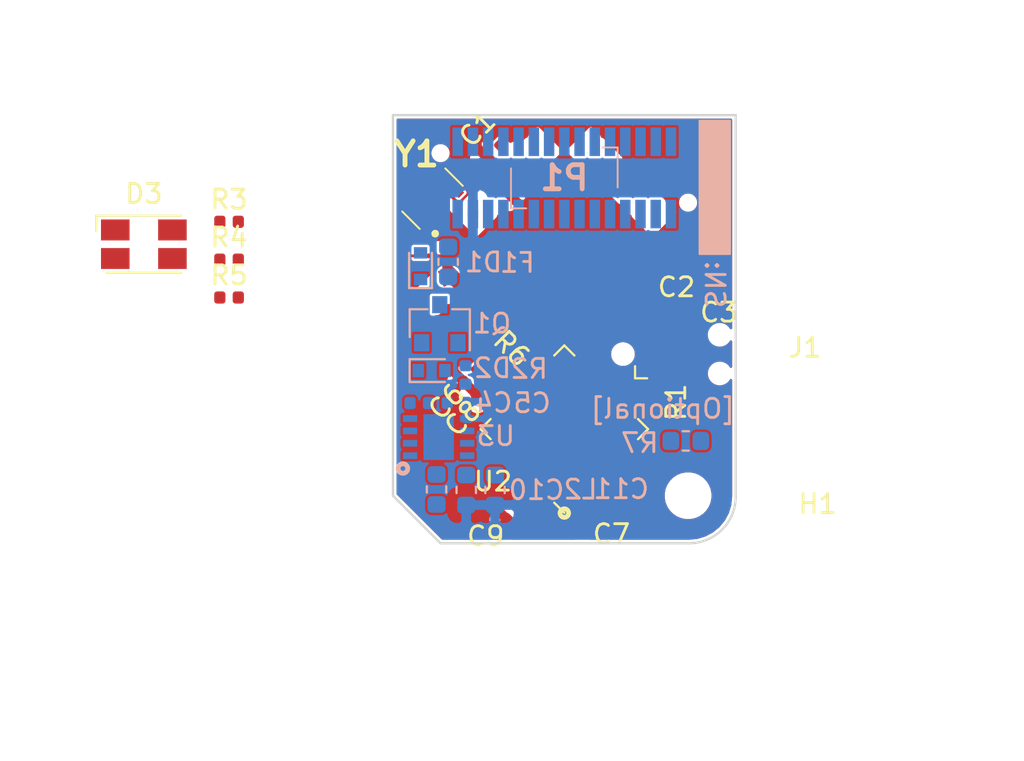
<source format=kicad_pcb>
(kicad_pcb (version 20171130) (host pcbnew "(5.1.2)-2")

  (general
    (thickness 1)
    (drawings 11)
    (tracks 0)
    (zones 0)
    (modules 31)
    (nets 60)
  )

  (page A4)
  (layers
    (0 F.Cu signal)
    (31 B.Cu signal)
    (32 B.Adhes user)
    (33 F.Adhes user)
    (34 B.Paste user)
    (35 F.Paste user)
    (36 B.SilkS user hide)
    (37 F.SilkS user)
    (38 B.Mask user)
    (39 F.Mask user)
    (40 Dwgs.User user)
    (41 Cmts.User user)
    (42 Eco1.User user)
    (43 Eco2.User user)
    (44 Edge.Cuts user)
    (45 Margin user)
    (46 B.CrtYd user)
    (47 F.CrtYd user)
    (48 B.Fab user)
    (49 F.Fab user)
  )

  (setup
    (last_trace_width 0.127)
    (user_trace_width 0.254)
    (user_trace_width 0.508)
    (trace_clearance 0.0889)
    (zone_clearance 0.127)
    (zone_45_only no)
    (trace_min 0.127)
    (via_size 0.6)
    (via_drill 0.3)
    (via_min_size 0.6)
    (via_min_drill 0.3)
    (uvia_size 0.2)
    (uvia_drill 0.1)
    (uvias_allowed no)
    (uvia_min_size 0.2)
    (uvia_min_drill 0.1)
    (edge_width 0.05)
    (segment_width 0.2)
    (pcb_text_width 0.3)
    (pcb_text_size 1.5 1.5)
    (mod_edge_width 0.12)
    (mod_text_size 1 1)
    (mod_text_width 0.15)
    (pad_size 2.2 2.2)
    (pad_drill 2.2)
    (pad_to_mask_clearance 0.051)
    (solder_mask_min_width 0.25)
    (aux_axis_origin 0 0)
    (grid_origin 150 75.5)
    (visible_elements 7FFFFFFF)
    (pcbplotparams
      (layerselection 0x010fc_ffffffff)
      (usegerberextensions false)
      (usegerberattributes false)
      (usegerberadvancedattributes false)
      (creategerberjobfile false)
      (excludeedgelayer true)
      (linewidth 0.100000)
      (plotframeref false)
      (viasonmask false)
      (mode 1)
      (useauxorigin false)
      (hpglpennumber 1)
      (hpglpenspeed 20)
      (hpglpendiameter 15.000000)
      (psnegative false)
      (psa4output false)
      (plotreference true)
      (plotvalue true)
      (plotinvisibletext false)
      (padsonsilk false)
      (subtractmaskfromsilk false)
      (outputformat 1)
      (mirror false)
      (drillshape 1)
      (scaleselection 1)
      (outputdirectory ""))
  )

  (net 0 "")
  (net 1 GND)
  (net 2 /Reset)
  (net 3 /MOSI)
  (net 4 /SCK)
  (net 5 +5V)
  (net 6 /MISO)
  (net 7 "Net-(U2-Pad2)")
  (net 8 "Net-(U2-Pad6)")
  (net 9 "Net-(U2-Pad7)")
  (net 10 "Net-(U2-Pad8)")
  (net 11 "Net-(U2-Pad11)")
  (net 12 "Net-(U2-Pad12)")
  (net 13 "Net-(U2-Pad20)")
  (net 14 "Net-(U2-Pad21)")
  (net 15 "Net-(U2-Pad22)")
  (net 16 "Net-(U2-Pad23)")
  (net 17 "Net-(U2-Pad25)")
  (net 18 /CAN_CS)
  (net 19 /CAN_INT)
  (net 20 +12V)
  (net 21 /CLK_MCP)
  (net 22 /GREEN_LED)
  (net 23 /RED_LED)
  (net 24 /BLUE_LED)
  (net 25 /U-Pin8)
  (net 26 /U-Pin12)
  (net 27 /U-Pin14)
  (net 28 /U-Pin20)
  (net 29 /U-Pin22)
  (net 30 /U-Pin24)
  (net 31 "Net-(D1-Pad1)")
  (net 32 "Net-(D2-Pad2)")
  (net 33 /U-Pin2)
  (net 34 /U-Pin4)
  (net 35 /U-Pin5)
  (net 36 /U-Pin6)
  (net 37 /U-Pin7)
  (net 38 /U-Pin9)
  (net 39 /U-Pin11)
  (net 40 /U-Pin23)
  (net 41 /U-Pin30)
  (net 42 /U-Pin1)
  (net 43 /U-Pin3)
  (net 44 +12V_Safe)
  (net 45 "Net-(C3-Pad2)")
  (net 46 "Net-(C7-Pad1)")
  (net 47 "Net-(C9-Pad2)")
  (net 48 "Net-(L2-Pad1)")
  (net 49 "Net-(R6-Pad1)")
  (net 50 "Net-(U3-Pad2)")
  (net 51 "Net-(U3-Pad6)")
  (net 52 "Net-(C2-Pad1)")
  (net 53 "Net-(D3-Pad2)")
  (net 54 "Net-(D3-Pad3)")
  (net 55 "Net-(D3-Pad4)")
  (net 56 /U-Pin26)
  (net 57 /U-Pin28)
  (net 58 "Net-(Y1-Pad1)")
  (net 59 "Net-(Y1-Pad3)")

  (net_class Default "This is the default net class."
    (clearance 0.0889)
    (trace_width 0.127)
    (via_dia 0.6)
    (via_drill 0.3)
    (uvia_dia 0.2)
    (uvia_drill 0.1)
    (diff_pair_width 0.127)
    (diff_pair_gap 0.0889)
    (add_net +12V)
    (add_net +12V_Safe)
    (add_net +5V)
    (add_net /BLUE_LED)
    (add_net /CAN_CS)
    (add_net /CAN_INT)
    (add_net /CLK_MCP)
    (add_net /GREEN_LED)
    (add_net /MISO)
    (add_net /MOSI)
    (add_net /RED_LED)
    (add_net /Reset)
    (add_net /SCK)
    (add_net /U-Pin1)
    (add_net /U-Pin11)
    (add_net /U-Pin12)
    (add_net /U-Pin14)
    (add_net /U-Pin2)
    (add_net /U-Pin20)
    (add_net /U-Pin22)
    (add_net /U-Pin23)
    (add_net /U-Pin24)
    (add_net /U-Pin26)
    (add_net /U-Pin28)
    (add_net /U-Pin3)
    (add_net /U-Pin30)
    (add_net /U-Pin4)
    (add_net /U-Pin5)
    (add_net /U-Pin6)
    (add_net /U-Pin7)
    (add_net /U-Pin8)
    (add_net /U-Pin9)
    (add_net GND)
    (add_net "Net-(C2-Pad1)")
    (add_net "Net-(C3-Pad2)")
    (add_net "Net-(C7-Pad1)")
    (add_net "Net-(C9-Pad2)")
    (add_net "Net-(D1-Pad1)")
    (add_net "Net-(D2-Pad2)")
    (add_net "Net-(D3-Pad2)")
    (add_net "Net-(D3-Pad3)")
    (add_net "Net-(D3-Pad4)")
    (add_net "Net-(L2-Pad1)")
    (add_net "Net-(R6-Pad1)")
    (add_net "Net-(U2-Pad11)")
    (add_net "Net-(U2-Pad12)")
    (add_net "Net-(U2-Pad2)")
    (add_net "Net-(U2-Pad20)")
    (add_net "Net-(U2-Pad21)")
    (add_net "Net-(U2-Pad22)")
    (add_net "Net-(U2-Pad23)")
    (add_net "Net-(U2-Pad25)")
    (add_net "Net-(U2-Pad6)")
    (add_net "Net-(U2-Pad7)")
    (add_net "Net-(U2-Pad8)")
    (add_net "Net-(U3-Pad2)")
    (add_net "Net-(U3-Pad6)")
    (add_net "Net-(Y1-Pad1)")
    (add_net "Net-(Y1-Pad3)")
  )

  (module Package_DFN_QFN:QFN-28-1EP_6x6mm_P0.65mm_EP4.8x4.8mm (layer F.Cu) (tedit 5D462002) (tstamp 5D3C001F)
    (at 141 92 135)
    (descr "QFN, 28 Pin (https://www.semtech.com/uploads/documents/sx1272.pdf#page=125), generated with kicad-footprint-generator ipc_dfn_qfn_generator.py")
    (tags "QFN DFN_QFN")
    (path /5D3DCB03)
    (attr smd)
    (fp_text reference U2 (at 0.707107 -4.596194 180) (layer F.SilkS)
      (effects (font (size 1 1) (thickness 0.15)))
    )
    (fp_text value MCP25625-x-SS (at -20.456599 3.302189 135) (layer F.Fab)
      (effects (font (size 1 1) (thickness 0.15)))
    )
    (fp_line (start 2.36 -3.11) (end 3.11 -3.11) (layer F.SilkS) (width 0.12))
    (fp_line (start 3.11 -3.11) (end 3.11 -2.36) (layer F.SilkS) (width 0.12))
    (fp_line (start -2.36 3.11) (end -3.11 3.11) (layer F.SilkS) (width 0.12))
    (fp_line (start -3.11 3.11) (end -3.11 2.36) (layer F.SilkS) (width 0.12))
    (fp_line (start 2.36 3.11) (end 3.11 3.11) (layer F.SilkS) (width 0.12))
    (fp_line (start 3.11 3.11) (end 3.11 2.36) (layer F.SilkS) (width 0.12))
    (fp_line (start -2.36 -3.11) (end -3.11 -3.11) (layer F.SilkS) (width 0.12))
    (fp_line (start -2 -3) (end 3 -3) (layer F.Fab) (width 0.1))
    (fp_line (start 3 -3) (end 3 3) (layer F.Fab) (width 0.1))
    (fp_line (start 3 3) (end -3 3) (layer F.Fab) (width 0.1))
    (fp_line (start -3 3) (end -3 -2) (layer F.Fab) (width 0.1))
    (fp_line (start -3 -2) (end -2 -3) (layer F.Fab) (width 0.1))
    (fp_line (start -3.62 -3.62) (end -3.62 3.62) (layer F.CrtYd) (width 0.05))
    (fp_line (start -3.62 3.62) (end 3.62 3.62) (layer F.CrtYd) (width 0.05))
    (fp_line (start 3.62 3.62) (end 3.62 -3.62) (layer F.CrtYd) (width 0.05))
    (fp_line (start 3.62 -3.62) (end -3.62 -3.62) (layer F.CrtYd) (width 0.05))
    (fp_text user %R (at 0 0 135) (layer F.Fab)
      (effects (font (size 1 1) (thickness 0.15)))
    )
    (fp_circle (center -3.12 -3.12) (end -3.02 -3.12) (layer F.SilkS) (width 0.25))
    (pad 29 smd roundrect (at 0 0 135) (size 4.8 4.8) (layers F.Cu F.Mask) (roundrect_rratio 0.052083))
    (pad "" smd roundrect (at -1.6 -1.6 135) (size 1.29 1.29) (layers F.Paste) (roundrect_rratio 0.193798))
    (pad "" smd roundrect (at -1.6 0 135) (size 1.29 1.29) (layers F.Paste) (roundrect_rratio 0.193798))
    (pad "" smd roundrect (at -1.6 1.6 135) (size 1.29 1.29) (layers F.Paste) (roundrect_rratio 0.193798))
    (pad "" smd roundrect (at 0 -1.6 135) (size 1.29 1.29) (layers F.Paste) (roundrect_rratio 0.193798))
    (pad "" smd roundrect (at 0 0 135) (size 1.29 1.29) (layers F.Paste) (roundrect_rratio 0.193798))
    (pad "" smd roundrect (at 0 1.6 135) (size 1.29 1.29) (layers F.Paste) (roundrect_rratio 0.193798))
    (pad "" smd roundrect (at 1.6 -1.6 135) (size 1.29 1.29) (layers F.Paste) (roundrect_rratio 0.193798))
    (pad "" smd roundrect (at 1.6 0 135) (size 1.29 1.29) (layers F.Paste) (roundrect_rratio 0.193798))
    (pad "" smd roundrect (at 1.6 1.6 135) (size 1.29 1.29) (layers F.Paste) (roundrect_rratio 0.193798))
    (pad 1 smd roundrect (at -2.9875 -1.95 135) (size 0.775 0.3) (layers F.Cu F.Paste F.Mask) (roundrect_rratio 0.25)
      (net 46 "Net-(C7-Pad1)"))
    (pad 2 smd roundrect (at -2.9875 -1.3 135) (size 0.775 0.3) (layers F.Cu F.Paste F.Mask) (roundrect_rratio 0.25)
      (net 7 "Net-(U2-Pad2)"))
    (pad 3 smd roundrect (at -2.9875 -0.65 135) (size 0.775 0.3) (layers F.Cu F.Paste F.Mask) (roundrect_rratio 0.25)
      (net 42 /U-Pin1))
    (pad 4 smd roundrect (at -2.9875 0 135) (size 0.775 0.3) (layers F.Cu F.Paste F.Mask) (roundrect_rratio 0.25)
      (net 43 /U-Pin3))
    (pad 5 smd roundrect (at -2.9875 0.65 135) (size 0.775 0.3) (layers F.Cu F.Paste F.Mask) (roundrect_rratio 0.25)
      (net 1 GND))
    (pad 6 smd roundrect (at -2.9875 1.3 135) (size 0.775 0.3) (layers F.Cu F.Paste F.Mask) (roundrect_rratio 0.25)
      (net 8 "Net-(U2-Pad6)"))
    (pad 7 smd roundrect (at -2.9875 1.95 135) (size 0.775 0.3) (layers F.Cu F.Paste F.Mask) (roundrect_rratio 0.25)
      (net 9 "Net-(U2-Pad7)"))
    (pad 8 smd roundrect (at -1.95 2.9875 135) (size 0.3 0.775) (layers F.Cu F.Paste F.Mask) (roundrect_rratio 0.25)
      (net 10 "Net-(U2-Pad8)"))
    (pad 9 smd roundrect (at -1.3 2.9875 135) (size 0.3 0.775) (layers F.Cu F.Paste F.Mask) (roundrect_rratio 0.25)
      (net 21 /CLK_MCP))
    (pad 10 smd roundrect (at -0.65 2.9875 135) (size 0.3 0.775) (layers F.Cu F.Paste F.Mask) (roundrect_rratio 0.25)
      (net 1 GND))
    (pad 11 smd roundrect (at 0 2.9875 135) (size 0.3 0.775) (layers F.Cu F.Paste F.Mask) (roundrect_rratio 0.25)
      (net 11 "Net-(U2-Pad11)"))
    (pad 12 smd roundrect (at 0.65 2.9875 135) (size 0.3 0.775) (layers F.Cu F.Paste F.Mask) (roundrect_rratio 0.25)
      (net 12 "Net-(U2-Pad12)"))
    (pad 13 smd roundrect (at 1.3 2.9875 135) (size 0.3 0.775) (layers F.Cu F.Paste F.Mask) (roundrect_rratio 0.25)
      (net 19 /CAN_INT))
    (pad 14 smd roundrect (at 1.95 2.9875 135) (size 0.3 0.775) (layers F.Cu F.Paste F.Mask) (roundrect_rratio 0.25)
      (net 4 /SCK))
    (pad 15 smd roundrect (at 2.9875 1.95 135) (size 0.775 0.3) (layers F.Cu F.Paste F.Mask) (roundrect_rratio 0.25)
      (net 3 /MOSI))
    (pad 16 smd roundrect (at 2.9875 1.3 135) (size 0.775 0.3) (layers F.Cu F.Paste F.Mask) (roundrect_rratio 0.25)
      (net 6 /MISO))
    (pad 17 smd roundrect (at 2.9875 0.65 135) (size 0.775 0.3) (layers F.Cu F.Paste F.Mask) (roundrect_rratio 0.25)
      (net 18 /CAN_CS))
    (pad 18 smd roundrect (at 2.9875 0 135) (size 0.775 0.3) (layers F.Cu F.Paste F.Mask) (roundrect_rratio 0.25)
      (net 49 "Net-(R6-Pad1)"))
    (pad 19 smd roundrect (at 2.9875 -0.65 135) (size 0.775 0.3) (layers F.Cu F.Paste F.Mask) (roundrect_rratio 0.25)
      (net 46 "Net-(C7-Pad1)"))
    (pad 20 smd roundrect (at 2.9875 -1.3 135) (size 0.775 0.3) (layers F.Cu F.Paste F.Mask) (roundrect_rratio 0.25)
      (net 13 "Net-(U2-Pad20)"))
    (pad 21 smd roundrect (at 2.9875 -1.95 135) (size 0.775 0.3) (layers F.Cu F.Paste F.Mask) (roundrect_rratio 0.25)
      (net 14 "Net-(U2-Pad21)"))
    (pad 22 smd roundrect (at 1.95 -2.9875 135) (size 0.3 0.775) (layers F.Cu F.Paste F.Mask) (roundrect_rratio 0.25)
      (net 15 "Net-(U2-Pad22)"))
    (pad 23 smd roundrect (at 1.3 -2.9875 135) (size 0.3 0.775) (layers F.Cu F.Paste F.Mask) (roundrect_rratio 0.25)
      (net 16 "Net-(U2-Pad23)"))
    (pad 24 smd roundrect (at 0.65 -2.9875 135) (size 0.3 0.775) (layers F.Cu F.Paste F.Mask) (roundrect_rratio 0.25)
      (net 13 "Net-(U2-Pad20)"))
    (pad 25 smd roundrect (at 0 -2.9875 135) (size 0.3 0.775) (layers F.Cu F.Paste F.Mask) (roundrect_rratio 0.25)
      (net 17 "Net-(U2-Pad25)"))
    (pad 26 smd roundrect (at -0.65 -2.9875 135) (size 0.3 0.775) (layers F.Cu F.Paste F.Mask) (roundrect_rratio 0.25)
      (net 1 GND))
    (pad 27 smd roundrect (at -1.3 -2.9875 135) (size 0.3 0.775) (layers F.Cu F.Paste F.Mask) (roundrect_rratio 0.25)
      (net 47 "Net-(C9-Pad2)"))
    (pad 28 smd roundrect (at -1.95 -2.9875 135) (size 0.3 0.775) (layers F.Cu F.Paste F.Mask) (roundrect_rratio 0.25)
      (net 14 "Net-(U2-Pad21)"))
    (model ${KISYS3DMOD}/Package_DFN_QFN.3dshapes/QFN-28-1EP_6x6mm_P0.65mm_EP4.8x4.8mm.wrl
      (at (xyz 0 0 0))
      (scale (xyz 1 1 1))
      (rotate (xyz 0 0 0))
    )
    (model ${KIPRJMOD}/3D-Components/MCP25625T-E_ML.stp
      (at (xyz 0 0 0))
      (scale (xyz 1 1 1))
      (rotate (xyz 0 0 0))
    )
  )

  (module SMLP36RGB2W3R:ILWX10SBVFBE (layer B.Cu) (tedit 5D461030) (tstamp 5D466E92)
    (at 141 78.8 180)
    (descr IL-WX-10SB-VF-BE)
    (tags Connector)
    (path /5D40B272)
    (fp_text reference P1 (at 0 0) (layer B.SilkS)
      (effects (font (size 1.27 1.27) (thickness 0.254)) (justify mirror))
    )
    (fp_text value Conn_02x15_Odd_Even (at 0 4.85648) (layer B.SilkS) hide
      (effects (font (size 1.27 1.27) (thickness 0.254)) (justify mirror))
    )
    (fp_line (start 2.8 -1.6) (end 2 -1.6) (layer B.SilkS) (width 0.1))
    (fp_line (start 2.8 0.5) (end 2.8 -1.6) (layer B.SilkS) (width 0.1))
    (fp_line (start -2.8 1.6) (end -2.8 -0.5) (layer B.SilkS) (width 0.1))
    (fp_line (start -2 1.6) (end -2.8 1.6) (layer B.SilkS) (width 0.1))
    (fp_line (start -6.9 -3.65) (end -6.9 3.65) (layer B.CrtYd) (width 0.1))
    (fp_line (start 6.9 -3.65) (end -6.9 -3.65) (layer B.CrtYd) (width 0.1))
    (fp_line (start 6.9 3.65) (end 6.9 -3.65) (layer B.CrtYd) (width 0.1))
    (fp_line (start -6.9 3.65) (end 6.9 3.65) (layer B.CrtYd) (width 0.1))
    (fp_line (start -6 -1.6) (end -6 1.6) (layer B.Fab) (width 0.2))
    (fp_line (start 6 -1.6) (end -6 -1.6) (layer B.Fab) (width 0.2))
    (fp_line (start 6 1.6) (end 6 -1.6) (layer B.Fab) (width 0.2))
    (fp_line (start -6 1.6) (end 6 1.6) (layer B.Fab) (width 0.2))
    (fp_text user %R (at 0 0) (layer B.Fab)
      (effects (font (size 1.27 1.27) (thickness 0.254)) (justify mirror))
    )
    (pad "" np_thru_hole circle (at 6.5 1.3 180) (size 0.7 0.7) (drill 0.7) (layers *.Cu *.Mask))
    (pad "" np_thru_hole circle (at -6.5 -1.3 180) (size 0.7 0.7) (drill 0.7) (layers *.Cu *.Mask))
    (pad 1 smd rect (at -5.6 -1.9 180) (size 0.55 1.5) (layers B.Cu B.Paste B.Mask)
      (net 42 /U-Pin1))
    (pad 2 smd rect (at -5.6 1.9 180) (size 0.55 1.5) (layers B.Cu B.Paste B.Mask)
      (net 33 /U-Pin2))
    (pad 3 smd rect (at -4.8 -1.9 180) (size 0.55 1.5) (layers B.Cu B.Paste B.Mask)
      (net 43 /U-Pin3))
    (pad 4 smd rect (at -4.8 1.9 180) (size 0.55 1.5) (layers B.Cu B.Paste B.Mask)
      (net 34 /U-Pin4))
    (pad 5 smd rect (at -4 -1.9 180) (size 0.55 1.5) (layers B.Cu B.Paste B.Mask)
      (net 35 /U-Pin5))
    (pad 6 smd rect (at -4 1.9 180) (size 0.55 1.5) (layers B.Cu B.Paste B.Mask)
      (net 36 /U-Pin6))
    (pad 7 smd rect (at -3.2 -1.9 180) (size 0.55 1.5) (layers B.Cu B.Paste B.Mask)
      (net 37 /U-Pin7))
    (pad 8 smd rect (at -3.2 1.9 180) (size 0.55 1.5) (layers B.Cu B.Paste B.Mask)
      (net 25 /U-Pin8))
    (pad 9 smd rect (at -2.4 -1.9 180) (size 0.55 1.5) (layers B.Cu B.Paste B.Mask)
      (net 38 /U-Pin9))
    (pad 10 smd rect (at -2.4 1.9 180) (size 0.55 1.5) (layers B.Cu B.Paste B.Mask)
      (net 2 /Reset))
    (pad 11 smd rect (at -1.6 -1.9 180) (size 0.55 1.5) (layers B.Cu B.Paste B.Mask)
      (net 39 /U-Pin11))
    (pad 12 smd rect (at -1.6 1.9 180) (size 0.55 1.5) (layers B.Cu B.Paste B.Mask)
      (net 26 /U-Pin12))
    (pad 13 smd rect (at -0.8 -1.9 180) (size 0.55 1.5) (layers B.Cu B.Paste B.Mask)
      (net 4 /SCK))
    (pad 14 smd rect (at -0.8 1.9 180) (size 0.55 1.5) (layers B.Cu B.Paste B.Mask)
      (net 27 /U-Pin14))
    (pad 15 smd rect (at 0 -1.9 180) (size 0.55 1.5) (layers B.Cu B.Paste B.Mask)
      (net 6 /MISO))
    (pad 16 smd rect (at 0 1.9 180) (size 0.55 1.5) (layers B.Cu B.Paste B.Mask)
      (net 1 GND))
    (pad 17 smd rect (at 0.8 -1.9 180) (size 0.55 1.5) (layers B.Cu B.Paste B.Mask)
      (net 3 /MOSI))
    (pad 18 smd rect (at 0.8 1.9 180) (size 0.55 1.5) (layers B.Cu B.Paste B.Mask)
      (net 1 GND))
    (pad 19 smd rect (at 1.6 -1.9 180) (size 0.55 1.5) (layers B.Cu B.Paste B.Mask)
      (net 24 /BLUE_LED))
    (pad 20 smd rect (at 1.6 1.9 180) (size 0.55 1.5) (layers B.Cu B.Paste B.Mask)
      (net 28 /U-Pin20))
    (pad 21 smd rect (at 2.4 -1.9 180) (size 0.55 1.5) (layers B.Cu B.Paste B.Mask)
      (net 23 /RED_LED))
    (pad 22 smd rect (at 2.4 1.9 180) (size 0.55 1.5) (layers B.Cu B.Paste B.Mask)
      (net 29 /U-Pin22))
    (pad 23 smd rect (at 3.2 -1.9 180) (size 0.55 1.5) (layers B.Cu B.Paste B.Mask)
      (net 40 /U-Pin23))
    (pad 24 smd rect (at 3.2 1.9 180) (size 0.55 1.5) (layers B.Cu B.Paste B.Mask)
      (net 30 /U-Pin24))
    (pad 25 smd rect (at 4 -1.9 180) (size 0.55 1.5) (layers B.Cu B.Paste B.Mask)
      (net 22 /GREEN_LED))
    (pad 26 smd rect (at 4 1.9 180) (size 0.55 1.5) (layers B.Cu B.Paste B.Mask)
      (net 56 /U-Pin26))
    (pad 27 smd rect (at 4.8 -1.9 180) (size 0.55 1.5) (layers B.Cu B.Paste B.Mask)
      (net 5 +5V))
    (pad 28 smd rect (at 4.8 1.9 180) (size 0.55 1.5) (layers B.Cu B.Paste B.Mask)
      (net 57 /U-Pin28))
    (pad 29 smd rect (at 5.6 -1.9 180) (size 0.55 1.5) (layers B.Cu B.Paste B.Mask)
      (net 20 +12V))
    (pad 30 smd rect (at 5.6 1.9 180) (size 0.55 1.5) (layers B.Cu B.Paste B.Mask)
      (net 41 /U-Pin30))
    (model "${KIPRJMOD}/3D-Components/JAE IL-WX Series 30-pin.STEP"
      (offset (xyz -0.17 0 0))
      (scale (xyz 1 1 1))
      (rotate (xyz -90 0 0))
    )
  )

  (module Inductor_SMD:L_0603_1608Metric (layer F.Cu) (tedit 5B301BBE) (tstamp 5D3F6A25)
    (at 148.92 81.71 270)
    (descr "Inductor SMD 0603 (1608 Metric), square (rectangular) end terminal, IPC_7351 nominal, (Body size source: http://www.tortai-tech.com/upload/download/2011102023233369053.pdf), generated with kicad-footprint-generator")
    (tags inductor)
    (path /5D438986)
    (attr smd)
    (fp_text reference L1 (at -2.09 0.01 180) (layer F.SilkS)
      (effects (font (size 1 1) (thickness 0.15)))
    )
    (fp_text value 10uH (at 5.55 -1.85 90) (layer F.Fab)
      (effects (font (size 1 1) (thickness 0.15)))
    )
    (fp_text user %R (at 0 0 90) (layer F.Fab)
      (effects (font (size 0.4 0.4) (thickness 0.06)))
    )
    (fp_line (start 1.48 0.73) (end -1.48 0.73) (layer F.CrtYd) (width 0.05))
    (fp_line (start 1.48 -0.73) (end 1.48 0.73) (layer F.CrtYd) (width 0.05))
    (fp_line (start -1.48 -0.73) (end 1.48 -0.73) (layer F.CrtYd) (width 0.05))
    (fp_line (start -1.48 0.73) (end -1.48 -0.73) (layer F.CrtYd) (width 0.05))
    (fp_line (start -0.162779 0.51) (end 0.162779 0.51) (layer F.SilkS) (width 0.12))
    (fp_line (start -0.162779 -0.51) (end 0.162779 -0.51) (layer F.SilkS) (width 0.12))
    (fp_line (start 0.8 0.4) (end -0.8 0.4) (layer F.Fab) (width 0.1))
    (fp_line (start 0.8 -0.4) (end 0.8 0.4) (layer F.Fab) (width 0.1))
    (fp_line (start -0.8 -0.4) (end 0.8 -0.4) (layer F.Fab) (width 0.1))
    (fp_line (start -0.8 0.4) (end -0.8 -0.4) (layer F.Fab) (width 0.1))
    (pad 2 smd roundrect (at 0.7875 0 270) (size 0.875 0.95) (layers F.Cu F.Paste F.Mask) (roundrect_rratio 0.25)
      (net 45 "Net-(C3-Pad2)"))
    (pad 1 smd roundrect (at -0.7875 0 270) (size 0.875 0.95) (layers F.Cu F.Paste F.Mask) (roundrect_rratio 0.25)
      (net 5 +5V))
    (model ${KISYS3DMOD}/Inductor_SMD.3dshapes/L_0603_1608Metric.wrl
      (at (xyz 0 0 0))
      (scale (xyz 1 1 1))
      (rotate (xyz 0 0 0))
    )
  )

  (module Capacitor_SMD:C_0402_1005Metric (layer F.Cu) (tedit 5B301BBE) (tstamp 5D46C029)
    (at 148.82 84.21 90)
    (descr "Capacitor SMD 0402 (1005 Metric), square (rectangular) end terminal, IPC_7351 nominal, (Body size source: http://www.tortai-tech.com/upload/download/2011102023233369053.pdf), generated with kicad-footprint-generator")
    (tags capacitor)
    (path /5D42F0C6)
    (attr smd)
    (fp_text reference C3 (at -1.66 0.29 180) (layer F.SilkS)
      (effects (font (size 1 1) (thickness 0.15)))
    )
    (fp_text value 0.1uF (at -5.12 1.65 90) (layer F.Fab)
      (effects (font (size 1 1) (thickness 0.15)))
    )
    (fp_text user %R (at -0.1 -0.05 90) (layer F.Fab)
      (effects (font (size 0.25 0.25) (thickness 0.04)))
    )
    (fp_line (start 0.93 0.47) (end -0.93 0.47) (layer F.CrtYd) (width 0.05))
    (fp_line (start 0.93 -0.47) (end 0.93 0.47) (layer F.CrtYd) (width 0.05))
    (fp_line (start -0.93 -0.47) (end 0.93 -0.47) (layer F.CrtYd) (width 0.05))
    (fp_line (start -0.93 0.47) (end -0.93 -0.47) (layer F.CrtYd) (width 0.05))
    (fp_line (start 0.5 0.25) (end -0.5 0.25) (layer F.Fab) (width 0.1))
    (fp_line (start 0.5 -0.25) (end 0.5 0.25) (layer F.Fab) (width 0.1))
    (fp_line (start -0.5 -0.25) (end 0.5 -0.25) (layer F.Fab) (width 0.1))
    (fp_line (start -0.5 0.25) (end -0.5 -0.25) (layer F.Fab) (width 0.1))
    (pad 2 smd roundrect (at 0.485 0 90) (size 0.59 0.64) (layers F.Cu F.Paste F.Mask) (roundrect_rratio 0.25)
      (net 45 "Net-(C3-Pad2)"))
    (pad 1 smd roundrect (at -0.485 0 90) (size 0.59 0.64) (layers F.Cu F.Paste F.Mask) (roundrect_rratio 0.25)
      (net 1 GND))
    (model ${KISYS3DMOD}/Capacitor_SMD.3dshapes/C_0402_1005Metric.wrl
      (at (xyz 0 0 0))
      (scale (xyz 1 1 1))
      (rotate (xyz 0 0 0))
    )
  )

  (module Diode_SMD:D_SOD-523 (layer B.Cu) (tedit 586419F0) (tstamp 5D3E4DE3)
    (at 133.45 83.4382 90)
    (descr "http://www.diodes.com/datasheets/ap02001.pdf p.144")
    (tags "Diode SOD523")
    (path /5D452681)
    (attr smd)
    (fp_text reference D1 (at 0.2032 3.302) (layer B.SilkS)
      (effects (font (size 1 1) (thickness 0.15)) (justify mirror))
    )
    (fp_text value 15V (at 0 -1.4 90) (layer B.Fab)
      (effects (font (size 1 1) (thickness 0.15)) (justify mirror))
    )
    (fp_line (start 0.7 -0.6) (end -1.15 -0.6) (layer B.SilkS) (width 0.12))
    (fp_line (start 0.7 0.6) (end -1.15 0.6) (layer B.SilkS) (width 0.12))
    (fp_line (start 0.65 -0.45) (end -0.65 -0.45) (layer B.Fab) (width 0.1))
    (fp_line (start -0.65 -0.45) (end -0.65 0.45) (layer B.Fab) (width 0.1))
    (fp_line (start -0.65 0.45) (end 0.65 0.45) (layer B.Fab) (width 0.1))
    (fp_line (start 0.65 0.45) (end 0.65 -0.45) (layer B.Fab) (width 0.1))
    (fp_line (start -0.2 -0.2) (end -0.2 0.2) (layer B.Fab) (width 0.1))
    (fp_line (start -0.2 0) (end -0.35 0) (layer B.Fab) (width 0.1))
    (fp_line (start -0.2 0) (end 0.1 -0.2) (layer B.Fab) (width 0.1))
    (fp_line (start 0.1 -0.2) (end 0.1 0.2) (layer B.Fab) (width 0.1))
    (fp_line (start 0.1 0.2) (end -0.2 0) (layer B.Fab) (width 0.1))
    (fp_line (start 0.1 0) (end 0.25 0) (layer B.Fab) (width 0.1))
    (fp_line (start 1.25 -0.7) (end -1.25 -0.7) (layer B.CrtYd) (width 0.05))
    (fp_line (start -1.25 -0.7) (end -1.25 0.7) (layer B.CrtYd) (width 0.05))
    (fp_line (start -1.25 0.7) (end 1.25 0.7) (layer B.CrtYd) (width 0.05))
    (fp_line (start 1.25 0.7) (end 1.25 -0.7) (layer B.CrtYd) (width 0.05))
    (fp_line (start -1.15 0.6) (end -1.15 -0.6) (layer B.SilkS) (width 0.12))
    (fp_text user %R (at 0 1.3 90) (layer B.Fab)
      (effects (font (size 1 1) (thickness 0.15)) (justify mirror))
    )
    (pad 1 smd rect (at -0.7 0 270) (size 0.6 0.7) (layers B.Cu B.Paste B.Mask)
      (net 31 "Net-(D1-Pad1)"))
    (pad 2 smd rect (at 0.7 0 270) (size 0.6 0.7) (layers B.Cu B.Paste B.Mask)
      (net 1 GND))
    (model ${KISYS3DMOD}/Diode_SMD.3dshapes/D_SOD-523.wrl
      (at (xyz 0 0 0))
      (scale (xyz 1 1 1))
      (rotate (xyz 0 0 0))
    )
  )

  (module Resistor_SMD:R_0402_1005Metric (layer B.Cu) (tedit 5B301BBD) (tstamp 5D3E4C73)
    (at 135.8066 89.1532 270)
    (descr "Resistor SMD 0402 (1005 Metric), square (rectangular) end terminal, IPC_7351 nominal, (Body size source: http://www.tortai-tech.com/upload/download/2011102023233369053.pdf), generated with kicad-footprint-generator")
    (tags resistor)
    (path /5D4B82FB)
    (attr smd)
    (fp_text reference R2 (at -0.3232 -3.3434 180) (layer B.SilkS)
      (effects (font (size 1 1) (thickness 0.15)) (justify mirror))
    )
    (fp_text value "100K Ohm" (at 0 -1.17 90) (layer B.Fab)
      (effects (font (size 1 1) (thickness 0.15)) (justify mirror))
    )
    (fp_text user %R (at 0 0 90) (layer B.Fab)
      (effects (font (size 0.25 0.25) (thickness 0.04)) (justify mirror))
    )
    (fp_line (start 0.93 -0.47) (end -0.93 -0.47) (layer B.CrtYd) (width 0.05))
    (fp_line (start 0.93 0.47) (end 0.93 -0.47) (layer B.CrtYd) (width 0.05))
    (fp_line (start -0.93 0.47) (end 0.93 0.47) (layer B.CrtYd) (width 0.05))
    (fp_line (start -0.93 -0.47) (end -0.93 0.47) (layer B.CrtYd) (width 0.05))
    (fp_line (start 0.5 -0.25) (end -0.5 -0.25) (layer B.Fab) (width 0.1))
    (fp_line (start 0.5 0.25) (end 0.5 -0.25) (layer B.Fab) (width 0.1))
    (fp_line (start -0.5 0.25) (end 0.5 0.25) (layer B.Fab) (width 0.1))
    (fp_line (start -0.5 -0.25) (end -0.5 0.25) (layer B.Fab) (width 0.1))
    (pad 2 smd roundrect (at 0.485 0 270) (size 0.59 0.64) (layers B.Cu B.Paste B.Mask) (roundrect_rratio 0.25)
      (net 1 GND))
    (pad 1 smd roundrect (at -0.485 0 270) (size 0.59 0.64) (layers B.Cu B.Paste B.Mask) (roundrect_rratio 0.25)
      (net 32 "Net-(D2-Pad2)"))
    (model ${KISYS3DMOD}/Resistor_SMD.3dshapes/R_0402_1005Metric.wrl
      (at (xyz 0 0 0))
      (scale (xyz 1 1 1))
      (rotate (xyz 0 0 0))
    )
  )

  (module Package_TO_SOT_SMD:SOT-23 (layer B.Cu) (tedit 5A02FF57) (tstamp 5D3E4D24)
    (at 134.4604 86.4608 90)
    (descr "SOT-23, Standard")
    (tags SOT-23)
    (path /5D49C78B)
    (attr smd)
    (fp_text reference Q1 (at 0.0108 2.7396 180) (layer B.SilkS)
      (effects (font (size 1 1) (thickness 0.15)) (justify mirror))
    )
    (fp_text value Q_PMOS_DGS (at 0 -2.5 90) (layer B.Fab)
      (effects (font (size 1 1) (thickness 0.15)) (justify mirror))
    )
    (fp_line (start 0.76 -1.58) (end -0.7 -1.58) (layer B.SilkS) (width 0.12))
    (fp_line (start 0.76 1.58) (end -1.4 1.58) (layer B.SilkS) (width 0.12))
    (fp_line (start -1.7 -1.75) (end -1.7 1.75) (layer B.CrtYd) (width 0.05))
    (fp_line (start 1.7 -1.75) (end -1.7 -1.75) (layer B.CrtYd) (width 0.05))
    (fp_line (start 1.7 1.75) (end 1.7 -1.75) (layer B.CrtYd) (width 0.05))
    (fp_line (start -1.7 1.75) (end 1.7 1.75) (layer B.CrtYd) (width 0.05))
    (fp_line (start 0.76 1.58) (end 0.76 0.65) (layer B.SilkS) (width 0.12))
    (fp_line (start 0.76 -1.58) (end 0.76 -0.65) (layer B.SilkS) (width 0.12))
    (fp_line (start -0.7 -1.52) (end 0.7 -1.52) (layer B.Fab) (width 0.1))
    (fp_line (start 0.7 1.52) (end 0.7 -1.52) (layer B.Fab) (width 0.1))
    (fp_line (start -0.7 0.95) (end -0.15 1.52) (layer B.Fab) (width 0.1))
    (fp_line (start -0.15 1.52) (end 0.7 1.52) (layer B.Fab) (width 0.1))
    (fp_line (start -0.7 0.95) (end -0.7 -1.5) (layer B.Fab) (width 0.1))
    (fp_text user %R (at 0 0 180) (layer B.Fab)
      (effects (font (size 0.5 0.5) (thickness 0.075)) (justify mirror))
    )
    (pad 3 smd rect (at 1 0 90) (size 0.9 0.8) (layers B.Cu B.Paste B.Mask)
      (net 31 "Net-(D1-Pad1)"))
    (pad 2 smd rect (at -1 -0.95 90) (size 0.9 0.8) (layers B.Cu B.Paste B.Mask)
      (net 44 +12V_Safe))
    (pad 1 smd rect (at -1 0.95 90) (size 0.9 0.8) (layers B.Cu B.Paste B.Mask)
      (net 32 "Net-(D2-Pad2)"))
    (model ${KISYS3DMOD}/Package_TO_SOT_SMD.3dshapes/SOT-23.wrl
      (at (xyz 0 0 0))
      (scale (xyz 1 1 1))
      (rotate (xyz 0 0 0))
    )
  )

  (module Fuse:Fuse_0603_1608Metric (layer B.Cu) (tedit 5B301BBE) (tstamp 5D3E4C00)
    (at 134.9 83.2096 90)
    (descr "Fuse SMD 0603 (1608 Metric), square (rectangular) end terminal, IPC_7351 nominal, (Body size source: http://www.tortai-tech.com/upload/download/2011102023233369053.pdf), generated with kicad-footprint-generator")
    (tags resistor)
    (path /5D45109C)
    (attr smd)
    (fp_text reference F1 (at -0.0508 3.6322 180) (layer B.SilkS)
      (effects (font (size 1 1) (thickness 0.15)) (justify mirror))
    )
    (fp_text value 250mA (at -2.921 1.3462 90) (layer B.Fab)
      (effects (font (size 1 1) (thickness 0.15)) (justify mirror))
    )
    (fp_text user %R (at 0 0 90) (layer B.Fab)
      (effects (font (size 0.4 0.4) (thickness 0.06)) (justify mirror))
    )
    (fp_line (start 1.48 -0.73) (end -1.48 -0.73) (layer B.CrtYd) (width 0.05))
    (fp_line (start 1.48 0.73) (end 1.48 -0.73) (layer B.CrtYd) (width 0.05))
    (fp_line (start -1.48 0.73) (end 1.48 0.73) (layer B.CrtYd) (width 0.05))
    (fp_line (start -1.48 -0.73) (end -1.48 0.73) (layer B.CrtYd) (width 0.05))
    (fp_line (start -0.162779 -0.51) (end 0.162779 -0.51) (layer B.SilkS) (width 0.12))
    (fp_line (start -0.162779 0.51) (end 0.162779 0.51) (layer B.SilkS) (width 0.12))
    (fp_line (start 0.8 -0.4) (end -0.8 -0.4) (layer B.Fab) (width 0.1))
    (fp_line (start 0.8 0.4) (end 0.8 -0.4) (layer B.Fab) (width 0.1))
    (fp_line (start -0.8 0.4) (end 0.8 0.4) (layer B.Fab) (width 0.1))
    (fp_line (start -0.8 -0.4) (end -0.8 0.4) (layer B.Fab) (width 0.1))
    (pad 2 smd roundrect (at 0.7875 0 90) (size 0.875 0.95) (layers B.Cu B.Paste B.Mask) (roundrect_rratio 0.25)
      (net 20 +12V))
    (pad 1 smd roundrect (at -0.7875 0 90) (size 0.875 0.95) (layers B.Cu B.Paste B.Mask) (roundrect_rratio 0.25)
      (net 31 "Net-(D1-Pad1)"))
    (model ${KISYS3DMOD}/Fuse.3dshapes/Fuse_0603_1608Metric.wrl
      (at (xyz 0 0 0))
      (scale (xyz 1 1 1))
      (rotate (xyz 0 0 0))
    )
    (model ${KIPRJMOD}/3D-Components/0ZCM0010FF2G.stp
      (at (xyz 0 0 0))
      (scale (xyz 1 1 1))
      (rotate (xyz 0 0 0))
    )
  )

  (module Diode_SMD:D_SOD-523 (layer B.Cu) (tedit 586419F0) (tstamp 5D3E4C37)
    (at 134.0286 88.9246)
    (descr "http://www.diodes.com/datasheets/ap02001.pdf p.144")
    (tags "Diode SOD523")
    (path /5D4B9259)
    (attr smd)
    (fp_text reference D2 (at 3.2014 -0.1346) (layer B.SilkS)
      (effects (font (size 1 1) (thickness 0.15)) (justify mirror))
    )
    (fp_text value 2.4V (at 0 -1.4) (layer B.Fab)
      (effects (font (size 1 1) (thickness 0.15)) (justify mirror))
    )
    (fp_line (start 0.7 -0.6) (end -1.15 -0.6) (layer B.SilkS) (width 0.12))
    (fp_line (start 0.7 0.6) (end -1.15 0.6) (layer B.SilkS) (width 0.12))
    (fp_line (start 0.65 -0.45) (end -0.65 -0.45) (layer B.Fab) (width 0.1))
    (fp_line (start -0.65 -0.45) (end -0.65 0.45) (layer B.Fab) (width 0.1))
    (fp_line (start -0.65 0.45) (end 0.65 0.45) (layer B.Fab) (width 0.1))
    (fp_line (start 0.65 0.45) (end 0.65 -0.45) (layer B.Fab) (width 0.1))
    (fp_line (start -0.2 -0.2) (end -0.2 0.2) (layer B.Fab) (width 0.1))
    (fp_line (start -0.2 0) (end -0.35 0) (layer B.Fab) (width 0.1))
    (fp_line (start -0.2 0) (end 0.1 -0.2) (layer B.Fab) (width 0.1))
    (fp_line (start 0.1 -0.2) (end 0.1 0.2) (layer B.Fab) (width 0.1))
    (fp_line (start 0.1 0.2) (end -0.2 0) (layer B.Fab) (width 0.1))
    (fp_line (start 0.1 0) (end 0.25 0) (layer B.Fab) (width 0.1))
    (fp_line (start 1.25 -0.7) (end -1.25 -0.7) (layer B.CrtYd) (width 0.05))
    (fp_line (start -1.25 -0.7) (end -1.25 0.7) (layer B.CrtYd) (width 0.05))
    (fp_line (start -1.25 0.7) (end 1.25 0.7) (layer B.CrtYd) (width 0.05))
    (fp_line (start 1.25 0.7) (end 1.25 -0.7) (layer B.CrtYd) (width 0.05))
    (fp_line (start -1.15 0.6) (end -1.15 -0.6) (layer B.SilkS) (width 0.12))
    (fp_text user %R (at -4.3986 0.6754) (layer B.Fab)
      (effects (font (size 1 1) (thickness 0.15)) (justify mirror))
    )
    (pad 1 smd rect (at -0.7 0 180) (size 0.6 0.7) (layers B.Cu B.Paste B.Mask)
      (net 44 +12V_Safe))
    (pad 2 smd rect (at 0.7 0 180) (size 0.6 0.7) (layers B.Cu B.Paste B.Mask)
      (net 32 "Net-(D2-Pad2)"))
    (model ${KISYS3DMOD}/Diode_SMD.3dshapes/D_SOD-523.wrl
      (at (xyz 0 0 0))
      (scale (xyz 1 1 1))
      (rotate (xyz 0 0 0))
    )
  )

  (module Resistor_SMD:R_0603_1608Metric (layer B.Cu) (tedit 5B301BBD) (tstamp 5D3E82E7)
    (at 147.38 92.62)
    (descr "Resistor SMD 0603 (1608 Metric), square (rectangular) end terminal, IPC_7351 nominal, (Body size source: http://www.tortai-tech.com/upload/download/2011102023233369053.pdf), generated with kicad-footprint-generator")
    (tags resistor)
    (path /5D3B887F)
    (attr smd)
    (fp_text reference R7 (at -2.42 0.11 -180) (layer B.SilkS)
      (effects (font (size 1 1) (thickness 0.15)) (justify mirror))
    )
    (fp_text value "120 Ohm" (at 7.8 0 -180) (layer B.Fab)
      (effects (font (size 1 1) (thickness 0.15)) (justify mirror))
    )
    (fp_line (start -0.8 -0.4) (end -0.8 0.4) (layer B.Fab) (width 0.1))
    (fp_line (start -0.8 0.4) (end 0.8 0.4) (layer B.Fab) (width 0.1))
    (fp_line (start 0.8 0.4) (end 0.8 -0.4) (layer B.Fab) (width 0.1))
    (fp_line (start 0.8 -0.4) (end -0.8 -0.4) (layer B.Fab) (width 0.1))
    (fp_line (start -0.162779 0.51) (end 0.162779 0.51) (layer B.SilkS) (width 0.12))
    (fp_line (start -0.162779 -0.51) (end 0.162779 -0.51) (layer B.SilkS) (width 0.12))
    (fp_line (start -1.48 -0.73) (end -1.48 0.73) (layer B.CrtYd) (width 0.05))
    (fp_line (start -1.48 0.73) (end 1.48 0.73) (layer B.CrtYd) (width 0.05))
    (fp_line (start 1.48 0.73) (end 1.48 -0.73) (layer B.CrtYd) (width 0.05))
    (fp_line (start 1.48 -0.73) (end -1.48 -0.73) (layer B.CrtYd) (width 0.05))
    (fp_text user %R (at 0 0) (layer B.Fab)
      (effects (font (size 0.4 0.4) (thickness 0.06)) (justify mirror))
    )
    (pad 1 smd roundrect (at -0.7875 0) (size 0.875 0.95) (layers B.Cu B.Paste B.Mask) (roundrect_rratio 0.25)
      (net 43 /U-Pin3))
    (pad 2 smd roundrect (at 0.7875 0) (size 0.875 0.95) (layers B.Cu B.Paste B.Mask) (roundrect_rratio 0.25)
      (net 42 /U-Pin1))
    (model ${KISYS3DMOD}/Resistor_SMD.3dshapes/R_0603_1608Metric.wrl
      (at (xyz 0 0 0))
      (scale (xyz 1 1 1))
      (rotate (xyz 0 0 0))
    )
  )

  (module Connector:Tag-Connect_TC2030-IDC-NL_2x03_P1.27mm_Vertical (layer F.Cu) (tedit 5A29CEA9) (tstamp 5D3E57E6)
    (at 146.62 88.06)
    (descr "Tag-Connect programming header; http://www.tag-connect.com/Materials/TC2030-IDC-NL.pdf")
    (tags "tag connect programming header pogo pins")
    (path /5D389624)
    (attr virtual)
    (fp_text reference J1 (at 7.02 -0.34) (layer F.SilkS)
      (effects (font (size 1 1) (thickness 0.15)))
    )
    (fp_text value TC2030-MCP-NL (at 10.182338 1.767767) (layer F.Fab)
      (effects (font (size 1 1) (thickness 0.15)))
    )
    (fp_line (start -1.905 1.27) (end -1.905 0.635) (layer F.SilkS) (width 0.12))
    (fp_line (start -1.27 1.27) (end -1.905 1.27) (layer F.SilkS) (width 0.12))
    (fp_line (start -3.5 2) (end -3.5 -2) (layer F.CrtYd) (width 0.05))
    (fp_line (start 3.5 2) (end -3.5 2) (layer F.CrtYd) (width 0.05))
    (fp_line (start 3.5 -2) (end 3.5 2) (layer F.CrtYd) (width 0.05))
    (fp_line (start -3.5 -2) (end 3.5 -2) (layer F.CrtYd) (width 0.05))
    (fp_text user %R (at 0 0) (layer F.Fab)
      (effects (font (size 1 1) (thickness 0.15)))
    )
    (fp_line (start -1.27 0.635) (end -1.27 -0.635) (layer Dwgs.User) (width 0.1))
    (fp_line (start 1.27 0.635) (end -1.27 0.635) (layer Dwgs.User) (width 0.1))
    (fp_line (start 1.27 -0.635) (end 1.27 0.635) (layer Dwgs.User) (width 0.1))
    (fp_line (start -1.27 -0.635) (end 1.27 -0.635) (layer Dwgs.User) (width 0.1))
    (fp_line (start -1.27 0.635) (end 0 -0.635) (layer Dwgs.User) (width 0.1))
    (fp_line (start -1.27 0) (end -0.635 -0.635) (layer Dwgs.User) (width 0.1))
    (fp_line (start -0.635 0.635) (end 0.635 -0.635) (layer Dwgs.User) (width 0.1))
    (fp_line (start 0 0.635) (end 1.27 -0.635) (layer Dwgs.User) (width 0.1))
    (fp_line (start 0.635 0.635) (end 1.27 0) (layer Dwgs.User) (width 0.1))
    (fp_text user KEEPOUT (at 0 0) (layer Cmts.User)
      (effects (font (size 0.4 0.4) (thickness 0.07)))
    )
    (pad "" np_thru_hole circle (at 2.54 -1.016) (size 0.9906 0.9906) (drill 0.9906) (layers *.Cu *.Mask))
    (pad "" np_thru_hole circle (at 2.54 1.016) (size 0.9906 0.9906) (drill 0.9906) (layers *.Cu *.Mask))
    (pad "" np_thru_hole circle (at -2.54 0) (size 0.9906 0.9906) (drill 0.9906) (layers *.Cu *.Mask))
    (pad 1 connect circle (at -1.27 0.635) (size 0.7874 0.7874) (layers F.Cu F.Mask)
      (net 6 /MISO))
    (pad 2 connect circle (at -1.27 -0.635) (size 0.7874 0.7874) (layers F.Cu F.Mask)
      (net 5 +5V))
    (pad 3 connect circle (at 0 0.635) (size 0.7874 0.7874) (layers F.Cu F.Mask)
      (net 4 /SCK))
    (pad 4 connect circle (at 0 -0.635) (size 0.7874 0.7874) (layers F.Cu F.Mask)
      (net 3 /MOSI))
    (pad 5 connect circle (at 1.27 0.635) (size 0.7874 0.7874) (layers F.Cu F.Mask)
      (net 2 /Reset))
    (pad 6 connect circle (at 1.27 -0.635) (size 0.7874 0.7874) (layers F.Cu F.Mask)
      (net 1 GND))
  )

  (module Capacitor_SMD:C_0402_1005Metric (layer F.Cu) (tedit 5B301BBE) (tstamp 5D3BA6C0)
    (at 137.3381 77.44056 225)
    (descr "Capacitor SMD 0402 (1005 Metric), square (rectangular) end terminal, IPC_7351 nominal, (Body size source: http://www.tortai-tech.com/upload/download/2011102023233369053.pdf), generated with kicad-footprint-generator")
    (tags capacitor)
    (path /5D3B17F8)
    (attr smd)
    (fp_text reference C1 (at -0.21373 1.496111 45) (layer F.SilkS)
      (effects (font (size 1 1) (thickness 0.15)))
    )
    (fp_text value 0.1uF (at -1.135104 2.744366 45) (layer F.Fab)
      (effects (font (size 1 1) (thickness 0.15)))
    )
    (fp_line (start -0.5 0.25) (end -0.5 -0.25) (layer F.Fab) (width 0.1))
    (fp_line (start -0.5 -0.25) (end 0.5 -0.25) (layer F.Fab) (width 0.1))
    (fp_line (start 0.5 -0.25) (end 0.5 0.25) (layer F.Fab) (width 0.1))
    (fp_line (start 0.5 0.25) (end -0.5 0.25) (layer F.Fab) (width 0.1))
    (fp_line (start -0.93 0.47) (end -0.93 -0.47) (layer F.CrtYd) (width 0.05))
    (fp_line (start -0.93 -0.47) (end 0.93 -0.47) (layer F.CrtYd) (width 0.05))
    (fp_line (start 0.93 -0.47) (end 0.93 0.47) (layer F.CrtYd) (width 0.05))
    (fp_line (start 0.93 0.47) (end -0.93 0.47) (layer F.CrtYd) (width 0.05))
    (fp_text user %R (at 0.083344 0.909594 45) (layer F.Fab)
      (effects (font (size 0.25 0.25) (thickness 0.04)))
    )
    (pad 1 smd roundrect (at -0.485 0 225) (size 0.59 0.64) (layers F.Cu F.Paste F.Mask) (roundrect_rratio 0.25)
      (net 5 +5V))
    (pad 2 smd roundrect (at 0.485 0 225) (size 0.59 0.64) (layers F.Cu F.Paste F.Mask) (roundrect_rratio 0.25)
      (net 1 GND))
    (model ${KISYS3DMOD}/Capacitor_SMD.3dshapes/C_0402_1005Metric.wrl
      (at (xyz 0 0 0))
      (scale (xyz 1 1 1))
      (rotate (xyz 0 0 0))
    )
  )

  (module Resistor_SMD:R_0402_1005Metric (layer F.Cu) (tedit 5B301BBD) (tstamp 5D3F9131)
    (at 147.98 90.78 90)
    (descr "Resistor SMD 0402 (1005 Metric), square (rectangular) end terminal, IPC_7351 nominal, (Body size source: http://www.tortai-tech.com/upload/download/2011102023233369053.pdf), generated with kicad-footprint-generator")
    (tags resistor)
    (path /5D3CAE32)
    (attr smd)
    (fp_text reference R1 (at 0.19 -1.11 90) (layer F.SilkS)
      (effects (font (size 1 1) (thickness 0.15)))
    )
    (fp_text value "10K Ohm" (at 0 1.17 90) (layer F.Fab)
      (effects (font (size 1 1) (thickness 0.15)))
    )
    (fp_line (start -0.5 0.25) (end -0.5 -0.25) (layer F.Fab) (width 0.1))
    (fp_line (start -0.5 -0.25) (end 0.5 -0.25) (layer F.Fab) (width 0.1))
    (fp_line (start 0.5 -0.25) (end 0.5 0.25) (layer F.Fab) (width 0.1))
    (fp_line (start 0.5 0.25) (end -0.5 0.25) (layer F.Fab) (width 0.1))
    (fp_line (start -0.93 0.47) (end -0.93 -0.47) (layer F.CrtYd) (width 0.05))
    (fp_line (start -0.93 -0.47) (end 0.93 -0.47) (layer F.CrtYd) (width 0.05))
    (fp_line (start 0.93 -0.47) (end 0.93 0.47) (layer F.CrtYd) (width 0.05))
    (fp_line (start 0.93 0.47) (end -0.93 0.47) (layer F.CrtYd) (width 0.05))
    (fp_text user %R (at 0 0 90) (layer F.Fab)
      (effects (font (size 0.25 0.25) (thickness 0.04)))
    )
    (pad 1 smd roundrect (at -0.485 0 90) (size 0.59 0.64) (layers F.Cu F.Paste F.Mask) (roundrect_rratio 0.25)
      (net 5 +5V))
    (pad 2 smd roundrect (at 0.485 0 90) (size 0.59 0.64) (layers F.Cu F.Paste F.Mask) (roundrect_rratio 0.25)
      (net 2 /Reset))
    (model ${KISYS3DMOD}/Resistor_SMD.3dshapes/R_0402_1005Metric.wrl
      (at (xyz 0 0 0))
      (scale (xyz 1 1 1))
      (rotate (xyz 0 0 0))
    )
  )

  (module CSTNE16M0V530000R0:CSTNE16M0V530000R0 (layer F.Cu) (tedit 5D3A0AA6) (tstamp 5D3DC9FE)
    (at 134.379049 80.191992 45)
    (descr CSTNE16M0V530000R0)
    (tags "Undefined or Miscellaneous")
    (path /5D3C125F)
    (attr smd)
    (fp_text reference Y1 (at 1.062741 -2.6736) (layer F.SilkS)
      (effects (font (size 1.27 1.27) (thickness 0.254)))
    )
    (fp_text value 16.0Mhz (at -2.723161 -6.681652 45) (layer F.SilkS) hide
      (effects (font (size 1.27 1.27) (thickness 0.254)))
    )
    (fp_line (start -1.6 -1.075) (end 1.6 -1.075) (layer Dwgs.User) (width 0.2))
    (fp_line (start 1.6 -1.075) (end 1.6 0.225) (layer Dwgs.User) (width 0.2))
    (fp_line (start 1.6 0.225) (end -1.6 0.225) (layer Dwgs.User) (width 0.2))
    (fp_line (start -1.6 0.225) (end -1.6 -1.075) (layer Dwgs.User) (width 0.2))
    (fp_line (start -2.6 -2.375) (end 2.6 -2.375) (layer Dwgs.User) (width 0.1))
    (fp_line (start 2.6 -2.375) (end 2.6 2.075) (layer Dwgs.User) (width 0.1))
    (fp_line (start 2.6 2.075) (end -2.6 2.075) (layer Dwgs.User) (width 0.1))
    (fp_line (start -2.6 2.075) (end -2.6 -2.375) (layer Dwgs.User) (width 0.1))
    (fp_line (start -1.6 0.225) (end -1.6 -1.075) (layer F.SilkS) (width 0.1))
    (fp_line (start 1.6 0.225) (end 1.6 -1.075) (layer F.SilkS) (width 0.1))
    (fp_line (start -1.3 0.975) (end -1.3 0.975) (layer F.SilkS) (width 0.2))
    (fp_line (start -1.1 0.975) (end -1.1 0.975) (layer F.SilkS) (width 0.2))
    (fp_arc (start -1.2 0.975) (end -1.3 0.975) (angle 180) (layer F.SilkS) (width 0.2))
    (fp_arc (start -1.2 0.975) (end -1.1 0.975) (angle 180) (layer F.SilkS) (width 0.2))
    (pad 1 smd rect (at -1.2 -0.425 45) (size 0.4 1.9) (layers F.Cu F.Paste F.Mask)
      (net 58 "Net-(Y1-Pad1)"))
    (pad 2 smd rect (at 0 -0.425 45) (size 0.4 1.9) (layers F.Cu F.Paste F.Mask)
      (net 1 GND))
    (pad 3 smd rect (at 1.2 -0.425 45) (size 0.4 1.9) (layers F.Cu F.Paste F.Mask)
      (net 59 "Net-(Y1-Pad3)"))
    (model ${KIPRJMOD}/3D-Components/CSTCE_V-1.STEP
      (offset (xyz -1 0.4 0))
      (scale (xyz 1 1 1))
      (rotate (xyz 0 0 0))
    )
  )

  (module Capacitor_SMD:C_0402_1005Metric (layer F.Cu) (tedit 5B301BBE) (tstamp 5D3B9D88)
    (at 142.26824 96.72424 225)
    (descr "Capacitor SMD 0402 (1005 Metric), square (rectangular) end terminal, IPC_7351 nominal, (Body size source: http://www.tortai-tech.com/upload/download/2011102023233369053.pdf), generated with kicad-footprint-generator")
    (tags capacitor)
    (path /5D3BE3C3)
    (attr smd)
    (fp_text reference C7 (at -0.296985 -1.414214 180) (layer F.SilkS)
      (effects (font (size 1 1) (thickness 0.15)))
    )
    (fp_text value 0.1uF (at 4.782945 3.090057 45) (layer F.Fab)
      (effects (font (size 1 1) (thickness 0.15)))
    )
    (fp_line (start -0.5 0.25) (end -0.5 -0.25) (layer F.Fab) (width 0.1))
    (fp_line (start -0.5 -0.25) (end 0.5 -0.25) (layer F.Fab) (width 0.1))
    (fp_line (start 0.5 -0.25) (end 0.5 0.25) (layer F.Fab) (width 0.1))
    (fp_line (start 0.5 0.25) (end -0.5 0.25) (layer F.Fab) (width 0.1))
    (fp_line (start -0.93 0.47) (end -0.93 -0.47) (layer F.CrtYd) (width 0.05))
    (fp_line (start -0.93 -0.47) (end 0.93 -0.47) (layer F.CrtYd) (width 0.05))
    (fp_line (start 0.93 -0.47) (end 0.93 0.47) (layer F.CrtYd) (width 0.05))
    (fp_line (start 0.93 0.47) (end -0.93 0.47) (layer F.CrtYd) (width 0.05))
    (fp_text user %R (at -0.021553 -0.046697 45) (layer F.Fab)
      (effects (font (size 0.25 0.25) (thickness 0.04)))
    )
    (pad 1 smd roundrect (at -0.485 0 225) (size 0.59 0.64) (layers F.Cu F.Paste F.Mask) (roundrect_rratio 0.25)
      (net 46 "Net-(C7-Pad1)"))
    (pad 2 smd roundrect (at 0.485 0 225) (size 0.59 0.64) (layers F.Cu F.Paste F.Mask) (roundrect_rratio 0.25)
      (net 1 GND))
    (model ${KISYS3DMOD}/Capacitor_SMD.3dshapes/C_0402_1005Metric.wrl
      (at (xyz 0 0 0))
      (scale (xyz 1 1 1))
      (rotate (xyz 0 0 0))
    )
  )

  (module Capacitor_SMD:C_0402_1005Metric (layer F.Cu) (tedit 5B301BBE) (tstamp 5D3B9D97)
    (at 136.78 89.88 225)
    (descr "Capacitor SMD 0402 (1005 Metric), square (rectangular) end terminal, IPC_7351 nominal, (Body size source: http://www.tortai-tech.com/upload/download/2011102023233369053.pdf), generated with kicad-footprint-generator")
    (tags capacitor)
    (path /5D3BC1DC)
    (attr smd)
    (fp_text reference C8 (at 1.880904 -0.311127 225) (layer F.SilkS)
      (effects (font (size 1 1) (thickness 0.15)))
    )
    (fp_text value 0.1uF (at 0 1.17 45) (layer F.Fab) hide
      (effects (font (size 1 1) (thickness 0.15)))
    )
    (fp_line (start -0.5 0.25) (end -0.5 -0.25) (layer F.Fab) (width 0.1))
    (fp_line (start -0.5 -0.25) (end 0.5 -0.25) (layer F.Fab) (width 0.1))
    (fp_line (start 0.5 -0.25) (end 0.5 0.25) (layer F.Fab) (width 0.1))
    (fp_line (start 0.5 0.25) (end -0.5 0.25) (layer F.Fab) (width 0.1))
    (fp_line (start -0.93 0.47) (end -0.93 -0.47) (layer F.CrtYd) (width 0.05))
    (fp_line (start -0.93 -0.47) (end 0.93 -0.47) (layer F.CrtYd) (width 0.05))
    (fp_line (start 0.93 -0.47) (end 0.93 0.47) (layer F.CrtYd) (width 0.05))
    (fp_line (start 0.93 0.47) (end -0.93 0.47) (layer F.CrtYd) (width 0.05))
    (fp_text user %R (at 0 0 45) (layer F.Fab)
      (effects (font (size 0.25 0.25) (thickness 0.04)))
    )
    (pad 1 smd roundrect (at -0.485 0 225) (size 0.59 0.64) (layers F.Cu F.Paste F.Mask) (roundrect_rratio 0.25)
      (net 46 "Net-(C7-Pad1)"))
    (pad 2 smd roundrect (at 0.485 0 225) (size 0.59 0.64) (layers F.Cu F.Paste F.Mask) (roundrect_rratio 0.25)
      (net 1 GND))
    (model ${KISYS3DMOD}/Capacitor_SMD.3dshapes/C_0402_1005Metric.wrl
      (at (xyz 0 0 0))
      (scale (xyz 1 1 1))
      (rotate (xyz 0 0 0))
    )
  )

  (module Capacitor_SMD:C_0402_1005Metric (layer F.Cu) (tedit 5B301BBE) (tstamp 5D3B9DA6)
    (at 138.36172 96.43214 45)
    (descr "Capacitor SMD 0402 (1005 Metric), square (rectangular) end terminal, IPC_7351 nominal, (Body size source: http://www.tortai-tech.com/upload/download/2011102023233369053.pdf), generated with kicad-footprint-generator")
    (tags capacitor)
    (path /5D3BEACF)
    (attr smd)
    (fp_text reference C9 (at -1.895046 -0.212132) (layer F.SilkS)
      (effects (font (size 1 1) (thickness 0.15)))
    )
    (fp_text value 0.1uF (at -5.041671 3.599174 45) (layer F.Fab)
      (effects (font (size 1 1) (thickness 0.15)))
    )
    (fp_line (start -0.5 0.25) (end -0.5 -0.25) (layer F.Fab) (width 0.1))
    (fp_line (start -0.5 -0.25) (end 0.5 -0.25) (layer F.Fab) (width 0.1))
    (fp_line (start 0.5 -0.25) (end 0.5 0.25) (layer F.Fab) (width 0.1))
    (fp_line (start 0.5 0.25) (end -0.5 0.25) (layer F.Fab) (width 0.1))
    (fp_line (start -0.93 0.47) (end -0.93 -0.47) (layer F.CrtYd) (width 0.05))
    (fp_line (start -0.93 -0.47) (end 0.93 -0.47) (layer F.CrtYd) (width 0.05))
    (fp_line (start 0.93 -0.47) (end 0.93 0.47) (layer F.CrtYd) (width 0.05))
    (fp_line (start 0.93 0.47) (end -0.93 0.47) (layer F.CrtYd) (width 0.05))
    (fp_text user %R (at -0.003592 -0.050289 45) (layer F.Fab)
      (effects (font (size 0.25 0.25) (thickness 0.04)))
    )
    (pad 1 smd roundrect (at -0.485 0 45) (size 0.59 0.64) (layers F.Cu F.Paste F.Mask) (roundrect_rratio 0.25)
      (net 1 GND))
    (pad 2 smd roundrect (at 0.485 0 45) (size 0.59 0.64) (layers F.Cu F.Paste F.Mask) (roundrect_rratio 0.25)
      (net 47 "Net-(C9-Pad2)"))
    (model ${KISYS3DMOD}/Capacitor_SMD.3dshapes/C_0402_1005Metric.wrl
      (at (xyz 0 0 0))
      (scale (xyz 1 1 1))
      (rotate (xyz 0 0 0))
    )
  )

  (module Capacitor_SMD:C_0402_1005Metric (layer F.Cu) (tedit 5B301BBE) (tstamp 5D3BA102)
    (at 136.12 89.22 225)
    (descr "Capacitor SMD 0402 (1005 Metric), square (rectangular) end terminal, IPC_7351 nominal, (Body size source: http://www.tortai-tech.com/upload/download/2011102023233369053.pdf), generated with kicad-footprint-generator")
    (tags capacitor)
    (path /5D3D3465)
    (attr smd)
    (fp_text reference C6 (at 1.866762 -0.028284 45) (layer F.SilkS)
      (effects (font (size 1 1) (thickness 0.15)))
    )
    (fp_text value 0.1uF (at 0 1.17 45) (layer F.Fab)
      (effects (font (size 1 1) (thickness 0.15)))
    )
    (fp_line (start -0.5 0.25) (end -0.5 -0.25) (layer F.Fab) (width 0.1))
    (fp_line (start -0.5 -0.25) (end 0.5 -0.25) (layer F.Fab) (width 0.1))
    (fp_line (start 0.5 -0.25) (end 0.5 0.25) (layer F.Fab) (width 0.1))
    (fp_line (start 0.5 0.25) (end -0.5 0.25) (layer F.Fab) (width 0.1))
    (fp_line (start -0.93 0.47) (end -0.93 -0.47) (layer F.CrtYd) (width 0.05))
    (fp_line (start -0.93 -0.47) (end 0.93 -0.47) (layer F.CrtYd) (width 0.05))
    (fp_line (start 0.93 -0.47) (end 0.93 0.47) (layer F.CrtYd) (width 0.05))
    (fp_line (start 0.93 0.47) (end -0.93 0.47) (layer F.CrtYd) (width 0.05))
    (fp_text user %R (at 0 0 45) (layer F.Fab)
      (effects (font (size 0.25 0.25) (thickness 0.04)))
    )
    (pad 1 smd roundrect (at -0.485 0 225) (size 0.59 0.64) (layers F.Cu F.Paste F.Mask) (roundrect_rratio 0.25)
      (net 5 +5V))
    (pad 2 smd roundrect (at 0.485 0 225) (size 0.59 0.64) (layers F.Cu F.Paste F.Mask) (roundrect_rratio 0.25)
      (net 1 GND))
    (model ${KISYS3DMOD}/Capacitor_SMD.3dshapes/C_0402_1005Metric.wrl
      (at (xyz 0 0 0))
      (scale (xyz 1 1 1))
      (rotate (xyz 0 0 0))
    )
  )

  (module Resistor_SMD:R_0402_1005Metric (layer F.Cu) (tedit 5B301BBD) (tstamp 5D99FC47)
    (at 137.47 88.55 135)
    (descr "Resistor SMD 0402 (1005 Metric), square (rectangular) end terminal, IPC_7351 nominal, (Body size source: http://www.tortai-tech.com/upload/download/2011102023233369053.pdf), generated with kicad-footprint-generator")
    (tags resistor)
    (path /5D3D4504)
    (attr smd)
    (fp_text reference R6 (at 0.007071 1.096016 135) (layer F.SilkS)
      (effects (font (size 1 1) (thickness 0.15)))
    )
    (fp_text value "10K Ohm" (at 0 1.17 135) (layer F.Fab)
      (effects (font (size 1 1) (thickness 0.15)))
    )
    (fp_line (start -0.5 0.25) (end -0.5 -0.25) (layer F.Fab) (width 0.1))
    (fp_line (start -0.5 -0.25) (end 0.5 -0.25) (layer F.Fab) (width 0.1))
    (fp_line (start 0.5 -0.25) (end 0.5 0.25) (layer F.Fab) (width 0.1))
    (fp_line (start 0.5 0.25) (end -0.5 0.25) (layer F.Fab) (width 0.1))
    (fp_line (start -0.93 0.47) (end -0.93 -0.47) (layer F.CrtYd) (width 0.05))
    (fp_line (start -0.93 -0.47) (end 0.93 -0.47) (layer F.CrtYd) (width 0.05))
    (fp_line (start 0.93 -0.47) (end 0.93 0.47) (layer F.CrtYd) (width 0.05))
    (fp_line (start 0.93 0.47) (end -0.93 0.47) (layer F.CrtYd) (width 0.05))
    (fp_text user %R (at 0 0 135) (layer F.Fab)
      (effects (font (size 0.25 0.25) (thickness 0.04)))
    )
    (pad 1 smd roundrect (at -0.485 0 135) (size 0.59 0.64) (layers F.Cu F.Paste F.Mask) (roundrect_rratio 0.25)
      (net 49 "Net-(R6-Pad1)"))
    (pad 2 smd roundrect (at 0.485 0 135) (size 0.59 0.64) (layers F.Cu F.Paste F.Mask) (roundrect_rratio 0.25)
      (net 5 +5V))
    (model ${KISYS3DMOD}/Resistor_SMD.3dshapes/R_0402_1005Metric.wrl
      (at (xyz 0 0 0))
      (scale (xyz 1 1 1))
      (rotate (xyz 0 0 0))
    )
  )

  (module Capacitor_SMD:C_0402_1005Metric (layer F.Cu) (tedit 5B301BBE) (tstamp 5D463E91)
    (at 146.08 85.6)
    (descr "Capacitor SMD 0402 (1005 Metric), square (rectangular) end terminal, IPC_7351 nominal, (Body size source: http://www.tortai-tech.com/upload/download/2011102023233369053.pdf), generated with kicad-footprint-generator")
    (tags capacitor)
    (path /5D434DE8)
    (attr smd)
    (fp_text reference C2 (at 0.81 -1.06 180) (layer F.SilkS)
      (effects (font (size 1 1) (thickness 0.15)))
    )
    (fp_text value 0.1uF (at 0 1.17) (layer F.Fab)
      (effects (font (size 1 1) (thickness 0.15)))
    )
    (fp_line (start -0.5 0.25) (end -0.5 -0.25) (layer F.Fab) (width 0.1))
    (fp_line (start -0.5 -0.25) (end 0.5 -0.25) (layer F.Fab) (width 0.1))
    (fp_line (start 0.5 -0.25) (end 0.5 0.25) (layer F.Fab) (width 0.1))
    (fp_line (start 0.5 0.25) (end -0.5 0.25) (layer F.Fab) (width 0.1))
    (fp_line (start -0.93 0.47) (end -0.93 -0.47) (layer F.CrtYd) (width 0.05))
    (fp_line (start -0.93 -0.47) (end 0.93 -0.47) (layer F.CrtYd) (width 0.05))
    (fp_line (start 0.93 -0.47) (end 0.93 0.47) (layer F.CrtYd) (width 0.05))
    (fp_line (start 0.93 0.47) (end -0.93 0.47) (layer F.CrtYd) (width 0.05))
    (fp_text user %R (at 0 0) (layer F.Fab)
      (effects (font (size 0.25 0.25) (thickness 0.04)))
    )
    (pad 1 smd roundrect (at -0.485 0) (size 0.59 0.64) (layers F.Cu F.Paste F.Mask) (roundrect_rratio 0.25)
      (net 52 "Net-(C2-Pad1)"))
    (pad 2 smd roundrect (at 0.485 0) (size 0.59 0.64) (layers F.Cu F.Paste F.Mask) (roundrect_rratio 0.25)
      (net 1 GND))
    (model ${KISYS3DMOD}/Capacitor_SMD.3dshapes/C_0402_1005Metric.wrl
      (at (xyz 0 0 0))
      (scale (xyz 1 1 1))
      (rotate (xyz 0 0 0))
    )
  )

  (module Capacitor_SMD:C_0402_1005Metric (layer B.Cu) (tedit 5B301BBE) (tstamp 5D45B2AD)
    (at 133.385 90.63)
    (descr "Capacitor SMD 0402 (1005 Metric), square (rectangular) end terminal, IPC_7351 nominal, (Body size source: http://www.tortai-tech.com/upload/download/2011102023233369053.pdf), generated with kicad-footprint-generator")
    (tags capacitor)
    (path /5D4707C2)
    (attr smd)
    (fp_text reference C4 (at 3.905 -0.01) (layer B.SilkS)
      (effects (font (size 1 1) (thickness 0.15)) (justify mirror))
    )
    (fp_text value 0.1uF (at 0 -1.17) (layer B.Fab)
      (effects (font (size 1 1) (thickness 0.15)) (justify mirror))
    )
    (fp_line (start -0.5 -0.25) (end -0.5 0.25) (layer B.Fab) (width 0.1))
    (fp_line (start -0.5 0.25) (end 0.5 0.25) (layer B.Fab) (width 0.1))
    (fp_line (start 0.5 0.25) (end 0.5 -0.25) (layer B.Fab) (width 0.1))
    (fp_line (start 0.5 -0.25) (end -0.5 -0.25) (layer B.Fab) (width 0.1))
    (fp_line (start -0.93 -0.47) (end -0.93 0.47) (layer B.CrtYd) (width 0.05))
    (fp_line (start -0.93 0.47) (end 0.93 0.47) (layer B.CrtYd) (width 0.05))
    (fp_line (start 0.93 0.47) (end 0.93 -0.47) (layer B.CrtYd) (width 0.05))
    (fp_line (start 0.93 -0.47) (end -0.93 -0.47) (layer B.CrtYd) (width 0.05))
    (fp_text user %R (at -0.035 -0.45) (layer B.Fab)
      (effects (font (size 0.25 0.25) (thickness 0.04)) (justify mirror))
    )
    (pad 1 smd roundrect (at -0.485 0) (size 0.59 0.64) (layers B.Cu B.Paste B.Mask) (roundrect_rratio 0.25)
      (net 44 +12V_Safe))
    (pad 2 smd roundrect (at 0.485 0) (size 0.59 0.64) (layers B.Cu B.Paste B.Mask) (roundrect_rratio 0.25)
      (net 1 GND))
    (model ${KISYS3DMOD}/Capacitor_SMD.3dshapes/C_0402_1005Metric.wrl
      (at (xyz 0 0 0))
      (scale (xyz 1 1 1))
      (rotate (xyz 0 0 0))
    )
  )

  (module Capacitor_SMD:C_0402_1005Metric (layer B.Cu) (tedit 5B301BBE) (tstamp 5D45C0A8)
    (at 135.34 90.62 180)
    (descr "Capacitor SMD 0402 (1005 Metric), square (rectangular) end terminal, IPC_7351 nominal, (Body size source: http://www.tortai-tech.com/upload/download/2011102023233369053.pdf), generated with kicad-footprint-generator")
    (tags capacitor)
    (path /5D471BBC)
    (attr smd)
    (fp_text reference C5 (at -3.97 -0.01) (layer B.SilkS)
      (effects (font (size 1 1) (thickness 0.15)) (justify mirror))
    )
    (fp_text value 0.1uF (at 0 -1.17) (layer B.Fab)
      (effects (font (size 1 1) (thickness 0.15)) (justify mirror))
    )
    (fp_text user %R (at 0 0) (layer B.Fab)
      (effects (font (size 0.25 0.25) (thickness 0.04)) (justify mirror))
    )
    (fp_line (start 0.93 -0.47) (end -0.93 -0.47) (layer B.CrtYd) (width 0.05))
    (fp_line (start 0.93 0.47) (end 0.93 -0.47) (layer B.CrtYd) (width 0.05))
    (fp_line (start -0.93 0.47) (end 0.93 0.47) (layer B.CrtYd) (width 0.05))
    (fp_line (start -0.93 -0.47) (end -0.93 0.47) (layer B.CrtYd) (width 0.05))
    (fp_line (start 0.5 -0.25) (end -0.5 -0.25) (layer B.Fab) (width 0.1))
    (fp_line (start 0.5 0.25) (end 0.5 -0.25) (layer B.Fab) (width 0.1))
    (fp_line (start -0.5 0.25) (end 0.5 0.25) (layer B.Fab) (width 0.1))
    (fp_line (start -0.5 -0.25) (end -0.5 0.25) (layer B.Fab) (width 0.1))
    (pad 2 smd roundrect (at 0.485 0 180) (size 0.59 0.64) (layers B.Cu B.Paste B.Mask) (roundrect_rratio 0.25)
      (net 1 GND))
    (pad 1 smd roundrect (at -0.485 0 180) (size 0.59 0.64) (layers B.Cu B.Paste B.Mask) (roundrect_rratio 0.25)
      (net 5 +5V))
    (model ${KISYS3DMOD}/Capacitor_SMD.3dshapes/C_0402_1005Metric.wrl
      (at (xyz 0 0 0))
      (scale (xyz 1 1 1))
      (rotate (xyz 0 0 0))
    )
  )

  (module MountingHole:MountingHole_2.2mm_M2 (layer F.Cu) (tedit 56D1B4CB) (tstamp 5D45B2C4)
    (at 147.5 95.5)
    (descr "Mounting Hole 2.2mm, no annular, M2")
    (tags "mounting hole 2.2mm no annular m2")
    (path /5D45C896)
    (attr virtual)
    (fp_text reference H1 (at 6.8 0.43) (layer F.SilkS)
      (effects (font (size 1 1) (thickness 0.15)))
    )
    (fp_text value "M2 Mouting hole" (at 11.21 2.61) (layer F.Fab)
      (effects (font (size 1 1) (thickness 0.15)))
    )
    (fp_text user %R (at 0.1 1.07) (layer F.Fab)
      (effects (font (size 1 1) (thickness 0.15)))
    )
    (fp_circle (center 0 0) (end 2.2 0) (layer Cmts.User) (width 0.15))
    (fp_circle (center 0 0) (end 2.45 0) (layer F.CrtYd) (width 0.05))
    (pad 1 np_thru_hole circle (at 0 0) (size 2.2 2.2) (drill 2.2) (layers *.Cu *.Mask))
  )

  (module Inductor_SMD:L_0603_1608Metric (layer B.Cu) (tedit 5B301BBE) (tstamp 5D45C07A)
    (at 135.85 95.2 270)
    (descr "Inductor SMD 0603 (1608 Metric), square (rectangular) end terminal, IPC_7351 nominal, (Body size source: http://www.tortai-tech.com/upload/download/2011102023233369053.pdf), generated with kicad-footprint-generator")
    (tags inductor)
    (path /5D48CBD7)
    (attr smd)
    (fp_text reference L2 (at -0.03 -6 180) (layer B.SilkS)
      (effects (font (size 1 1) (thickness 0.15)) (justify mirror))
    )
    (fp_text value "2.2 µH" (at -4.33 4.95 90) (layer B.Fab)
      (effects (font (size 1 1) (thickness 0.15)) (justify mirror))
    )
    (fp_line (start -0.8 -0.4) (end -0.8 0.4) (layer B.Fab) (width 0.1))
    (fp_line (start -0.8 0.4) (end 0.8 0.4) (layer B.Fab) (width 0.1))
    (fp_line (start 0.8 0.4) (end 0.8 -0.4) (layer B.Fab) (width 0.1))
    (fp_line (start 0.8 -0.4) (end -0.8 -0.4) (layer B.Fab) (width 0.1))
    (fp_line (start -0.162779 0.51) (end 0.162779 0.51) (layer B.SilkS) (width 0.12))
    (fp_line (start -0.162779 -0.51) (end 0.162779 -0.51) (layer B.SilkS) (width 0.12))
    (fp_line (start -1.48 -0.73) (end -1.48 0.73) (layer B.CrtYd) (width 0.05))
    (fp_line (start -1.48 0.73) (end 1.48 0.73) (layer B.CrtYd) (width 0.05))
    (fp_line (start 1.48 0.73) (end 1.48 -0.73) (layer B.CrtYd) (width 0.05))
    (fp_line (start 1.48 -0.73) (end -1.48 -0.73) (layer B.CrtYd) (width 0.05))
    (fp_text user %R (at 0 0 90) (layer B.Fab)
      (effects (font (size 0.4 0.4) (thickness 0.06)) (justify mirror))
    )
    (pad 1 smd roundrect (at -0.7875 0 270) (size 0.875 0.95) (layers B.Cu B.Paste B.Mask) (roundrect_rratio 0.25)
      (net 48 "Net-(L2-Pad1)"))
    (pad 2 smd roundrect (at 0.7875 0 270) (size 0.875 0.95) (layers B.Cu B.Paste B.Mask) (roundrect_rratio 0.25)
      (net 5 +5V))
    (model ${KISYS3DMOD}/Inductor_SMD.3dshapes/L_0603_1608Metric.wrl
      (at (xyz 0 0 0))
      (scale (xyz 1 1 1))
      (rotate (xyz 0 0 0))
    )
  )

  (module NCV890430MW50TXG:SON65P300X300X100-9N (layer B.Cu) (tedit 5D455CE6) (tstamp 5D45B618)
    (at 134.4 92.42)
    (descr NCV890430MW50TXG)
    (tags "Integrated Circuit")
    (path /5D46D022)
    (attr smd)
    (fp_text reference U3 (at 3 -0.06 180) (layer B.SilkS)
      (effects (font (size 1 1) (thickness 0.15)) (justify mirror))
    )
    (fp_text value NCV890430MW50TXG (at -14.08 0.61) (layer B.SilkS) hide
      (effects (font (size 1.27 1.27) (thickness 0.254)) (justify mirror))
    )
    (fp_line (start -2.125 1.75) (end 2.125 1.75) (layer Dwgs.User) (width 0.05))
    (fp_line (start 2.125 1.75) (end 2.125 -1.75) (layer Dwgs.User) (width 0.05))
    (fp_line (start 2.125 -1.75) (end -2.125 -1.75) (layer Dwgs.User) (width 0.05))
    (fp_line (start -2.125 -1.75) (end -2.125 1.75) (layer Dwgs.User) (width 0.05))
    (fp_line (start -1.5 1.5) (end 1.5 1.5) (layer Dwgs.User) (width 0.1))
    (fp_line (start 1.5 1.5) (end 1.5 -1.5) (layer Dwgs.User) (width 0.1))
    (fp_line (start 1.5 -1.5) (end -1.5 -1.5) (layer Dwgs.User) (width 0.1))
    (fp_line (start -1.5 -1.5) (end -1.5 1.5) (layer Dwgs.User) (width 0.1))
    (fp_line (start -1.5 0.75) (end -0.75 1.5) (layer Dwgs.User) (width 0.1))
    (fp_circle (center -1.875 1.65) (end -1.75 1.65) (layer B.SilkS) (width 0.254))
    (pad 1 smd rect (at -1.5 0.975 270) (size 0.35 0.75) (layers B.Cu B.Paste B.Mask)
      (net 44 +12V_Safe))
    (pad 2 smd rect (at -1.5 0.325 270) (size 0.35 0.75) (layers B.Cu B.Paste B.Mask)
      (net 50 "Net-(U3-Pad2)"))
    (pad 3 smd rect (at -1.5 -0.325 270) (size 0.35 0.75) (layers B.Cu B.Paste B.Mask)
      (net 1 GND))
    (pad 4 smd rect (at -1.5 -0.975 270) (size 0.35 0.75) (layers B.Cu B.Paste B.Mask)
      (net 44 +12V_Safe))
    (pad 5 smd rect (at 1.5 -0.975 270) (size 0.35 0.75) (layers B.Cu B.Paste B.Mask)
      (net 5 +5V))
    (pad 6 smd rect (at 1.5 -0.325 270) (size 0.35 0.75) (layers B.Cu B.Paste B.Mask)
      (net 51 "Net-(U3-Pad6)"))
    (pad 7 smd rect (at 1.5 0.325 270) (size 0.35 0.75) (layers B.Cu B.Paste B.Mask)
      (net 1 GND))
    (pad 8 smd rect (at 1.5 0.975 270) (size 0.35 0.75) (layers B.Cu B.Paste B.Mask)
      (net 48 "Net-(L2-Pad1)"))
    (pad 9 smd rect (at 0 0) (size 1.6 2.4) (layers B.Cu B.Paste B.Mask)
      (net 1 GND))
    (model ${KIPRJMOD}/Lib/NCV890430/NCV890430MW50TXG.stp
      (at (xyz 0 0 0))
      (scale (xyz 1 1 1))
      (rotate (xyz 0 0 0))
    )
  )

  (module Capacitor_SMD:C_0603_1608Metric (layer B.Cu) (tedit 5B301BBE) (tstamp 5D46B789)
    (at 134.29 95.17 270)
    (descr "Capacitor SMD 0603 (1608 Metric), square (rectangular) end terminal, IPC_7351 nominal, (Body size source: http://www.tortai-tech.com/upload/download/2011102023233369053.pdf), generated with kicad-footprint-generator")
    (tags capacitor)
    (path /5D487807)
    (attr smd)
    (fp_text reference C10 (at 0.03 -5.25 180) (layer B.SilkS)
      (effects (font (size 1 1) (thickness 0.15)) (justify mirror))
    )
    (fp_text value 10uF (at 0 -1.43 90) (layer B.Fab)
      (effects (font (size 1 1) (thickness 0.15)) (justify mirror))
    )
    (fp_line (start -0.8 -0.4) (end -0.8 0.4) (layer B.Fab) (width 0.1))
    (fp_line (start -0.8 0.4) (end 0.8 0.4) (layer B.Fab) (width 0.1))
    (fp_line (start 0.8 0.4) (end 0.8 -0.4) (layer B.Fab) (width 0.1))
    (fp_line (start 0.8 -0.4) (end -0.8 -0.4) (layer B.Fab) (width 0.1))
    (fp_line (start -0.162779 0.51) (end 0.162779 0.51) (layer B.SilkS) (width 0.12))
    (fp_line (start -0.162779 -0.51) (end 0.162779 -0.51) (layer B.SilkS) (width 0.12))
    (fp_line (start -1.48 -0.73) (end -1.48 0.73) (layer B.CrtYd) (width 0.05))
    (fp_line (start -1.48 0.73) (end 1.48 0.73) (layer B.CrtYd) (width 0.05))
    (fp_line (start 1.48 0.73) (end 1.48 -0.73) (layer B.CrtYd) (width 0.05))
    (fp_line (start 1.48 -0.73) (end -1.48 -0.73) (layer B.CrtYd) (width 0.05))
    (fp_text user %R (at 0 0 90) (layer B.Fab)
      (effects (font (size 0.4 0.4) (thickness 0.06)) (justify mirror))
    )
    (pad 1 smd roundrect (at -0.7875 0 270) (size 0.875 0.95) (layers B.Cu B.Paste B.Mask) (roundrect_rratio 0.25)
      (net 44 +12V_Safe))
    (pad 2 smd roundrect (at 0.7875 0 270) (size 0.875 0.95) (layers B.Cu B.Paste B.Mask) (roundrect_rratio 0.25)
      (net 1 GND))
    (model ${KISYS3DMOD}/Capacitor_SMD.3dshapes/C_0603_1608Metric.wrl
      (at (xyz 0 0 0))
      (scale (xyz 1 1 1))
      (rotate (xyz 0 0 0))
    )
  )

  (module Capacitor_SMD:C_0603_1608Metric (layer B.Cu) (tedit 5B301BBE) (tstamp 5D46C523)
    (at 137.36 95.2 90)
    (descr "Capacitor SMD 0603 (1608 Metric), square (rectangular) end terminal, IPC_7351 nominal, (Body size source: http://www.tortai-tech.com/upload/download/2011102023233369053.pdf), generated with kicad-footprint-generator")
    (tags capacitor)
    (path /5D4736E4)
    (attr smd)
    (fp_text reference C11 (at 0.05 6.63 180) (layer B.SilkS)
      (effects (font (size 1 1) (thickness 0.15)) (justify mirror))
    )
    (fp_text value 10uF (at 0 -1.43 90) (layer B.Fab)
      (effects (font (size 1 1) (thickness 0.15)) (justify mirror))
    )
    (fp_text user %R (at 0 0 90) (layer B.Fab)
      (effects (font (size 0.4 0.4) (thickness 0.06)) (justify mirror))
    )
    (fp_line (start 1.48 -0.73) (end -1.48 -0.73) (layer B.CrtYd) (width 0.05))
    (fp_line (start 1.48 0.73) (end 1.48 -0.73) (layer B.CrtYd) (width 0.05))
    (fp_line (start -1.48 0.73) (end 1.48 0.73) (layer B.CrtYd) (width 0.05))
    (fp_line (start -1.48 -0.73) (end -1.48 0.73) (layer B.CrtYd) (width 0.05))
    (fp_line (start -0.162779 -0.51) (end 0.162779 -0.51) (layer B.SilkS) (width 0.12))
    (fp_line (start -0.162779 0.51) (end 0.162779 0.51) (layer B.SilkS) (width 0.12))
    (fp_line (start 0.8 -0.4) (end -0.8 -0.4) (layer B.Fab) (width 0.1))
    (fp_line (start 0.8 0.4) (end 0.8 -0.4) (layer B.Fab) (width 0.1))
    (fp_line (start -0.8 0.4) (end 0.8 0.4) (layer B.Fab) (width 0.1))
    (fp_line (start -0.8 -0.4) (end -0.8 0.4) (layer B.Fab) (width 0.1))
    (pad 2 smd roundrect (at 0.7875 0 90) (size 0.875 0.95) (layers B.Cu B.Paste B.Mask) (roundrect_rratio 0.25)
      (net 1 GND))
    (pad 1 smd roundrect (at -0.7875 0 90) (size 0.875 0.95) (layers B.Cu B.Paste B.Mask) (roundrect_rratio 0.25)
      (net 5 +5V))
    (model ${KISYS3DMOD}/Capacitor_SMD.3dshapes/C_0603_1608Metric.wrl
      (at (xyz 0 0 0))
      (scale (xyz 1 1 1))
      (rotate (xyz 0 0 0))
    )
  )

  (module LED_SMD:LED_Avago_PLCC4_3.2x2.8mm_CW (layer F.Cu) (tedit 5A643BA3) (tstamp 5DD57D26)
    (at 118.920285 82.285481)
    (descr https://docs.broadcom.com/docs/AV02-4186EN)
    (tags "LED Avago PLCC-4 ASMB-MTB0-0A3A2")
    (path /5DD7E33E)
    (attr smd)
    (fp_text reference D3 (at 0 -2.65) (layer F.SilkS)
      (effects (font (size 1 1) (thickness 0.15)))
    )
    (fp_text value ASMB-MTB0-0A3A2 (at 0 2.65) (layer F.Fab)
      (effects (font (size 1 1) (thickness 0.15)))
    )
    (fp_text user %R (at 0 0) (layer F.Fab)
      (effects (font (size 0.5 0.5) (thickness 0.075)))
    )
    (fp_line (start -0.6 -1.4) (end -1.6 -0.4) (layer F.Fab) (width 0.1))
    (fp_line (start -1.6 -1.4) (end -1.6 1.4) (layer F.Fab) (width 0.1))
    (fp_line (start -1.6 1.4) (end 1.6 1.4) (layer F.Fab) (width 0.1))
    (fp_line (start 1.6 1.4) (end 1.6 -1.4) (layer F.Fab) (width 0.1))
    (fp_line (start 1.6 -1.4) (end -1.6 -1.4) (layer F.Fab) (width 0.1))
    (fp_line (start -2.5 -0.7) (end -2.5 -1.5) (layer F.SilkS) (width 0.12))
    (fp_line (start -2.500044 -1.5) (end 1.95 -1.5) (layer F.SilkS) (width 0.12))
    (fp_line (start -1.95 1.5) (end 1.95 1.5) (layer F.SilkS) (width 0.12))
    (fp_line (start -2.5 -1.65) (end 2.5 -1.65) (layer F.CrtYd) (width 0.05))
    (fp_line (start -2.5 -1.65) (end -2.5 1.65) (layer F.CrtYd) (width 0.05))
    (fp_line (start 2.5 1.65) (end 2.5 -1.65) (layer F.CrtYd) (width 0.05))
    (fp_line (start 2.5 1.65) (end -2.5 1.65) (layer F.CrtYd) (width 0.05))
    (fp_circle (center 0 0) (end 1.12 0) (layer F.Fab) (width 0.1))
    (pad 1 smd rect (at -1.5 -0.75) (size 1.5 1.1) (layers F.Cu F.Paste F.Mask)
      (net 5 +5V))
    (pad 2 smd rect (at 1.5 -0.75) (size 1.5 1.1) (layers F.Cu F.Paste F.Mask)
      (net 53 "Net-(D3-Pad2)"))
    (pad 3 smd rect (at 1.5 0.75) (size 1.5 1.1) (layers F.Cu F.Paste F.Mask)
      (net 54 "Net-(D3-Pad3)"))
    (pad 4 smd rect (at -1.5 0.75) (size 1.5 1.1) (layers F.Cu F.Paste F.Mask)
      (net 55 "Net-(D3-Pad4)"))
    (model ${KISYS3DMOD}/LED_SMD.3dshapes/LED_Avago_PLCC4_3.2x2.8mm_CW.wrl
      (at (xyz 0 0 0))
      (scale (xyz 1 1 1))
      (rotate (xyz 0 0 0))
    )
  )

  (module Resistor_SMD:R_0402_1005Metric (layer F.Cu) (tedit 5B301BBD) (tstamp 5DD57D35)
    (at 123.395241 81.105481)
    (descr "Resistor SMD 0402 (1005 Metric), square (rectangular) end terminal, IPC_7351 nominal, (Body size source: http://www.tortai-tech.com/upload/download/2011102023233369053.pdf), generated with kicad-footprint-generator")
    (tags resistor)
    (path /5DD8F0AE)
    (attr smd)
    (fp_text reference R3 (at 0 -1.17) (layer F.SilkS)
      (effects (font (size 1 1) (thickness 0.15)))
    )
    (fp_text value "290 ohm" (at 0 1.17) (layer F.Fab)
      (effects (font (size 1 1) (thickness 0.15)))
    )
    (fp_line (start -0.5 0.25) (end -0.5 -0.25) (layer F.Fab) (width 0.1))
    (fp_line (start -0.5 -0.25) (end 0.5 -0.25) (layer F.Fab) (width 0.1))
    (fp_line (start 0.5 -0.25) (end 0.5 0.25) (layer F.Fab) (width 0.1))
    (fp_line (start 0.5 0.25) (end -0.5 0.25) (layer F.Fab) (width 0.1))
    (fp_line (start -0.93 0.47) (end -0.93 -0.47) (layer F.CrtYd) (width 0.05))
    (fp_line (start -0.93 -0.47) (end 0.93 -0.47) (layer F.CrtYd) (width 0.05))
    (fp_line (start 0.93 -0.47) (end 0.93 0.47) (layer F.CrtYd) (width 0.05))
    (fp_line (start 0.93 0.47) (end -0.93 0.47) (layer F.CrtYd) (width 0.05))
    (fp_text user %R (at 0 0) (layer F.Fab)
      (effects (font (size 0.25 0.25) (thickness 0.04)))
    )
    (pad 1 smd roundrect (at -0.485 0) (size 0.59 0.64) (layers F.Cu F.Paste F.Mask) (roundrect_rratio 0.25)
      (net 55 "Net-(D3-Pad4)"))
    (pad 2 smd roundrect (at 0.485 0) (size 0.59 0.64) (layers F.Cu F.Paste F.Mask) (roundrect_rratio 0.25)
      (net 23 /RED_LED))
    (model ${KISYS3DMOD}/Resistor_SMD.3dshapes/R_0402_1005Metric.wrl
      (at (xyz 0 0 0))
      (scale (xyz 1 1 1))
      (rotate (xyz 0 0 0))
    )
  )

  (module Resistor_SMD:R_0402_1005Metric (layer F.Cu) (tedit 5B301BBD) (tstamp 5DD57D44)
    (at 123.395241 83.095481)
    (descr "Resistor SMD 0402 (1005 Metric), square (rectangular) end terminal, IPC_7351 nominal, (Body size source: http://www.tortai-tech.com/upload/download/2011102023233369053.pdf), generated with kicad-footprint-generator")
    (tags resistor)
    (path /5DD96084)
    (attr smd)
    (fp_text reference R4 (at 0 -1.17) (layer F.SilkS)
      (effects (font (size 1 1) (thickness 0.15)))
    )
    (fp_text value 200ohm (at 0 1.17) (layer F.Fab)
      (effects (font (size 1 1) (thickness 0.15)))
    )
    (fp_text user %R (at 0 0) (layer F.Fab)
      (effects (font (size 0.25 0.25) (thickness 0.04)))
    )
    (fp_line (start 0.93 0.47) (end -0.93 0.47) (layer F.CrtYd) (width 0.05))
    (fp_line (start 0.93 -0.47) (end 0.93 0.47) (layer F.CrtYd) (width 0.05))
    (fp_line (start -0.93 -0.47) (end 0.93 -0.47) (layer F.CrtYd) (width 0.05))
    (fp_line (start -0.93 0.47) (end -0.93 -0.47) (layer F.CrtYd) (width 0.05))
    (fp_line (start 0.5 0.25) (end -0.5 0.25) (layer F.Fab) (width 0.1))
    (fp_line (start 0.5 -0.25) (end 0.5 0.25) (layer F.Fab) (width 0.1))
    (fp_line (start -0.5 -0.25) (end 0.5 -0.25) (layer F.Fab) (width 0.1))
    (fp_line (start -0.5 0.25) (end -0.5 -0.25) (layer F.Fab) (width 0.1))
    (pad 2 smd roundrect (at 0.485 0) (size 0.59 0.64) (layers F.Cu F.Paste F.Mask) (roundrect_rratio 0.25)
      (net 22 /GREEN_LED))
    (pad 1 smd roundrect (at -0.485 0) (size 0.59 0.64) (layers F.Cu F.Paste F.Mask) (roundrect_rratio 0.25)
      (net 54 "Net-(D3-Pad3)"))
    (model ${KISYS3DMOD}/Resistor_SMD.3dshapes/R_0402_1005Metric.wrl
      (at (xyz 0 0 0))
      (scale (xyz 1 1 1))
      (rotate (xyz 0 0 0))
    )
  )

  (module Resistor_SMD:R_0402_1005Metric (layer F.Cu) (tedit 5B301BBD) (tstamp 5DD57D53)
    (at 123.395241 85.085481)
    (descr "Resistor SMD 0402 (1005 Metric), square (rectangular) end terminal, IPC_7351 nominal, (Body size source: http://www.tortai-tech.com/upload/download/2011102023233369053.pdf), generated with kicad-footprint-generator")
    (tags resistor)
    (path /5DD9CFD2)
    (attr smd)
    (fp_text reference R5 (at 0 -1.17) (layer F.SilkS)
      (effects (font (size 1 1) (thickness 0.15)))
    )
    (fp_text value "190 Ohm" (at 0 1.17) (layer F.Fab)
      (effects (font (size 1 1) (thickness 0.15)))
    )
    (fp_line (start -0.5 0.25) (end -0.5 -0.25) (layer F.Fab) (width 0.1))
    (fp_line (start -0.5 -0.25) (end 0.5 -0.25) (layer F.Fab) (width 0.1))
    (fp_line (start 0.5 -0.25) (end 0.5 0.25) (layer F.Fab) (width 0.1))
    (fp_line (start 0.5 0.25) (end -0.5 0.25) (layer F.Fab) (width 0.1))
    (fp_line (start -0.93 0.47) (end -0.93 -0.47) (layer F.CrtYd) (width 0.05))
    (fp_line (start -0.93 -0.47) (end 0.93 -0.47) (layer F.CrtYd) (width 0.05))
    (fp_line (start 0.93 -0.47) (end 0.93 0.47) (layer F.CrtYd) (width 0.05))
    (fp_line (start 0.93 0.47) (end -0.93 0.47) (layer F.CrtYd) (width 0.05))
    (fp_text user %R (at 0 0) (layer F.Fab)
      (effects (font (size 0.25 0.25) (thickness 0.04)))
    )
    (pad 1 smd roundrect (at -0.485 0) (size 0.59 0.64) (layers F.Cu F.Paste F.Mask) (roundrect_rratio 0.25)
      (net 53 "Net-(D3-Pad2)"))
    (pad 2 smd roundrect (at 0.485 0) (size 0.59 0.64) (layers F.Cu F.Paste F.Mask) (roundrect_rratio 0.25)
      (net 24 /BLUE_LED))
    (model ${KISYS3DMOD}/Resistor_SMD.3dshapes/R_0402_1005Metric.wrl
      (at (xyz 0 0 0))
      (scale (xyz 1 1 1))
      (rotate (xyz 0 0 0))
    )
  )

  (gr_text SN: (at 148.9 84.4 270) (layer B.SilkS)
    (effects (font (size 1 1) (thickness 0.15)) (justify mirror))
  )
  (gr_poly (pts (xy 149.7 82.8) (xy 148.1 82.8) (xy 148.1 75.8) (xy 149.7 75.8)) (layer B.SilkS) (width 0.1))
  (gr_text [Optional] (at 146.17 90.93) (layer B.SilkS)
    (effects (font (size 1 1) (thickness 0.15)) (justify mirror))
  )
  (dimension 22.5 (width 0.15) (layer Cmts.User)
    (gr_text "22.500 mm" (at 158.03 86.75 270) (layer Cmts.User)
      (effects (font (size 1 1) (thickness 0.15)))
    )
    (feature1 (pts (xy 150 98) (xy 157.316421 98)))
    (feature2 (pts (xy 150 75.5) (xy 157.316421 75.5)))
    (crossbar (pts (xy 156.73 75.5) (xy 156.73 98)))
    (arrow1a (pts (xy 156.73 98) (xy 156.143579 96.873496)))
    (arrow1b (pts (xy 156.73 98) (xy 157.316421 96.873496)))
    (arrow2a (pts (xy 156.73 75.5) (xy 156.143579 76.626504)))
    (arrow2b (pts (xy 156.73 75.5) (xy 157.316421 76.626504)))
  )
  (dimension 18 (width 0.15) (layer Cmts.User)
    (gr_text "18.000 mm" (at 141 70.15) (layer Cmts.User)
      (effects (font (size 1 1) (thickness 0.15)))
    )
    (feature1 (pts (xy 150 75.5) (xy 150 70.863579)))
    (feature2 (pts (xy 132 75.5) (xy 132 70.863579)))
    (crossbar (pts (xy 132 71.45) (xy 150 71.45)))
    (arrow1a (pts (xy 150 71.45) (xy 148.873496 72.036421)))
    (arrow1b (pts (xy 150 71.45) (xy 148.873496 70.863579)))
    (arrow2a (pts (xy 132 71.45) (xy 133.126504 72.036421)))
    (arrow2b (pts (xy 132 71.45) (xy 133.126504 70.863579)))
  )
  (gr_line (start 132 95.5) (end 134.5 98) (layer Edge.Cuts) (width 0.12))
  (gr_arc (start 147.55 95.55) (end 147.55 98) (angle -90) (layer Edge.Cuts) (width 0.12))
  (gr_line (start 132 75.5) (end 132 95.5) (layer Edge.Cuts) (width 0.12) (tstamp 5D3EE981))
  (gr_line (start 147.55 98) (end 134.5 98) (layer Edge.Cuts) (width 0.12))
  (gr_line (start 150 75.5) (end 150 95.55) (layer Edge.Cuts) (width 0.12))
  (gr_line (start 132 75.5) (end 150 75.5) (layer Edge.Cuts) (width 0.12))

  (zone (net 1) (net_name GND) (layer F.Cu) (tstamp 0) (hatch edge 0.508)
    (connect_pads (clearance 0.127))
    (min_thickness 0.127)
    (fill yes (arc_segments 32) (thermal_gap 0.508) (thermal_bridge_width 0.508) (smoothing fillet))
    (polygon
      (pts
        (xy 130.22 74.39) (xy 127.85 98.655) (xy 132.29 103.105) (xy 151.53 99.65) (xy 151.23 73.68)
      )
    )
    (filled_polygon
      (pts
        (xy 149.749501 86.691843) (xy 149.692695 86.606828) (xy 149.597172 86.511305) (xy 149.484848 86.436252) (xy 149.36004 86.384555)
        (xy 149.227545 86.3582) (xy 149.092455 86.3582) (xy 148.95996 86.384555) (xy 148.835152 86.436252) (xy 148.722828 86.511305)
        (xy 148.627305 86.606828) (xy 148.553481 86.717312) (xy 148.440879 86.60471) (xy 148.324344 86.721246) (xy 148.294853 86.543671)
        (xy 148.115134 86.481622) (xy 147.926765 86.455827) (xy 147.736982 86.467278) (xy 147.55308 86.515533) (xy 147.485147 86.543671)
        (xy 147.455656 86.721248) (xy 147.89 87.155592) (xy 147.904142 87.14145) (xy 148.17355 87.410858) (xy 148.159408 87.425)
        (xy 148.593752 87.859344) (xy 148.771329 87.829853) (xy 148.833258 87.650482) (xy 148.835152 87.651748) (xy 148.95996 87.703445)
        (xy 149.092455 87.7298) (xy 149.227545 87.7298) (xy 149.36004 87.703445) (xy 149.484848 87.651748) (xy 149.597172 87.576695)
        (xy 149.692695 87.481172) (xy 149.749501 87.396157) (xy 149.749501 88.723843) (xy 149.692695 88.638828) (xy 149.597172 88.543305)
        (xy 149.484848 88.468252) (xy 149.36004 88.416555) (xy 149.227545 88.3902) (xy 149.092455 88.3902) (xy 148.95996 88.416555)
        (xy 148.835152 88.468252) (xy 148.722828 88.543305) (xy 148.627305 88.638828) (xy 148.552252 88.751152) (xy 148.500555 88.87596)
        (xy 148.4742 89.008455) (xy 148.4742 89.143545) (xy 148.500555 89.27604) (xy 148.552252 89.400848) (xy 148.627305 89.513172)
        (xy 148.722828 89.608695) (xy 148.835152 89.683748) (xy 148.95996 89.735445) (xy 149.092455 89.7618) (xy 149.227545 89.7618)
        (xy 149.36004 89.735445) (xy 149.484848 89.683748) (xy 149.597172 89.608695) (xy 149.692695 89.513172) (xy 149.749501 89.428157)
        (xy 149.749501 95.537743) (xy 149.706433 95.976981) (xy 149.582428 96.387706) (xy 149.381009 96.766522) (xy 149.109847 97.098997)
        (xy 148.779275 97.372471) (xy 148.401872 97.576532) (xy 147.992032 97.703398) (xy 147.553531 97.749487) (xy 147.549691 97.7495)
        (xy 142.319947 97.7495) (xy 142.319947 97.731249) (xy 141.925293 97.336595) (xy 141.548317 97.713571) (xy 141.548317 97.7495)
        (xy 138.230761 97.7495) (xy 138.239305 97.747201) (xy 138.340218 97.697303) (xy 138.413427 97.641204) (xy 138.413427 97.439149)
        (xy 138.018773 97.044495) (xy 137.641797 97.421471) (xy 137.641797 97.623527) (xy 137.702449 97.677101) (xy 137.800002 97.733285)
        (xy 137.847936 97.7495) (xy 134.603761 97.7495) (xy 133.629851 96.77559) (xy 137.009925 96.77559) (xy 137.024501 96.887218)
        (xy 137.060575 96.993858) (xy 137.116759 97.091411) (xy 137.170333 97.152063) (xy 137.372389 97.152063) (xy 137.749365 96.775087)
        (xy 137.354711 96.380433) (xy 137.152656 96.380433) (xy 137.096557 96.453642) (xy 137.046659 96.554555) (xy 137.017407 96.663264)
        (xy 137.009925 96.77559) (xy 133.629851 96.77559) (xy 132.763231 95.90897) (xy 137.624119 95.90897) (xy 137.624119 96.111025)
        (xy 138.018773 96.505679) (xy 138.032915 96.491537) (xy 138.302323 96.760945) (xy 138.288181 96.775087) (xy 138.682835 97.169741)
        (xy 138.88489 97.169741) (xy 138.940989 97.096532) (xy 138.95525 97.06769) (xy 140.916445 97.06769) (xy 140.931021 97.179318)
        (xy 140.967095 97.285958) (xy 141.023279 97.383511) (xy 141.076853 97.444163) (xy 141.278909 97.444163) (xy 141.655885 97.067187)
        (xy 141.261231 96.672533) (xy 141.059176 96.672533) (xy 141.003077 96.745742) (xy 140.953179 96.846655) (xy 140.923927 96.955364)
        (xy 140.916445 97.06769) (xy 138.95525 97.06769) (xy 138.990887 96.995619) (xy 139.020139 96.88691) (xy 139.027621 96.774584)
        (xy 139.013045 96.662956) (xy 138.976971 96.556316) (xy 138.971062 96.546056) (xy 139.170594 96.346524) (xy 139.212744 96.295165)
        (xy 139.244063 96.23657) (xy 139.254832 96.20107) (xy 141.530639 96.20107) (xy 141.530639 96.403125) (xy 141.925293 96.797779)
        (xy 141.939435 96.783637) (xy 142.208843 97.053045) (xy 142.194701 97.067187) (xy 142.589355 97.461841) (xy 142.79141 97.461841)
        (xy 142.847509 97.388632) (xy 142.897407 97.287719) (xy 142.926659 97.17901) (xy 142.934141 97.066684) (xy 142.919565 96.955056)
        (xy 142.883491 96.848416) (xy 142.877582 96.838156) (xy 143.077114 96.638624) (xy 143.119264 96.587265) (xy 143.150583 96.52867)
        (xy 143.16987 96.465091) (xy 143.176382 96.398971) (xy 143.16987 96.332851) (xy 143.150583 96.269272) (xy 143.119264 96.210677)
        (xy 143.077114 96.159318) (xy 142.833162 95.915366) (xy 142.781803 95.873216) (xy 142.723208 95.841897) (xy 142.659629 95.82261)
        (xy 142.593509 95.816098) (xy 142.527389 95.82261) (xy 142.46381 95.841897) (xy 142.405215 95.873216) (xy 142.353856 95.915366)
        (xy 142.154324 96.114898) (xy 142.144064 96.108989) (xy 142.037424 96.072915) (xy 141.925796 96.058339) (xy 141.81347 96.065821)
        (xy 141.704761 96.095073) (xy 141.603848 96.144971) (xy 141.530639 96.20107) (xy 139.254832 96.20107) (xy 139.26335 96.172991)
        (xy 139.269862 96.106871) (xy 139.26335 96.040751) (xy 139.244063 95.977172) (xy 139.212744 95.918577) (xy 139.170594 95.867218)
        (xy 138.926642 95.623266) (xy 138.875283 95.581116) (xy 138.816688 95.549797) (xy 138.753109 95.53051) (xy 138.686989 95.523998)
        (xy 138.620869 95.53051) (xy 138.55729 95.549797) (xy 138.498695 95.581116) (xy 138.447336 95.623266) (xy 138.247804 95.822798)
        (xy 138.237544 95.816889) (xy 138.130904 95.780815) (xy 138.019276 95.766239) (xy 137.90695 95.773721) (xy 137.798241 95.802973)
        (xy 137.697328 95.852871) (xy 137.624119 95.90897) (xy 132.763231 95.90897) (xy 132.2505 95.39624) (xy 132.2505 90.869331)
        (xy 136.060077 90.869331) (xy 136.060077 91.071387) (xy 136.120729 91.124961) (xy 136.218282 91.181145) (xy 136.324922 91.217219)
        (xy 136.43655 91.231795) (xy 136.548876 91.224313) (xy 136.657585 91.195061) (xy 136.758498 91.145163) (xy 136.819472 91.098439)
        (xy 136.968235 91.098439) (xy 136.973354 91.150415) (xy 136.988515 91.200394) (xy 137.013135 91.246455) (xy 137.046268 91.286827)
        (xy 137.48821 91.728769) (xy 137.528582 91.761902) (xy 137.574643 91.786522) (xy 137.575325 91.786729) (xy 137.55162 91.831076)
        (xy 137.526501 91.913883) (xy 137.518019 92) (xy 137.526501 92.086117) (xy 137.55162 92.168924) (xy 137.575325 92.213271)
        (xy 137.574643 92.213478) (xy 137.528582 92.238098) (xy 137.48821 92.271231) (xy 137.046268 92.713173) (xy 137.013135 92.753545)
        (xy 136.988515 92.799606) (xy 136.973354 92.849585) (xy 136.968235 92.901561) (xy 136.973354 92.953537) (xy 136.988515 93.003516)
        (xy 137.013135 93.049577) (xy 137.046268 93.089949) (xy 137.152334 93.196015) (xy 137.192706 93.229148) (xy 137.238767 93.253768)
        (xy 137.288746 93.268929) (xy 137.340722 93.274048) (xy 137.392698 93.268929) (xy 137.442677 93.253768) (xy 137.454402 93.247501)
        (xy 137.448135 93.259226) (xy 137.432974 93.309205) (xy 137.427855 93.361181) (xy 137.432974 93.413157) (xy 137.448135 93.463136)
        (xy 137.472755 93.509197) (xy 137.505888 93.549569) (xy 137.611954 93.655635) (xy 137.652326 93.688768) (xy 137.698387 93.713388)
        (xy 137.748366 93.728549) (xy 137.800342 93.733668) (xy 137.852318 93.728549) (xy 137.902297 93.713388) (xy 137.91402 93.707122)
        (xy 137.907754 93.718845) (xy 137.892593 93.768824) (xy 137.887474 93.8208) (xy 137.892593 93.872776) (xy 137.907754 93.922755)
        (xy 137.932374 93.968816) (xy 137.965507 94.009188) (xy 138.071573 94.115254) (xy 138.111945 94.148387) (xy 138.158006 94.173007)
        (xy 138.207985 94.188168) (xy 138.259961 94.193287) (xy 138.311937 94.188168) (xy 138.361916 94.173007) (xy 138.37364 94.166741)
        (xy 138.367373 94.178465) (xy 138.352212 94.228444) (xy 138.347093 94.28042) (xy 138.352212 94.332396) (xy 138.367373 94.382375)
        (xy 138.391993 94.428436) (xy 138.425126 94.468808) (xy 138.449125 94.492807) (xy 138.411407 94.595055) (xy 138.393798 94.706245)
        (xy 138.39822 94.818734) (xy 138.424504 94.928199) (xy 138.471637 95.030432) (xy 138.50683 95.088024) (xy 138.708886 95.088024)
        (xy 139.151269 94.64564) (xy 139.106368 94.600739) (xy 139.375776 94.331331) (xy 139.420677 94.376232) (xy 139.434819 94.36209)
        (xy 139.557149 94.48442) (xy 139.543007 94.498562) (xy 139.587908 94.543463) (xy 139.3185 94.812871) (xy 139.273599 94.76797)
        (xy 138.831215 95.210353) (xy 138.831215 95.412409) (xy 138.888807 95.447602) (xy 138.99104 95.494735) (xy 139.100505 95.521019)
        (xy 139.212994 95.525441) (xy 139.324184 95.507832) (xy 139.426433 95.470114) (xy 139.450431 95.494112) (xy 139.490803 95.527245)
        (xy 139.536864 95.551865) (xy 139.586843 95.567026) (xy 139.638819 95.572145) (xy 139.690795 95.567026) (xy 139.740774 95.551865)
        (xy 139.752499 95.545598) (xy 139.746232 95.557323) (xy 139.731071 95.607302) (xy 139.725952 95.659278) (xy 139.731071 95.711254)
        (xy 139.746232 95.761233) (xy 139.770852 95.807294) (xy 139.803985 95.847666) (xy 139.910051 95.953732) (xy 139.950423 95.986865)
        (xy 139.996484 96.011485) (xy 140.046463 96.026646) (xy 140.098439 96.031765) (xy 140.150415 96.026646) (xy 140.200394 96.011485)
        (xy 140.246455 95.986865) (xy 140.286827 95.953732) (xy 140.728769 95.51179) (xy 140.761902 95.471418) (xy 140.786522 95.425357)
        (xy 140.786729 95.424675) (xy 140.831076 95.44838) (xy 140.913883 95.473499) (xy 141 95.481981) (xy 141.086117 95.473499)
        (xy 141.168924 95.44838) (xy 141.213271 95.424675) (xy 141.213478 95.425357) (xy 141.238098 95.471418) (xy 141.271231 95.51179)
        (xy 141.713173 95.953732) (xy 141.753545 95.986865) (xy 141.799606 96.011485) (xy 141.849585 96.026646) (xy 141.901561 96.031765)
        (xy 141.953537 96.026646) (xy 142.003516 96.011485) (xy 142.049577 95.986865) (xy 142.089949 95.953732) (xy 142.196015 95.847666)
        (xy 142.229148 95.807294) (xy 142.253768 95.761233) (xy 142.268929 95.711254) (xy 142.274048 95.659278) (xy 142.268929 95.607302)
        (xy 142.253768 95.557323) (xy 142.247501 95.545598) (xy 142.259226 95.551865) (xy 142.309205 95.567026) (xy 142.361181 95.572145)
        (xy 142.413157 95.567026) (xy 142.463136 95.551865) (xy 142.509197 95.527245) (xy 142.549569 95.494112) (xy 142.655635 95.388046)
        (xy 142.668067 95.372897) (xy 146.2095 95.372897) (xy 146.2095 95.627103) (xy 146.259093 95.876425) (xy 146.356374 96.111281)
        (xy 146.497603 96.322646) (xy 146.677354 96.502397) (xy 146.888719 96.643626) (xy 147.123575 96.740907) (xy 147.372897 96.7905)
        (xy 147.627103 96.7905) (xy 147.876425 96.740907) (xy 148.111281 96.643626) (xy 148.322646 96.502397) (xy 148.502397 96.322646)
        (xy 148.643626 96.111281) (xy 148.740907 95.876425) (xy 148.7905 95.627103) (xy 148.7905 95.372897) (xy 148.740907 95.123575)
        (xy 148.643626 94.888719) (xy 148.502397 94.677354) (xy 148.322646 94.497603) (xy 148.111281 94.356374) (xy 147.876425 94.259093)
        (xy 147.627103 94.2095) (xy 147.372897 94.2095) (xy 147.123575 94.259093) (xy 146.888719 94.356374) (xy 146.677354 94.497603)
        (xy 146.497603 94.677354) (xy 146.356374 94.888719) (xy 146.259093 95.123575) (xy 146.2095 95.372897) (xy 142.668067 95.372897)
        (xy 142.688768 95.347674) (xy 142.713388 95.301613) (xy 142.728549 95.251634) (xy 142.733668 95.199658) (xy 142.728549 95.147682)
        (xy 142.713388 95.097703) (xy 142.707122 95.08598) (xy 142.718845 95.092246) (xy 142.768824 95.107407) (xy 142.8208 95.112526)
        (xy 142.872776 95.107407) (xy 142.922755 95.092246) (xy 142.968816 95.067626) (xy 143.009188 95.034493) (xy 143.115254 94.928427)
        (xy 143.148387 94.888055) (xy 143.173007 94.841994) (xy 143.188168 94.792015) (xy 143.193287 94.740039) (xy 143.188168 94.688063)
        (xy 143.173007 94.638084) (xy 143.166741 94.62636) (xy 143.178465 94.632627) (xy 143.228444 94.647788) (xy 143.28042 94.652907)
        (xy 143.332396 94.647788) (xy 143.382375 94.632627) (xy 143.428436 94.608007) (xy 143.468808 94.574874) (xy 143.492807 94.550875)
        (xy 143.595055 94.588593) (xy 143.706245 94.606202) (xy 143.818734 94.60178) (xy 143.928199 94.575496) (xy 144.030432 94.528363)
        (xy 144.088024 94.49317) (xy 144.088024 94.291114) (xy 143.64564 93.848731) (xy 143.600739 93.893632) (xy 143.331331 93.624224)
        (xy 143.376232 93.579323) (xy 143.36209 93.565181) (xy 143.48442 93.442851) (xy 143.498562 93.456993) (xy 143.543463 93.412092)
        (xy 143.812871 93.6815) (xy 143.76797 93.726401) (xy 144.210353 94.168785) (xy 144.412409 94.168785) (xy 144.447602 94.111193)
        (xy 144.494735 94.00896) (xy 144.521019 93.899495) (xy 144.525441 93.787006) (xy 144.507832 93.675816) (xy 144.470114 93.573567)
        (xy 144.494112 93.549569) (xy 144.527245 93.509197) (xy 144.551865 93.463136) (xy 144.567026 93.413157) (xy 144.572145 93.361181)
        (xy 144.567026 93.309205) (xy 144.551865 93.259226) (xy 144.545598 93.247501) (xy 144.557323 93.253768) (xy 144.607302 93.268929)
        (xy 144.659278 93.274048) (xy 144.711254 93.268929) (xy 144.761233 93.253768) (xy 144.807294 93.229148) (xy 144.847666 93.196015)
        (xy 144.953732 93.089949) (xy 144.986865 93.049577) (xy 145.011485 93.003516) (xy 145.026646 92.953537) (xy 145.031765 92.901561)
        (xy 145.026646 92.849585) (xy 145.011485 92.799606) (xy 144.986865 92.753545) (xy 144.953732 92.713173) (xy 144.51179 92.271231)
        (xy 144.471418 92.238098) (xy 144.425357 92.213478) (xy 144.424675 92.213271) (xy 144.44838 92.168924) (xy 144.473499 92.086117)
        (xy 144.481981 92) (xy 144.473499 91.913883) (xy 144.44838 91.831076) (xy 144.424675 91.786729) (xy 144.425357 91.786522)
        (xy 144.471418 91.761902) (xy 144.51179 91.728769) (xy 144.953732 91.286827) (xy 144.986865 91.246455) (xy 145.011485 91.200394)
        (xy 145.026646 91.150415) (xy 145.031765 91.098439) (xy 145.026646 91.046463) (xy 145.011485 90.996484) (xy 144.986865 90.950423)
        (xy 144.953732 90.910051) (xy 144.847666 90.803985) (xy 144.807294 90.770852) (xy 144.761233 90.746232) (xy 144.711254 90.731071)
        (xy 144.659278 90.725952) (xy 144.607302 90.731071) (xy 144.557323 90.746232) (xy 144.545598 90.752499) (xy 144.551865 90.740774)
        (xy 144.567026 90.690795) (xy 144.572145 90.638819) (xy 144.567026 90.586843) (xy 144.551865 90.536864) (xy 144.527245 90.490803)
        (xy 144.494112 90.450431) (xy 144.470114 90.426433) (xy 144.507832 90.324184) (xy 144.525441 90.212994) (xy 144.522867 90.1475)
        (xy 147.468579 90.1475) (xy 147.468579 90.4425) (xy 147.475091 90.50862) (xy 147.494378 90.572199) (xy 147.525697 90.630794)
        (xy 147.567847 90.682153) (xy 147.619206 90.724303) (xy 147.677801 90.755622) (xy 147.74138 90.774909) (xy 147.793072 90.78)
        (xy 147.74138 90.785091) (xy 147.677801 90.804378) (xy 147.619206 90.835697) (xy 147.567847 90.877847) (xy 147.525697 90.929206)
        (xy 147.494378 90.987801) (xy 147.475091 91.05138) (xy 147.468579 91.1175) (xy 147.468579 91.4125) (xy 147.475091 91.47862)
        (xy 147.494378 91.542199) (xy 147.525697 91.600794) (xy 147.567847 91.652153) (xy 147.619206 91.694303) (xy 147.677801 91.725622)
        (xy 147.74138 91.744909) (xy 147.8075 91.751421) (xy 148.1525 91.751421) (xy 148.21862 91.744909) (xy 148.282199 91.725622)
        (xy 148.340794 91.694303) (xy 148.392153 91.652153) (xy 148.434303 91.600794) (xy 148.465622 91.542199) (xy 148.484909 91.47862)
        (xy 148.491421 91.4125) (xy 148.491421 91.1175) (xy 148.484909 91.05138) (xy 148.465622 90.987801) (xy 148.434303 90.929206)
        (xy 148.392153 90.877847) (xy 148.340794 90.835697) (xy 148.282199 90.804378) (xy 148.21862 90.785091) (xy 148.166928 90.78)
        (xy 148.21862 90.774909) (xy 148.282199 90.755622) (xy 148.340794 90.724303) (xy 148.392153 90.682153) (xy 148.434303 90.630794)
        (xy 148.465622 90.572199) (xy 148.484909 90.50862) (xy 148.491421 90.4425) (xy 148.491421 90.1475) (xy 148.484909 90.08138)
        (xy 148.465622 90.017801) (xy 148.434303 89.959206) (xy 148.392153 89.907847) (xy 148.340794 89.865697) (xy 148.282199 89.834378)
        (xy 148.21862 89.815091) (xy 148.1525 89.808579) (xy 147.8075 89.808579) (xy 147.74138 89.815091) (xy 147.677801 89.834378)
        (xy 147.619206 89.865697) (xy 147.567847 89.907847) (xy 147.525697 89.959206) (xy 147.494378 90.017801) (xy 147.475091 90.08138)
        (xy 147.468579 90.1475) (xy 144.522867 90.1475) (xy 144.521019 90.100505) (xy 144.494735 89.99104) (xy 144.447602 89.888807)
        (xy 144.412409 89.831215) (xy 144.210353 89.831215) (xy 143.76797 90.273599) (xy 143.812871 90.3185) (xy 143.543463 90.587908)
        (xy 143.498562 90.543007) (xy 143.48442 90.557149) (xy 143.36209 90.434819) (xy 143.376232 90.420677) (xy 143.331331 90.375776)
        (xy 143.600739 90.106368) (xy 143.64564 90.151269) (xy 144.088024 89.708886) (xy 144.088024 89.50683) (xy 144.030432 89.471637)
        (xy 143.928199 89.424504) (xy 143.818734 89.39822) (xy 143.706245 89.393798) (xy 143.595055 89.411407) (xy 143.492807 89.449125)
        (xy 143.468808 89.425126) (xy 143.428436 89.391993) (xy 143.382375 89.367373) (xy 143.332396 89.352212) (xy 143.28042 89.347093)
        (xy 143.228444 89.352212) (xy 143.178465 89.367373) (xy 143.166741 89.37364) (xy 143.173007 89.361916) (xy 143.188168 89.311937)
        (xy 143.193287 89.259961) (xy 143.188168 89.207985) (xy 143.173007 89.158006) (xy 143.148387 89.111945) (xy 143.115254 89.071573)
        (xy 143.009188 88.965507) (xy 142.968816 88.932374) (xy 142.922755 88.907754) (xy 142.872776 88.892593) (xy 142.8208 88.887474)
        (xy 142.768824 88.892593) (xy 142.718845 88.907754) (xy 142.707122 88.91402) (xy 142.713388 88.902297) (xy 142.728549 88.852318)
        (xy 142.733668 88.800342) (xy 142.728549 88.748366) (xy 142.713388 88.698387) (xy 142.688768 88.652326) (xy 142.655635 88.611954)
        (xy 142.549569 88.505888) (xy 142.509197 88.472755) (xy 142.463136 88.448135) (xy 142.413157 88.432974) (xy 142.361181 88.427855)
        (xy 142.309205 88.432974) (xy 142.259226 88.448135) (xy 142.247501 88.454402) (xy 142.253768 88.442677) (xy 142.268929 88.392698)
        (xy 142.274048 88.340722) (xy 142.268929 88.288746) (xy 142.253768 88.238767) (xy 142.229148 88.192706) (xy 142.196015 88.152334)
        (xy 142.089949 88.046268) (xy 142.049577 88.013135) (xy 142.010888 87.992455) (xy 143.3942 87.992455) (xy 143.3942 88.127545)
        (xy 143.420555 88.26004) (xy 143.472252 88.384848) (xy 143.547305 88.497172) (xy 143.642828 88.592695) (xy 143.755152 88.667748)
        (xy 143.87996 88.719445) (xy 144.012455 88.7458) (xy 144.147545 88.7458) (xy 144.28004 88.719445) (xy 144.404848 88.667748)
        (xy 144.450175 88.637461) (xy 144.7658 88.637461) (xy 144.7658 88.752539) (xy 144.78825 88.865405) (xy 144.832288 88.971723)
        (xy 144.896222 89.067406) (xy 144.977594 89.148778) (xy 145.073277 89.212712) (xy 145.179595 89.25675) (xy 145.292461 89.2792)
        (xy 145.407539 89.2792) (xy 145.520405 89.25675) (xy 145.626723 89.212712) (xy 145.722406 89.148778) (xy 145.803778 89.067406)
        (xy 145.867712 88.971723) (xy 145.91175 88.865405) (xy 145.9342 88.752539) (xy 145.9342 88.637461) (xy 146.0358 88.637461)
        (xy 146.0358 88.752539) (xy 146.05825 88.865405) (xy 146.102288 88.971723) (xy 146.166222 89.067406) (xy 146.247594 89.148778)
        (xy 146.343277 89.212712) (xy 146.449595 89.25675) (xy 146.562461 89.2792) (xy 146.677539 89.2792) (xy 146.790405 89.25675)
        (xy 146.896723 89.212712) (xy 146.992406 89.148778) (xy 147.073778 89.067406) (xy 147.137712 88.971723) (xy 147.18175 88.865405)
        (xy 147.2042 88.752539) (xy 147.2042 88.637461) (xy 147.3058 88.637461) (xy 147.3058 88.752539) (xy 147.32825 88.865405)
        (xy 147.372288 88.971723) (xy 147.436222 89.067406) (xy 147.517594 89.148778) (xy 147.613277 89.212712) (xy 147.719595 89.25675)
        (xy 147.832461 89.2792) (xy 147.947539 89.2792) (xy 148.060405 89.25675) (xy 148.166723 89.212712) (xy 148.262406 89.148778)
        (xy 148.343778 89.067406) (xy 148.407712 88.971723) (xy 148.45175 88.865405) (xy 148.4742 88.752539) (xy 148.4742 88.637461)
        (xy 148.45175 88.524595) (xy 148.407712 88.418277) (xy 148.343778 88.322594) (xy 148.299504 88.27832) (xy 148.324344 88.128752)
        (xy 147.89 87.694408) (xy 147.455656 88.128752) (xy 147.480496 88.27832) (xy 147.436222 88.322594) (xy 147.372288 88.418277)
        (xy 147.32825 88.524595) (xy 147.3058 88.637461) (xy 147.2042 88.637461) (xy 147.18175 88.524595) (xy 147.137712 88.418277)
        (xy 147.073778 88.322594) (xy 146.992406 88.241222) (xy 146.896723 88.177288) (xy 146.790405 88.13325) (xy 146.677539 88.1108)
        (xy 146.562461 88.1108) (xy 146.449595 88.13325) (xy 146.343277 88.177288) (xy 146.247594 88.241222) (xy 146.166222 88.322594)
        (xy 146.102288 88.418277) (xy 146.05825 88.524595) (xy 146.0358 88.637461) (xy 145.9342 88.637461) (xy 145.91175 88.524595)
        (xy 145.867712 88.418277) (xy 145.803778 88.322594) (xy 145.722406 88.241222) (xy 145.626723 88.177288) (xy 145.520405 88.13325)
        (xy 145.407539 88.1108) (xy 145.292461 88.1108) (xy 145.179595 88.13325) (xy 145.073277 88.177288) (xy 144.977594 88.241222)
        (xy 144.896222 88.322594) (xy 144.832288 88.418277) (xy 144.78825 88.524595) (xy 144.7658 88.637461) (xy 144.450175 88.637461)
        (xy 144.517172 88.592695) (xy 144.612695 88.497172) (xy 144.687748 88.384848) (xy 144.739445 88.26004) (xy 144.7658 88.127545)
        (xy 144.7658 87.992455) (xy 144.739445 87.85996) (xy 144.687748 87.735152) (xy 144.612695 87.622828) (xy 144.517172 87.527305)
        (xy 144.404848 87.452252) (xy 144.28004 87.400555) (xy 144.147545 87.3742) (xy 144.012455 87.3742) (xy 143.87996 87.400555)
        (xy 143.755152 87.452252) (xy 143.642828 87.527305) (xy 143.547305 87.622828) (xy 143.472252 87.735152) (xy 143.420555 87.85996)
        (xy 143.3942 87.992455) (xy 142.010888 87.992455) (xy 142.003516 87.988515) (xy 141.953537 87.973354) (xy 141.901561 87.968235)
        (xy 141.849585 87.973354) (xy 141.799606 87.988515) (xy 141.753545 88.013135) (xy 141.713173 88.046268) (xy 141.271231 88.48821)
        (xy 141.238098 88.528582) (xy 141.213478 88.574643) (xy 141.213271 88.575325) (xy 141.168924 88.55162) (xy 141.086117 88.526501)
        (xy 141 88.518019) (xy 140.913883 88.526501) (xy 140.831076 88.55162) (xy 140.786729 88.575325) (xy 140.786522 88.574643)
        (xy 140.761902 88.528582) (xy 140.728769 88.48821) (xy 140.286827 88.046268) (xy 140.246455 88.013135) (xy 140.200394 87.988515)
        (xy 140.150415 87.973354) (xy 140.098439 87.968235) (xy 140.046463 87.973354) (xy 139.996484 87.988515) (xy 139.950423 88.013135)
        (xy 139.910051 88.046268) (xy 139.803985 88.152334) (xy 139.770852 88.192706) (xy 139.746232 88.238767) (xy 139.731071 88.288746)
        (xy 139.725952 88.340722) (xy 139.731071 88.392698) (xy 139.746232 88.442677) (xy 139.752499 88.454402) (xy 139.740774 88.448135)
        (xy 139.690795 88.432974) (xy 139.638819 88.427855) (xy 139.586843 88.432974) (xy 139.536864 88.448135) (xy 139.490803 88.472755)
        (xy 139.450431 88.505888) (xy 139.344365 88.611954) (xy 139.311232 88.652326) (xy 139.286612 88.698387) (xy 139.271451 88.748366)
        (xy 139.266332 88.800342) (xy 139.271451 88.852318) (xy 139.286612 88.902297) (xy 139.292878 88.91402) (xy 139.281155 88.907754)
        (xy 139.231176 88.892593) (xy 139.1792 88.887474) (xy 139.127224 88.892593) (xy 139.077245 88.907754) (xy 139.031184 88.932374)
        (xy 138.990812 88.965507) (xy 138.884746 89.071573) (xy 138.851613 89.111945) (xy 138.826993 89.158006) (xy 138.811832 89.207985)
        (xy 138.806713 89.259961) (xy 138.811832 89.311937) (xy 138.826993 89.361916) (xy 138.833259 89.37364) (xy 138.821535 89.367373)
        (xy 138.771556 89.352212) (xy 138.71958 89.347093) (xy 138.667604 89.352212) (xy 138.617625 89.367373) (xy 138.571564 89.391993)
        (xy 138.531192 89.425126) (xy 138.425126 89.531192) (xy 138.391993 89.571564) (xy 138.367373 89.617625) (xy 138.352212 89.667604)
        (xy 138.347093 89.71958) (xy 138.352212 89.771556) (xy 138.367373 89.821535) (xy 138.37364 89.833259) (xy 138.361916 89.826993)
        (xy 138.311937 89.811832) (xy 138.259961 89.806713) (xy 138.207985 89.811832) (xy 138.158006 89.826993) (xy 138.111945 89.851613)
        (xy 138.071573 89.884746) (xy 137.965507 89.990812) (xy 137.932374 90.031184) (xy 137.907754 90.077245) (xy 137.892593 90.127224)
        (xy 137.887474 90.1792) (xy 137.892593 90.231176) (xy 137.907754 90.281155) (xy 137.91402 90.292878) (xy 137.902297 90.286612)
        (xy 137.852318 90.271451) (xy 137.800342 90.266332) (xy 137.748366 90.271451) (xy 137.698387 90.286612) (xy 137.652326 90.311232)
        (xy 137.611954 90.344365) (xy 137.505888 90.450431) (xy 137.472755 90.490803) (xy 137.448135 90.536864) (xy 137.432974 90.586843)
        (xy 137.427855 90.638819) (xy 137.432974 90.690795) (xy 137.448135 90.740774) (xy 137.454402 90.752499) (xy 137.442677 90.746232)
        (xy 137.392698 90.731071) (xy 137.340722 90.725952) (xy 137.288746 90.731071) (xy 137.238767 90.746232) (xy 137.192706 90.770852)
        (xy 137.152334 90.803985) (xy 137.046268 90.910051) (xy 137.013135 90.950423) (xy 136.988515 90.996484) (xy 136.973354 91.046463)
        (xy 136.968235 91.098439) (xy 136.819472 91.098439) (xy 136.831707 91.089064) (xy 136.831707 90.887009) (xy 136.437053 90.492355)
        (xy 136.060077 90.869331) (xy 132.2505 90.869331) (xy 132.2505 90.209331) (xy 135.400077 90.209331) (xy 135.400077 90.411387)
        (xy 135.460729 90.464961) (xy 135.507882 90.492118) (xy 135.535039 90.539271) (xy 135.588613 90.599923) (xy 135.790669 90.599923)
        (xy 135.821812 90.56878) (xy 135.888876 90.564313) (xy 135.997585 90.535061) (xy 136.098498 90.485163) (xy 136.171707 90.429064)
        (xy 136.171707 90.227009) (xy 135.772991 89.828293) (xy 135.570936 89.828293) (xy 135.514837 89.901502) (xy 135.464939 90.002415)
        (xy 135.435687 90.111124) (xy 135.43122 90.178188) (xy 135.400077 90.209331) (xy 132.2505 90.209331) (xy 132.2505 89.56345)
        (xy 134.768205 89.56345) (xy 134.782781 89.675078) (xy 134.818855 89.781718) (xy 134.875039 89.879271) (xy 134.928613 89.939923)
        (xy 135.130669 89.939923) (xy 135.507645 89.562947) (xy 135.112991 89.168293) (xy 134.910936 89.168293) (xy 134.854837 89.241502)
        (xy 134.804939 89.342415) (xy 134.775687 89.451124) (xy 134.768205 89.56345) (xy 132.2505 89.56345) (xy 132.2505 88.69683)
        (xy 135.382399 88.69683) (xy 135.382399 88.898885) (xy 135.777053 89.293539) (xy 135.791195 89.279397) (xy 136.042399 89.530601)
        (xy 136.042399 89.558885) (xy 136.441115 89.957601) (xy 136.469399 89.957601) (xy 136.720603 90.208805) (xy 136.706461 90.222947)
        (xy 137.101115 90.617601) (xy 137.30317 90.617601) (xy 137.359269 90.544392) (xy 137.409167 90.443479) (xy 137.438419 90.33477)
        (xy 137.445901 90.222444) (xy 137.431325 90.110816) (xy 137.395251 90.004176) (xy 137.389342 89.993916) (xy 137.588874 89.794384)
        (xy 137.631024 89.743025) (xy 137.662343 89.68443) (xy 137.68163 89.620851) (xy 137.688142 89.554731) (xy 137.68163 89.488611)
        (xy 137.664366 89.431699) (xy 137.66557 89.432343) (xy 137.729149 89.45163) (xy 137.795269 89.458142) (xy 137.861389 89.45163)
        (xy 137.924968 89.432343) (xy 137.983563 89.401024) (xy 138.034922 89.358874) (xy 138.278874 89.114922) (xy 138.321024 89.063563)
        (xy 138.352343 89.004968) (xy 138.37163 88.941389) (xy 138.378142 88.875269) (xy 138.37163 88.809149) (xy 138.352343 88.74557)
        (xy 138.321024 88.686975) (xy 138.278874 88.635616) (xy 138.070278 88.42702) (xy 138.018919 88.38487) (xy 137.960324 88.353551)
        (xy 137.896745 88.334264) (xy 137.830625 88.327752) (xy 137.764505 88.334264) (xy 137.700926 88.353551) (xy 137.642331 88.38487)
        (xy 137.602171 88.417829) (xy 137.63513 88.377669) (xy 137.666449 88.319074) (xy 137.685736 88.255495) (xy 137.692248 88.189375)
        (xy 137.685736 88.123255) (xy 137.666449 88.059676) (xy 137.63513 88.001081) (xy 137.59298 87.949722) (xy 137.384384 87.741126)
        (xy 137.333025 87.698976) (xy 137.27443 87.667657) (xy 137.210851 87.64837) (xy 137.144731 87.641858) (xy 137.078611 87.64837)
        (xy 137.015032 87.667657) (xy 136.956437 87.698976) (xy 136.905078 87.741126) (xy 136.661126 87.985078) (xy 136.618976 88.036437)
        (xy 136.587657 88.095032) (xy 136.56837 88.158611) (xy 136.561858 88.224731) (xy 136.56837 88.290851) (xy 136.58404 88.342506)
        (xy 136.574968 88.337657) (xy 136.511389 88.31837) (xy 136.445269 88.311858) (xy 136.379149 88.31837) (xy 136.31557 88.337657)
        (xy 136.256975 88.368976) (xy 136.205616 88.411126) (xy 136.006084 88.610658) (xy 135.995824 88.604749) (xy 135.889184 88.568675)
        (xy 135.777556 88.554099) (xy 135.66523 88.561581) (xy 135.556521 88.590833) (xy 135.455608 88.640731) (xy 135.382399 88.69683)
        (xy 132.2505 88.69683) (xy 132.2505 85.444078) (xy 132.429205 85.444078) (xy 132.435717 85.510198) (xy 132.455004 85.573777)
        (xy 132.486323 85.632372) (xy 132.528473 85.683731) (xy 132.737069 85.892327) (xy 132.788428 85.934477) (xy 132.847023 85.965796)
        (xy 132.910602 85.985083) (xy 132.976722 85.991595) (xy 133.042842 85.985083) (xy 133.106421 85.965796) (xy 133.165016 85.934477)
        (xy 133.205176 85.901518) (xy 133.172217 85.941678) (xy 133.140898 86.000273) (xy 133.121611 86.063852) (xy 133.115099 86.129972)
        (xy 133.121611 86.196092) (xy 133.140898 86.259671) (xy 133.172217 86.318266) (xy 133.214367 86.369625) (xy 133.422963 86.578221)
        (xy 133.474322 86.620371) (xy 133.532917 86.65169) (xy 133.596496 86.670977) (xy 133.662616 86.677489) (xy 133.728736 86.670977)
        (xy 133.792315 86.65169) (xy 133.85091 86.620371) (xy 133.902269 86.578221) (xy 134.146221 86.334269) (xy 134.188371 86.28291)
        (xy 134.21969 86.224315) (xy 134.238977 86.160736) (xy 134.245489 86.094616) (xy 134.243704 86.076488) (xy 134.284869 86.080542)
        (xy 134.350989 86.07403) (xy 134.414568 86.054743) (xy 134.473163 86.023424) (xy 134.524522 85.981274) (xy 134.768474 85.737322)
        (xy 134.810624 85.685963) (xy 134.841943 85.627368) (xy 134.86123 85.563789) (xy 134.867742 85.497669) (xy 134.867348 85.493671)
        (xy 134.894469 85.496342) (xy 134.960589 85.48983) (xy 135.024168 85.470543) (xy 135.082763 85.439224) (xy 135.134122 85.397074)
        (xy 135.378074 85.153122) (xy 135.420224 85.101763) (xy 135.451543 85.043168) (xy 135.47083 84.979589) (xy 135.477342 84.913469)
        (xy 135.47083 84.847349) (xy 135.451543 84.78377) (xy 135.420224 84.725175) (xy 135.378074 84.673816) (xy 135.169478 84.46522)
        (xy 135.118119 84.42307) (xy 135.059524 84.391751) (xy 134.995945 84.372464) (xy 134.929825 84.365952) (xy 134.863705 84.372464)
        (xy 134.800126 84.391751) (xy 134.741531 84.42307) (xy 134.701371 84.456029) (xy 134.73433 84.415869) (xy 134.765649 84.357274)
        (xy 134.784936 84.293695) (xy 134.791448 84.227575) (xy 134.784936 84.161455) (xy 134.765649 84.097876) (xy 134.73433 84.039281)
        (xy 134.69218 83.987922) (xy 134.483584 83.779326) (xy 134.432225 83.737176) (xy 134.430812 83.736421) (xy 134.465 83.736421)
        (xy 134.502344 83.732743) (xy 134.538254 83.72185) (xy 134.571348 83.704161) (xy 134.600355 83.680355) (xy 134.624161 83.651348)
        (xy 134.64185 83.618254) (xy 134.652743 83.582344) (xy 134.656421 83.545) (xy 134.656421 83.396536) (xy 135.063336 83.396536)
        (xy 135.067014 83.43388) (xy 135.077907 83.46979) (xy 135.095596 83.502884) (xy 135.119402 83.531891) (xy 135.508311 83.9208)
        (xy 135.537318 83.944606) (xy 135.570412 83.962295) (xy 135.606322 83.973188) (xy 135.630335 83.975553) (xy 135.6327 83.999565)
        (xy 135.643593 84.035475) (xy 135.661282 84.068569) (xy 135.685088 84.097576) (xy 136.073997 84.486485) (xy 136.103004 84.510291)
        (xy 136.136098 84.52798) (xy 136.172008 84.538873) (xy 136.19602 84.541238) (xy 136.198385 84.565251) (xy 136.209278 84.601161)
        (xy 136.226967 84.634255) (xy 136.250773 84.663262) (xy 136.639682 85.052171) (xy 136.668689 85.075977) (xy 136.701783 85.093666)
        (xy 136.737693 85.104559) (xy 136.761705 85.106924) (xy 136.76407 85.130936) (xy 136.774963 85.166846) (xy 136.792652 85.19994)
        (xy 136.816458 85.228947) (xy 137.205367 85.617856) (xy 137.234374 85.641662) (xy 137.267468 85.659351) (xy 137.303378 85.670244)
        (xy 137.327391 85.672609) (xy 137.329756 85.696622) (xy 137.340649 85.732532) (xy 137.358338 85.765626) (xy 137.382144 85.794633)
        (xy 137.771053 86.183542) (xy 137.80006 86.207348) (xy 137.833154 86.225037) (xy 137.869064 86.23593) (xy 137.893076 86.238295)
        (xy 137.895441 86.262307) (xy 137.906334 86.298217) (xy 137.924023 86.331311) (xy 137.947829 86.360318) (xy 138.336738 86.749227)
        (xy 138.365745 86.773033) (xy 138.398839 86.790722) (xy 138.434749 86.801615) (xy 138.458762 86.80398) (xy 138.461127 86.827992)
        (xy 138.47202 86.863902) (xy 138.489709 86.896996) (xy 138.513515 86.926003) (xy 138.902424 87.314912) (xy 138.931431 87.338718)
        (xy 138.964525 87.356407) (xy 139.000435 87.3673) (xy 139.024447 87.369665) (xy 139.026812 87.393678) (xy 139.037705 87.429588)
        (xy 139.055394 87.462682) (xy 139.0792 87.491689) (xy 139.468109 87.880598) (xy 139.497116 87.904404) (xy 139.53021 87.922093)
        (xy 139.56612 87.932986) (xy 139.603464 87.936664) (xy 139.640808 87.932986) (xy 139.676718 87.922093) (xy 139.709812 87.904404)
        (xy 139.738819 87.880598) (xy 140.87019 86.749227) (xy 140.893996 86.72022) (xy 140.911685 86.687126) (xy 140.922578 86.651216)
        (xy 140.926256 86.613872) (xy 141.073744 86.613872) (xy 141.077422 86.651216) (xy 141.088315 86.687126) (xy 141.106004 86.72022)
        (xy 141.12981 86.749227) (xy 142.261181 87.880598) (xy 142.290188 87.904404) (xy 142.323282 87.922093) (xy 142.359192 87.932986)
        (xy 142.396536 87.936664) (xy 142.43388 87.932986) (xy 142.46979 87.922093) (xy 142.502884 87.904404) (xy 142.531891 87.880598)
        (xy 142.9208 87.491689) (xy 142.944606 87.462682) (xy 142.962295 87.429588) (xy 142.973188 87.393678) (xy 142.975553 87.369665)
        (xy 142.99793 87.367461) (xy 144.7658 87.367461) (xy 144.7658 87.482539) (xy 144.78825 87.595405) (xy 144.832288 87.701723)
        (xy 144.896222 87.797406) (xy 144.977594 87.878778) (xy 145.073277 87.942712) (xy 145.179595 87.98675) (xy 145.292461 88.0092)
        (xy 145.407539 88.0092) (xy 145.520405 87.98675) (xy 145.626723 87.942712) (xy 145.722406 87.878778) (xy 145.803778 87.797406)
        (xy 145.867712 87.701723) (xy 145.91175 87.595405) (xy 145.9342 87.482539) (xy 145.9342 87.367461) (xy 146.0358 87.367461)
        (xy 146.0358 87.482539) (xy 146.05825 87.595405) (xy 146.102288 87.701723) (xy 146.166222 87.797406) (xy 146.247594 87.878778)
        (xy 146.343277 87.942712) (xy 146.449595 87.98675) (xy 146.562461 88.0092) (xy 146.677539 88.0092) (xy 146.790405 87.98675)
        (xy 146.896723 87.942712) (xy 146.992406 87.878778) (xy 147.03668 87.834504) (xy 147.186248 87.859344) (xy 147.620592 87.425)
        (xy 147.186248 86.990656) (xy 147.03668 87.015496) (xy 146.992406 86.971222) (xy 146.896723 86.907288) (xy 146.790405 86.86325)
        (xy 146.677539 86.8408) (xy 146.562461 86.8408) (xy 146.449595 86.86325) (xy 146.343277 86.907288) (xy 146.247594 86.971222)
        (xy 146.166222 87.052594) (xy 146.102288 87.148277) (xy 146.05825 87.254595) (xy 146.0358 87.367461) (xy 145.9342 87.367461)
        (xy 145.91175 87.254595) (xy 145.867712 87.148277) (xy 145.803778 87.052594) (xy 145.722406 86.971222) (xy 145.626723 86.907288)
        (xy 145.520405 86.86325) (xy 145.407539 86.8408) (xy 145.292461 86.8408) (xy 145.179595 86.86325) (xy 145.073277 86.907288)
        (xy 144.977594 86.971222) (xy 144.896222 87.052594) (xy 144.832288 87.148277) (xy 144.78825 87.254595) (xy 144.7658 87.367461)
        (xy 142.99793 87.367461) (xy 142.999565 87.3673) (xy 143.035475 87.356407) (xy 143.068569 87.338718) (xy 143.097576 87.314912)
        (xy 143.486485 86.926003) (xy 143.510291 86.896996) (xy 143.52798 86.863902) (xy 143.538873 86.827992) (xy 143.541238 86.80398)
        (xy 143.565251 86.801615) (xy 143.601161 86.790722) (xy 143.634255 86.773033) (xy 143.663262 86.749227) (xy 144.052171 86.360318)
        (xy 144.075977 86.331311) (xy 144.093666 86.298217) (xy 144.104559 86.262307) (xy 144.106924 86.238295) (xy 144.130936 86.23593)
        (xy 144.166846 86.225037) (xy 144.19994 86.207348) (xy 144.228947 86.183542) (xy 144.41272 85.999769) (xy 144.425338 86.006956)
        (xy 144.532149 86.042517) (xy 144.643846 86.056558) (xy 144.756135 86.048539) (xy 144.864703 86.018767) (xy 144.965376 85.968386)
        (xy 145.022112 85.92789) (xy 145.022112 85.725836) (xy 145.112927 85.816651) (xy 145.115091 85.83862) (xy 145.134378 85.902199)
        (xy 145.165697 85.960794) (xy 145.207847 86.012153) (xy 145.259206 86.054303) (xy 145.317801 86.085622) (xy 145.38138 86.104909)
        (xy 145.4475 86.111421) (xy 145.729681 86.111421) (xy 145.732757 86.122854) (xy 145.782655 86.223768) (xy 145.851281 86.313007)
        (xy 145.935998 86.387144) (xy 146.033551 86.443328) (xy 146.140191 86.479401) (xy 146.231625 86.4915) (xy 146.3745 86.348625)
        (xy 146.3745 85.7905) (xy 146.7555 85.7905) (xy 146.7555 86.348625) (xy 146.898375 86.4915) (xy 146.989809 86.479401)
        (xy 147.096449 86.443328) (xy 147.194002 86.387144) (xy 147.278719 86.313007) (xy 147.347345 86.223768) (xy 147.397243 86.122854)
        (xy 147.426495 86.014146) (xy 147.4315 85.933375) (xy 147.288625 85.7905) (xy 146.7555 85.7905) (xy 146.3745 85.7905)
        (xy 146.3545 85.7905) (xy 146.3545 85.4095) (xy 146.3745 85.4095) (xy 146.3745 84.851375) (xy 146.7555 84.851375)
        (xy 146.7555 85.4095) (xy 147.288625 85.4095) (xy 147.4315 85.266625) (xy 147.426495 85.185854) (xy 147.397243 85.077146)
        (xy 147.373128 85.028375) (xy 147.9285 85.028375) (xy 147.940599 85.119809) (xy 147.976672 85.226449) (xy 148.032856 85.324002)
        (xy 148.106993 85.408719) (xy 148.196232 85.477345) (xy 148.297146 85.527243) (xy 148.405854 85.556495) (xy 148.486625 85.5615)
        (xy 148.6295 85.418625) (xy 148.6295 84.8855) (xy 149.0105 84.8855) (xy 149.0105 85.418625) (xy 149.153375 85.5615)
        (xy 149.234146 85.556495) (xy 149.342854 85.527243) (xy 149.443768 85.477345) (xy 149.533007 85.408719) (xy 149.607144 85.324002)
        (xy 149.663328 85.226449) (xy 149.699401 85.119809) (xy 149.7115 85.028375) (xy 149.568625 84.8855) (xy 149.0105 84.8855)
        (xy 148.6295 84.8855) (xy 148.071375 84.8855) (xy 147.9285 85.028375) (xy 147.373128 85.028375) (xy 147.347345 84.976232)
        (xy 147.278719 84.886993) (xy 147.194002 84.812856) (xy 147.096449 84.756672) (xy 146.989809 84.720599) (xy 146.898375 84.7085)
        (xy 146.7555 84.851375) (xy 146.3745 84.851375) (xy 146.231625 84.7085) (xy 146.140191 84.720599) (xy 146.033551 84.756672)
        (xy 145.935998 84.812856) (xy 145.851281 84.886993) (xy 145.782655 84.976232) (xy 145.732757 85.077146) (xy 145.729681 85.088579)
        (xy 145.6215 85.088579) (xy 145.622244 85.07816) (xy 145.608203 84.966463) (xy 145.572642 84.859652) (xy 145.565455 84.847034)
        (xy 145.749227 84.663262) (xy 145.773033 84.634255) (xy 145.790722 84.601161) (xy 145.801615 84.565251) (xy 145.80398 84.541238)
        (xy 145.827992 84.538873) (xy 145.863902 84.52798) (xy 145.896996 84.510291) (xy 145.926003 84.486485) (xy 146.050863 84.361625)
        (xy 147.9285 84.361625) (xy 148.071375 84.5045) (xy 148.6295 84.5045) (xy 148.6295 84.4845) (xy 149.0105 84.4845)
        (xy 149.0105 84.5045) (xy 149.568625 84.5045) (xy 149.7115 84.361625) (xy 149.699401 84.270191) (xy 149.663328 84.163551)
        (xy 149.607144 84.065998) (xy 149.533007 83.981281) (xy 149.443768 83.912655) (xy 149.342854 83.862757) (xy 149.331421 83.859681)
        (xy 149.331421 83.5775) (xy 149.324909 83.51138) (xy 149.305622 83.447801) (xy 149.274303 83.389206) (xy 149.232153 83.337847)
        (xy 149.180794 83.295697) (xy 149.122199 83.264378) (xy 149.05862 83.245091) (xy 148.9925 83.238579) (xy 148.6475 83.238579)
        (xy 148.58138 83.245091) (xy 148.517801 83.264378) (xy 148.459206 83.295697) (xy 148.407847 83.337847) (xy 148.365697 83.389206)
        (xy 148.334378 83.447801) (xy 148.315091 83.51138) (xy 148.308579 83.5775) (xy 148.308579 83.859681) (xy 148.297146 83.862757)
        (xy 148.196232 83.912655) (xy 148.106993 83.981281) (xy 148.032856 84.065998) (xy 147.976672 84.163551) (xy 147.940599 84.270191)
        (xy 147.9285 84.361625) (xy 146.050863 84.361625) (xy 146.314912 84.097576) (xy 146.338718 84.068569) (xy 146.356407 84.035475)
        (xy 146.3673 83.999565) (xy 146.369665 83.975553) (xy 146.393678 83.973188) (xy 146.429588 83.962295) (xy 146.462682 83.944606)
        (xy 146.491689 83.9208) (xy 146.880598 83.531891) (xy 146.904404 83.502884) (xy 146.922093 83.46979) (xy 146.932986 83.43388)
        (xy 146.936664 83.396536) (xy 146.932986 83.359192) (xy 146.922093 83.323282) (xy 146.904404 83.290188) (xy 146.880598 83.261181)
        (xy 145.898167 82.27875) (xy 148.253579 82.27875) (xy 148.253579 82.71625) (xy 148.26146 82.79627) (xy 148.284801 82.873216)
        (xy 148.322705 82.944129) (xy 148.373715 83.006285) (xy 148.435871 83.057295) (xy 148.506784 83.095199) (xy 148.58373 83.11854)
        (xy 148.66375 83.126421) (xy 149.17625 83.126421) (xy 149.25627 83.11854) (xy 149.333216 83.095199) (xy 149.404129 83.057295)
        (xy 149.466285 83.006285) (xy 149.517295 82.944129) (xy 149.555199 82.873216) (xy 149.57854 82.79627) (xy 149.586421 82.71625)
        (xy 149.586421 82.27875) (xy 149.57854 82.19873) (xy 149.555199 82.121784) (xy 149.517295 82.050871) (xy 149.466285 81.988715)
        (xy 149.404129 81.937705) (xy 149.333216 81.899801) (xy 149.25627 81.87646) (xy 149.17625 81.868579) (xy 148.66375 81.868579)
        (xy 148.58373 81.87646) (xy 148.506784 81.899801) (xy 148.435871 81.937705) (xy 148.373715 81.988715) (xy 148.322705 82.050871)
        (xy 148.284801 82.121784) (xy 148.26146 82.19873) (xy 148.253579 82.27875) (xy 145.898167 82.27875) (xy 145.749227 82.12981)
        (xy 145.72022 82.106004) (xy 145.687126 82.088315) (xy 145.651216 82.077422) (xy 145.613872 82.073744) (xy 145.576528 82.077422)
        (xy 145.540618 82.088315) (xy 145.507524 82.106004) (xy 145.478517 82.12981) (xy 145.089608 82.518719) (xy 145.065802 82.547726)
        (xy 145.048113 82.58082) (xy 145.03722 82.61673) (xy 145.034855 82.640742) (xy 145.010842 82.643107) (xy 144.974932 82.654)
        (xy 144.941838 82.671689) (xy 144.912831 82.695495) (xy 144.523922 83.084404) (xy 144.500116 83.113411) (xy 144.482427 83.146505)
        (xy 144.471534 83.182415) (xy 144.469169 83.206428) (xy 144.445157 83.208793) (xy 144.409247 83.219686) (xy 144.376153 83.237375)
        (xy 144.347146 83.261181) (xy 144.163374 83.444953) (xy 144.150756 83.437766) (xy 144.043945 83.402205) (xy 143.932248 83.388164)
        (xy 143.819959 83.396183) (xy 143.711391 83.425955) (xy 143.610718 83.476336) (xy 143.553982 83.516832) (xy 143.553982 83.718888)
        (xy 144.288047 84.452953) (xy 144.302189 84.438811) (xy 144.571597 84.708219) (xy 144.557455 84.722361) (xy 144.571597 84.736503)
        (xy 144.302189 85.005911) (xy 144.288047 84.991769) (xy 144.273905 85.005911) (xy 144.004497 84.736503) (xy 144.018639 84.722361)
        (xy 143.284574 83.988296) (xy 143.082518 83.988296) (xy 143.042022 84.045032) (xy 142.991641 84.145705) (xy 142.961869 84.254273)
        (xy 142.95385 84.366562) (xy 142.967891 84.478259) (xy 143.003452 84.58507) (xy 143.010639 84.597688) (xy 142.826866 84.781461)
        (xy 142.80306 84.810468) (xy 142.785371 84.843562) (xy 142.774478 84.879472) (xy 142.772113 84.903484) (xy 142.748101 84.905849)
        (xy 142.712191 84.916742) (xy 142.679097 84.934431) (xy 142.65009 84.958237) (xy 142.261181 85.347146) (xy 142.237375 85.376153)
        (xy 142.219686 85.409247) (xy 142.208793 85.445157) (xy 142.206428 85.469169) (xy 142.182415 85.471534) (xy 142.146505 85.482427)
        (xy 142.113411 85.500116) (xy 142.084404 85.523922) (xy 141.695495 85.912831) (xy 141.671689 85.941838) (xy 141.654 85.974932)
        (xy 141.643107 86.010842) (xy 141.640742 86.034855) (xy 141.61673 86.03722) (xy 141.58082 86.048113) (xy 141.547726 86.065802)
        (xy 141.518719 86.089608) (xy 141.12981 86.478517) (xy 141.106004 86.507524) (xy 141.088315 86.540618) (xy 141.077422 86.576528)
        (xy 141.073744 86.613872) (xy 140.926256 86.613872) (xy 140.922578 86.576528) (xy 140.911685 86.540618) (xy 140.893996 86.507524)
        (xy 140.87019 86.478517) (xy 140.481281 86.089608) (xy 140.452274 86.065802) (xy 140.41918 86.048113) (xy 140.38327 86.03722)
        (xy 140.359258 86.034855) (xy 140.356893 86.010842) (xy 140.346 85.974932) (xy 140.328311 85.941838) (xy 140.304505 85.912831)
        (xy 139.915596 85.523922) (xy 139.886589 85.500116) (xy 139.853495 85.482427) (xy 139.817585 85.471534) (xy 139.793572 85.469169)
        (xy 139.791207 85.445157) (xy 139.780314 85.409247) (xy 139.762625 85.376153) (xy 139.738819 85.347146) (xy 139.34991 84.958237)
        (xy 139.320903 84.934431) (xy 139.287809 84.916742) (xy 139.251899 84.905849) (xy 139.227887 84.903484) (xy 139.225522 84.879472)
        (xy 139.214629 84.843562) (xy 139.19694 84.810468) (xy 139.173134 84.781461) (xy 138.784225 84.392552) (xy 138.755218 84.368746)
        (xy 138.722124 84.351057) (xy 138.686214 84.340164) (xy 138.662201 84.337799) (xy 138.659836 84.313786) (xy 138.648943 84.277876)
        (xy 138.631254 84.244782) (xy 138.607448 84.215775) (xy 138.218539 83.826866) (xy 138.189532 83.80306) (xy 138.156438 83.785371)
        (xy 138.120528 83.774478) (xy 138.096516 83.772113) (xy 138.094151 83.748101) (xy 138.083258 83.712191) (xy 138.065569 83.679097)
        (xy 138.041763 83.65009) (xy 137.652854 83.261181) (xy 137.623847 83.237375) (xy 137.590753 83.219686) (xy 137.554843 83.208793)
        (xy 137.530831 83.206428) (xy 137.528466 83.182415) (xy 137.517573 83.146505) (xy 137.499884 83.113411) (xy 137.476078 83.084404)
        (xy 137.087169 82.695495) (xy 137.058162 82.671689) (xy 137.025068 82.654) (xy 136.989158 82.643107) (xy 136.965145 82.640742)
        (xy 136.96278 82.61673) (xy 136.951887 82.58082) (xy 136.934198 82.547726) (xy 136.910392 82.518719) (xy 136.521483 82.12981)
        (xy 136.492476 82.106004) (xy 136.459382 82.088315) (xy 136.423472 82.077422) (xy 136.386128 82.073744) (xy 136.348784 82.077422)
        (xy 136.312874 82.088315) (xy 136.27978 82.106004) (xy 136.250773 82.12981) (xy 135.119402 83.261181) (xy 135.095596 83.290188)
        (xy 135.077907 83.323282) (xy 135.067014 83.359192) (xy 135.063336 83.396536) (xy 134.656421 83.396536) (xy 134.656421 83.095)
        (xy 134.652743 83.057656) (xy 134.64185 83.021746) (xy 134.624161 82.988652) (xy 134.600355 82.959645) (xy 134.571348 82.935839)
        (xy 134.538254 82.91815) (xy 134.502344 82.907257) (xy 134.465 82.903579) (xy 134.015 82.903579) (xy 133.977656 82.907257)
        (xy 133.941746 82.91815) (xy 133.908652 82.935839) (xy 133.879645 82.959645) (xy 133.87572 82.964427) (xy 133.871348 82.960839)
        (xy 133.838254 82.94315) (xy 133.802344 82.932257) (xy 133.765 82.928579) (xy 133.365 82.928579) (xy 133.327656 82.932257)
        (xy 133.291746 82.94315) (xy 133.258652 82.960839) (xy 133.25428 82.964427) (xy 133.250355 82.959645) (xy 133.221348 82.935839)
        (xy 133.188254 82.91815) (xy 133.152344 82.907257) (xy 133.115 82.903579) (xy 132.665 82.903579) (xy 132.627656 82.907257)
        (xy 132.591746 82.91815) (xy 132.558652 82.935839) (xy 132.529645 82.959645) (xy 132.505839 82.988652) (xy 132.48815 83.021746)
        (xy 132.477257 83.057656) (xy 132.473579 83.095) (xy 132.473579 83.545) (xy 132.477257 83.582344) (xy 132.48815 83.618254)
        (xy 132.505839 83.651348) (xy 132.529645 83.680355) (xy 132.558652 83.704161) (xy 132.591746 83.72185) (xy 132.627656 83.732743)
        (xy 132.665 83.736421) (xy 133.115 83.736421) (xy 133.152344 83.732743) (xy 133.188254 83.72185) (xy 133.221348 83.704161)
        (xy 133.250355 83.680355) (xy 133.25428 83.675573) (xy 133.258652 83.679161) (xy 133.291746 83.69685) (xy 133.327656 83.707743)
        (xy 133.365 83.711421) (xy 133.765 83.711421) (xy 133.802344 83.707743) (xy 133.838254 83.69685) (xy 133.871348 83.679161)
        (xy 133.87572 83.675573) (xy 133.879645 83.680355) (xy 133.908652 83.704161) (xy 133.941746 83.72185) (xy 133.977656 83.732743)
        (xy 134.015 83.736421) (xy 134.05705 83.736421) (xy 134.055637 83.737176) (xy 134.004278 83.779326) (xy 133.760326 84.023278)
        (xy 133.718176 84.074637) (xy 133.686857 84.133232) (xy 133.66757 84.196811) (xy 133.661058 84.262931) (xy 133.661452 84.266929)
        (xy 133.634331 84.264258) (xy 133.568211 84.27077) (xy 133.504632 84.290057) (xy 133.446037 84.321376) (xy 133.394678 84.363526)
        (xy 133.150726 84.607478) (xy 133.108576 84.658837) (xy 133.077257 84.717432) (xy 133.05797 84.781011) (xy 133.051458 84.847131)
        (xy 133.053243 84.865259) (xy 133.012078 84.861205) (xy 132.945958 84.867717) (xy 132.882379 84.887004) (xy 132.823784 84.918323)
        (xy 132.772425 84.960473) (xy 132.528473 85.204425) (xy 132.486323 85.255784) (xy 132.455004 85.314379) (xy 132.435717 85.377958)
        (xy 132.429205 85.444078) (xy 132.2505 85.444078) (xy 132.2505 82.245) (xy 132.473579 82.245) (xy 132.473579 82.695)
        (xy 132.477257 82.732344) (xy 132.48815 82.768254) (xy 132.505839 82.801348) (xy 132.529645 82.830355) (xy 132.558652 82.854161)
        (xy 132.591746 82.87185) (xy 132.627656 82.882743) (xy 132.665 82.886421) (xy 133.115 82.886421) (xy 133.152344 82.882743)
        (xy 133.188254 82.87185) (xy 133.221348 82.854161) (xy 133.250355 82.830355) (xy 133.25428 82.825573) (xy 133.258652 82.829161)
        (xy 133.291746 82.84685) (xy 133.327656 82.857743) (xy 133.365 82.861421) (xy 133.765 82.861421) (xy 133.802344 82.857743)
        (xy 133.838254 82.84685) (xy 133.871348 82.829161) (xy 133.87572 82.825573) (xy 133.879645 82.830355) (xy 133.908652 82.854161)
        (xy 133.941746 82.87185) (xy 133.977656 82.882743) (xy 134.015 82.886421) (xy 134.465 82.886421) (xy 134.502344 82.882743)
        (xy 134.538254 82.87185) (xy 134.571348 82.854161) (xy 134.600355 82.830355) (xy 134.624161 82.801348) (xy 134.64185 82.768254)
        (xy 134.652743 82.732344) (xy 134.656421 82.695) (xy 134.656421 82.245) (xy 134.652743 82.207656) (xy 134.64185 82.171746)
        (xy 134.624161 82.138652) (xy 134.600355 82.109645) (xy 134.571348 82.085839) (xy 134.538254 82.06815) (xy 134.502344 82.057257)
        (xy 134.465 82.053579) (xy 134.015 82.053579) (xy 133.977656 82.057257) (xy 133.941746 82.06815) (xy 133.908652 82.085839)
        (xy 133.879645 82.109645) (xy 133.87572 82.114427) (xy 133.871348 82.110839) (xy 133.838254 82.09315) (xy 133.802344 82.082257)
        (xy 133.765 82.078579) (xy 133.365 82.078579) (xy 133.327656 82.082257) (xy 133.291746 82.09315) (xy 133.258652 82.110839)
        (xy 133.25428 82.114427) (xy 133.250355 82.109645) (xy 133.221348 82.085839) (xy 133.188254 82.06815) (xy 133.152344 82.057257)
        (xy 133.115 82.053579) (xy 132.665 82.053579) (xy 132.627656 82.057257) (xy 132.591746 82.06815) (xy 132.558652 82.085839)
        (xy 132.529645 82.109645) (xy 132.505839 82.138652) (xy 132.48815 82.171746) (xy 132.477257 82.207656) (xy 132.473579 82.245)
        (xy 132.2505 82.245) (xy 132.2505 80.302611) (xy 132.257666 80.316018) (xy 132.281472 80.345025) (xy 133.624975 81.688528)
        (xy 133.653982 81.712334) (xy 133.687076 81.730023) (xy 133.722986 81.740916) (xy 133.76033 81.744594) (xy 133.797674 81.740916)
        (xy 133.833584 81.730023) (xy 133.866678 81.712334) (xy 133.895685 81.688528) (xy 134.178528 81.405685) (xy 134.202334 81.376678)
        (xy 134.220023 81.343584) (xy 134.230916 81.307674) (xy 134.234594 81.27033) (xy 134.230916 81.232986) (xy 134.220023 81.197076)
        (xy 134.202334 81.163982) (xy 134.178528 81.134975) (xy 133.514234 80.470681) (xy 133.768728 80.470681) (xy 133.768728 80.672737)
        (xy 134.189967 81.097467) (xy 134.274651 81.171641) (xy 134.37218 81.227869) (xy 134.478804 81.263989) (xy 134.590426 81.278614)
        (xy 134.702756 81.271182) (xy 134.811477 81.241977) (xy 134.912412 81.192124) (xy 134.956844 81.164883) (xy 134.956844 80.962827)
        (xy 134.116713 80.122696) (xy 133.768728 80.470681) (xy 133.514234 80.470681) (xy 132.835025 79.791472) (xy 132.806018 79.767666)
        (xy 132.772924 79.749977) (xy 132.737014 79.739084) (xy 132.69967 79.735406) (xy 132.662326 79.739084) (xy 132.626416 79.749977)
        (xy 132.593322 79.767666) (xy 132.564315 79.791472) (xy 132.281472 80.074315) (xy 132.257666 80.103322) (xy 132.2505 80.116729)
        (xy 132.2505 79.379575) (xy 132.691387 79.379575) (xy 132.706012 79.491197) (xy 132.742132 79.597821) (xy 132.79836 79.69535)
        (xy 132.872534 79.780034) (xy 133.297264 80.201273) (xy 133.49932 80.201273) (xy 133.770937 79.929656) (xy 134.309753 79.929656)
        (xy 135.149884 80.769787) (xy 135.15037 80.769787) (xy 136.250773 81.87019) (xy 136.27978 81.893996) (xy 136.312874 81.911685)
        (xy 136.348784 81.922578) (xy 136.386128 81.926256) (xy 136.423472 81.922578) (xy 136.459382 81.911685) (xy 136.492476 81.893996)
        (xy 136.521483 81.87019) (xy 136.910392 81.481281) (xy 136.934198 81.452274) (xy 136.951887 81.41918) (xy 136.96278 81.38327)
        (xy 136.965145 81.359258) (xy 136.989158 81.356893) (xy 137.025068 81.346) (xy 137.058162 81.328311) (xy 137.087169 81.304505)
        (xy 137.476078 80.915596) (xy 137.499884 80.886589) (xy 137.517573 80.853495) (xy 137.528466 80.817585) (xy 137.530831 80.793572)
        (xy 137.554843 80.791207) (xy 137.590753 80.780314) (xy 137.623847 80.762625) (xy 137.652854 80.738819) (xy 137.836626 80.555047)
        (xy 137.849244 80.562234) (xy 137.956055 80.597795) (xy 138.067752 80.611836) (xy 138.180041 80.603817) (xy 138.288609 80.574045)
        (xy 138.389282 80.523664) (xy 138.446018 80.483168) (xy 138.446018 80.281112) (xy 137.711953 79.547047) (xy 137.697811 79.561189)
        (xy 137.428403 79.291781) (xy 137.442545 79.277639) (xy 137.428403 79.263497) (xy 137.697811 78.994089) (xy 137.711953 79.008231)
        (xy 137.726095 78.994089) (xy 137.995503 79.263497) (xy 137.981361 79.277639) (xy 138.715426 80.011704) (xy 138.917482 80.011704)
        (xy 138.957978 79.954968) (xy 139.008359 79.854295) (xy 139.038131 79.745727) (xy 139.04615 79.633438) (xy 139.032109 79.521741)
        (xy 139.0045 79.438815) (xy 139.087426 79.466424) (xy 139.199123 79.480465) (xy 139.311412 79.472446) (xy 139.41998 79.442674)
        (xy 139.520653 79.392293) (xy 139.577389 79.351797) (xy 139.577389 79.149741) (xy 138.843324 78.415676) (xy 138.829182 78.429818)
        (xy 138.559774 78.16041) (xy 138.573916 78.146268) (xy 138.559774 78.132126) (xy 138.829182 77.862718) (xy 138.843324 77.87686)
        (xy 138.857466 77.862718) (xy 139.126874 78.132126) (xy 139.112732 78.146268) (xy 139.846797 78.880333) (xy 140.048853 78.880333)
        (xy 140.089349 78.823597) (xy 140.13973 78.722924) (xy 140.169502 78.614356) (xy 140.177521 78.502067) (xy 140.16348 78.39037)
        (xy 140.127919 78.283559) (xy 140.120732 78.270942) (xy 140.304505 78.087169) (xy 140.328311 78.058162) (xy 140.346 78.025068)
        (xy 140.356893 77.989158) (xy 140.359258 77.965145) (xy 140.38327 77.96278) (xy 140.41918 77.951887) (xy 140.452274 77.934198)
        (xy 140.481281 77.910392) (xy 140.87019 77.521483) (xy 140.893996 77.492476) (xy 140.911685 77.459382) (xy 140.922578 77.423472)
        (xy 140.926256 77.386128) (xy 141.073744 77.386128) (xy 141.077422 77.423472) (xy 141.088315 77.459382) (xy 141.106004 77.492476)
        (xy 141.12981 77.521483) (xy 141.518719 77.910392) (xy 141.547726 77.934198) (xy 141.58082 77.951887) (xy 141.61673 77.96278)
        (xy 141.640742 77.965145) (xy 141.643107 77.989158) (xy 141.654 78.025068) (xy 141.671689 78.058162) (xy 141.695495 78.087169)
        (xy 142.084404 78.476078) (xy 142.113411 78.499884) (xy 142.146505 78.517573) (xy 142.182415 78.528466) (xy 142.206428 78.530831)
        (xy 142.208793 78.554843) (xy 142.219686 78.590753) (xy 142.237375 78.623847) (xy 142.261181 78.652854) (xy 142.65009 79.041763)
        (xy 142.679097 79.065569) (xy 142.712191 79.083258) (xy 142.748101 79.094151) (xy 142.772113 79.096516) (xy 142.774478 79.120528)
        (xy 142.785371 79.156438) (xy 142.80306 79.189532) (xy 142.826866 79.218539) (xy 143.215775 79.607448) (xy 143.244782 79.631254)
        (xy 143.277876 79.648943) (xy 143.313786 79.659836) (xy 143.337799 79.662201) (xy 143.340164 79.686214) (xy 143.351057 79.722124)
        (xy 143.368746 79.755218) (xy 143.392552 79.784225) (xy 143.781461 80.173134) (xy 143.810468 80.19694) (xy 143.843562 80.214629)
        (xy 143.879472 80.225522) (xy 143.903484 80.227887) (xy 143.905849 80.251899) (xy 143.916742 80.287809) (xy 143.934431 80.320903)
        (xy 143.958237 80.34991) (xy 144.347146 80.738819) (xy 144.376153 80.762625) (xy 144.409247 80.780314) (xy 144.445157 80.791207)
        (xy 144.469169 80.793572) (xy 144.471534 80.817585) (xy 144.482427 80.853495) (xy 144.500116 80.886589) (xy 144.523922 80.915596)
        (xy 144.912831 81.304505) (xy 144.941838 81.328311) (xy 144.974932 81.346) (xy 145.010842 81.356893) (xy 145.034855 81.359258)
        (xy 145.03722 81.38327) (xy 145.048113 81.41918) (xy 145.065802 81.452274) (xy 145.089608 81.481281) (xy 145.478517 81.87019)
        (xy 145.507524 81.893996) (xy 145.540618 81.911685) (xy 145.576528 81.922578) (xy 145.613872 81.926256) (xy 145.651216 81.922578)
        (xy 145.687126 81.911685) (xy 145.72022 81.893996) (xy 145.749227 81.87019) (xy 146.880598 80.738819) (xy 146.904404 80.709812)
        (xy 146.907644 80.70375) (xy 148.253579 80.70375) (xy 148.253579 81.14125) (xy 148.26146 81.22127) (xy 148.284801 81.298216)
        (xy 148.322705 81.369129) (xy 148.373715 81.431285) (xy 148.435871 81.482295) (xy 148.506784 81.520199) (xy 148.58373 81.54354)
        (xy 148.66375 81.551421) (xy 149.17625 81.551421) (xy 149.25627 81.54354) (xy 149.333216 81.520199) (xy 149.404129 81.482295)
        (xy 149.466285 81.431285) (xy 149.517295 81.369129) (xy 149.555199 81.298216) (xy 149.57854 81.22127) (xy 149.586421 81.14125)
        (xy 149.586421 80.70375) (xy 149.57854 80.62373) (xy 149.555199 80.546784) (xy 149.517295 80.475871) (xy 149.466285 80.413715)
        (xy 149.404129 80.362705) (xy 149.333216 80.324801) (xy 149.25627 80.30146) (xy 149.17625 80.293579) (xy 148.66375 80.293579)
        (xy 148.58373 80.30146) (xy 148.506784 80.324801) (xy 148.435871 80.362705) (xy 148.373715 80.413715) (xy 148.322705 80.475871)
        (xy 148.284801 80.546784) (xy 148.26146 80.62373) (xy 148.253579 80.70375) (xy 146.907644 80.70375) (xy 146.922093 80.676718)
        (xy 146.932986 80.640808) (xy 146.936664 80.603464) (xy 146.932986 80.56612) (xy 146.922093 80.53021) (xy 146.904404 80.497116)
        (xy 146.880598 80.468109) (xy 146.491689 80.0792) (xy 146.462682 80.055394) (xy 146.446539 80.046765) (xy 146.9595 80.046765)
        (xy 146.9595 80.153235) (xy 146.980271 80.257658) (xy 147.021015 80.356023) (xy 147.080166 80.444549) (xy 147.155451 80.519834)
        (xy 147.243977 80.578985) (xy 147.342342 80.619729) (xy 147.446765 80.6405) (xy 147.553235 80.6405) (xy 147.657658 80.619729)
        (xy 147.756023 80.578985) (xy 147.844549 80.519834) (xy 147.919834 80.444549) (xy 147.978985 80.356023) (xy 148.019729 80.257658)
        (xy 148.0405 80.153235) (xy 148.0405 80.046765) (xy 148.019729 79.942342) (xy 147.978985 79.843977) (xy 147.919834 79.755451)
        (xy 147.844549 79.680166) (xy 147.756023 79.621015) (xy 147.657658 79.580271) (xy 147.553235 79.5595) (xy 147.446765 79.5595)
        (xy 147.342342 79.580271) (xy 147.243977 79.621015) (xy 147.155451 79.680166) (xy 147.080166 79.755451) (xy 147.021015 79.843977)
        (xy 146.980271 79.942342) (xy 146.9595 80.046765) (xy 146.446539 80.046765) (xy 146.429588 80.037705) (xy 146.393678 80.026812)
        (xy 146.369665 80.024447) (xy 146.3673 80.000435) (xy 146.356407 79.964525) (xy 146.338718 79.931431) (xy 146.314912 79.902424)
        (xy 145.926003 79.513515) (xy 145.896996 79.489709) (xy 145.863902 79.47202) (xy 145.827992 79.461127) (xy 145.80398 79.458762)
        (xy 145.801615 79.434749) (xy 145.790722 79.398839) (xy 145.773033 79.365745) (xy 145.749227 79.336738) (xy 145.360318 78.947829)
        (xy 145.331311 78.924023) (xy 145.298217 78.906334) (xy 145.262307 78.895441) (xy 145.238295 78.893076) (xy 145.23593 78.869064)
        (xy 145.225037 78.833154) (xy 145.207348 78.80006) (xy 145.183542 78.771053) (xy 144.794633 78.382144) (xy 144.765626 78.358338)
        (xy 144.732532 78.340649) (xy 144.696622 78.329756) (xy 144.672609 78.327391) (xy 144.670244 78.303378) (xy 144.659351 78.267468)
        (xy 144.641662 78.234374) (xy 144.617856 78.205367) (xy 144.228947 77.816458) (xy 144.19994 77.792652) (xy 144.166846 77.774963)
        (xy 144.130936 77.76407) (xy 144.106924 77.761705) (xy 144.104559 77.737693) (xy 144.093666 77.701783) (xy 144.075977 77.668689)
        (xy 144.052171 77.639682) (xy 143.663262 77.250773) (xy 143.634255 77.226967) (xy 143.601161 77.209278) (xy 143.565251 77.198385)
        (xy 143.541238 77.19602) (xy 143.538873 77.172008) (xy 143.52798 77.136098) (xy 143.510291 77.103004) (xy 143.486485 77.073997)
        (xy 143.097576 76.685088) (xy 143.068569 76.661282) (xy 143.035475 76.643593) (xy 142.999565 76.6327) (xy 142.975553 76.630335)
        (xy 142.973188 76.606322) (xy 142.962295 76.570412) (xy 142.944606 76.537318) (xy 142.9208 76.508311) (xy 142.531891 76.119402)
        (xy 142.502884 76.095596) (xy 142.46979 76.077907) (xy 142.43388 76.067014) (xy 142.396536 76.063336) (xy 142.359192 76.067014)
        (xy 142.323282 76.077907) (xy 142.290188 76.095596) (xy 142.261181 76.119402) (xy 141.12981 77.250773) (xy 141.106004 77.27978)
        (xy 141.088315 77.312874) (xy 141.077422 77.348784) (xy 141.073744 77.386128) (xy 140.926256 77.386128) (xy 140.922578 77.348784)
        (xy 140.911685 77.312874) (xy 140.893996 77.27978) (xy 140.87019 77.250773) (xy 139.738819 76.119402) (xy 139.709812 76.095596)
        (xy 139.676718 76.077907) (xy 139.640808 76.067014) (xy 139.603464 76.063336) (xy 139.56612 76.067014) (xy 139.53021 76.077907)
        (xy 139.497116 76.095596) (xy 139.468109 76.119402) (xy 139.0792 76.508311) (xy 139.055394 76.537318) (xy 139.037705 76.570412)
        (xy 139.026812 76.606322) (xy 139.024447 76.630335) (xy 139.000435 76.6327) (xy 138.964525 76.643593) (xy 138.931431 76.661282)
        (xy 138.902424 76.685088) (xy 138.718652 76.86886) (xy 138.706033 76.861673) (xy 138.599222 76.826112) (xy 138.487525 76.812071)
        (xy 138.375236 76.82009) (xy 138.266668 76.849862) (xy 138.166826 76.899827) (xy 138.146974 76.875638) (xy 137.903022 76.631686)
        (xy 137.851663 76.589536) (xy 137.793068 76.558217) (xy 137.729489 76.53893) (xy 137.663369 76.532418) (xy 137.597249 76.53893)
        (xy 137.53367 76.558217) (xy 137.475075 76.589536) (xy 137.423716 76.631686) (xy 137.224184 76.831218) (xy 137.213924 76.825309)
        (xy 137.107284 76.789235) (xy 136.995656 76.774659) (xy 136.88333 76.782141) (xy 136.774621 76.811393) (xy 136.673708 76.861291)
        (xy 136.600499 76.91739) (xy 136.600499 77.119445) (xy 136.995153 77.514099) (xy 137.009295 77.499957) (xy 137.278703 77.769365)
        (xy 137.264561 77.783507) (xy 137.278703 77.797649) (xy 137.05487 78.021482) (xy 137.034624 78.031614) (xy 136.999163 78.056925)
        (xy 136.995153 78.052915) (xy 136.618177 78.429891) (xy 136.618177 78.431821) (xy 136.607451 78.442547) (xy 136.618177 78.453273)
        (xy 136.618177 78.543574) (xy 136.506424 78.543574) (xy 136.465928 78.60031) (xy 136.415547 78.700983) (xy 136.385775 78.809551)
        (xy 136.377756 78.92184) (xy 136.391797 79.033537) (xy 136.427358 79.140348) (xy 136.434545 79.152966) (xy 136.250773 79.336738)
        (xy 136.226967 79.365745) (xy 136.209278 79.398839) (xy 136.198385 79.434749) (xy 136.19602 79.458762) (xy 136.172008 79.461127)
        (xy 136.136098 79.47202) (xy 136.103004 79.489709) (xy 136.073997 79.513515) (xy 135.685088 79.902424) (xy 135.661282 79.931431)
        (xy 135.643593 79.964525) (xy 135.6327 80.000435) (xy 135.630335 80.024447) (xy 135.606322 80.026812) (xy 135.570412 80.037705)
        (xy 135.537318 80.055394) (xy 135.508311 80.0792) (xy 135.410341 80.17717) (xy 135.358698 80.087594) (xy 135.284524 80.00291)
        (xy 134.859794 79.581671) (xy 134.657738 79.581671) (xy 134.309753 79.929656) (xy 133.770937 79.929656) (xy 133.847305 79.853288)
        (xy 133.007174 79.013157) (xy 132.805118 79.013157) (xy 132.777877 79.057589) (xy 132.728024 79.158524) (xy 132.698819 79.267245)
        (xy 132.691387 79.379575) (xy 132.2505 79.379575) (xy 132.2505 78.618061) (xy 133.200214 78.618061) (xy 133.200214 78.820117)
        (xy 134.040345 79.660248) (xy 134.38833 79.312263) (xy 134.38833 79.110207) (xy 133.967091 78.685477) (xy 133.882407 78.611303)
        (xy 133.784878 78.555075) (xy 133.678254 78.518955) (xy 133.629851 78.512613) (xy 133.922463 78.512613) (xy 133.926141 78.549957)
        (xy 133.937034 78.585867) (xy 133.954723 78.618961) (xy 133.978529 78.647968) (xy 135.322032 79.991471) (xy 135.351039 80.015277)
        (xy 135.384133 80.032966) (xy 135.420043 80.043859) (xy 135.457387 80.047537) (xy 135.494731 80.043859) (xy 135.530641 80.032966)
        (xy 135.563735 80.015277) (xy 135.592742 79.991471) (xy 135.875585 79.708628) (xy 135.899391 79.679621) (xy 135.91708 79.646527)
        (xy 135.927973 79.610617) (xy 135.931651 79.573273) (xy 135.927973 79.535929) (xy 135.91708 79.500019) (xy 135.899391 79.466925)
        (xy 135.875585 79.437918) (xy 134.532082 78.094415) (xy 134.503075 78.070609) (xy 134.469981 78.05292) (xy 134.434071 78.042027)
        (xy 134.396727 78.038349) (xy 134.359383 78.042027) (xy 134.323473 78.05292) (xy 134.290379 78.070609) (xy 134.261372 78.094415)
        (xy 133.978529 78.377258) (xy 133.954723 78.406265) (xy 133.937034 78.439359) (xy 133.926141 78.475269) (xy 133.922463 78.512613)
        (xy 133.629851 78.512613) (xy 133.566632 78.50433) (xy 133.454302 78.511762) (xy 133.345581 78.540967) (xy 133.244646 78.59082)
        (xy 133.200214 78.618061) (xy 132.2505 78.618061) (xy 132.2505 77.446765) (xy 133.9595 77.446765) (xy 133.9595 77.553235)
        (xy 133.980271 77.657658) (xy 134.021015 77.756023) (xy 134.080166 77.844549) (xy 134.155451 77.919834) (xy 134.243977 77.978985)
        (xy 134.342342 78.019729) (xy 134.446765 78.0405) (xy 134.553235 78.0405) (xy 134.657658 78.019729) (xy 134.756023 77.978985)
        (xy 134.844549 77.919834) (xy 134.919834 77.844549) (xy 134.960284 77.78401) (xy 135.986305 77.78401) (xy 136.000881 77.895638)
        (xy 136.036955 78.002278) (xy 136.093139 78.099831) (xy 136.146713 78.160483) (xy 136.348769 78.160483) (xy 136.725745 77.783507)
        (xy 136.331091 77.388853) (xy 136.129036 77.388853) (xy 136.072937 77.462062) (xy 136.023039 77.562975) (xy 135.993787 77.671684)
        (xy 135.986305 77.78401) (xy 134.960284 77.78401) (xy 134.978985 77.756023) (xy 135.019729 77.657658) (xy 135.0405 77.553235)
        (xy 135.0405 77.446765) (xy 135.019729 77.342342) (xy 134.978985 77.243977) (xy 134.919834 77.155451) (xy 134.844549 77.080166)
        (xy 134.756023 77.021015) (xy 134.657658 76.980271) (xy 134.553235 76.9595) (xy 134.446765 76.9595) (xy 134.342342 76.980271)
        (xy 134.243977 77.021015) (xy 134.155451 77.080166) (xy 134.080166 77.155451) (xy 134.021015 77.243977) (xy 133.980271 77.342342)
        (xy 133.9595 77.446765) (xy 132.2505 77.446765) (xy 132.2505 75.7505) (xy 149.7495 75.7505)
      )
    )
  )
  (zone (net 5) (net_name +5V) (layer B.Cu) (tstamp 0) (hatch edge 0.508)
    (connect_pads (clearance 0.127))
    (min_thickness 0.127)
    (fill yes (arc_segments 32) (thermal_gap 0.508) (thermal_bridge_width 0.508))
    (polygon
      (pts
        (xy 130.92 74.82) (xy 129.88 97.565) (xy 133.62 101.815) (xy 150.81 98.98) (xy 150.81 74.32)
      )
    )
    (filled_polygon
      (pts
        (xy 149.749501 86.691843) (xy 149.692695 86.606828) (xy 149.597172 86.511305) (xy 149.484848 86.436252) (xy 149.36004 86.384555)
        (xy 149.227545 86.3582) (xy 149.092455 86.3582) (xy 148.95996 86.384555) (xy 148.835152 86.436252) (xy 148.722828 86.511305)
        (xy 148.627305 86.606828) (xy 148.552252 86.719152) (xy 148.500555 86.84396) (xy 148.4742 86.976455) (xy 148.4742 87.111545)
        (xy 148.500555 87.24404) (xy 148.552252 87.368848) (xy 148.627305 87.481172) (xy 148.722828 87.576695) (xy 148.835152 87.651748)
        (xy 148.95996 87.703445) (xy 149.092455 87.7298) (xy 149.227545 87.7298) (xy 149.36004 87.703445) (xy 149.484848 87.651748)
        (xy 149.597172 87.576695) (xy 149.692695 87.481172) (xy 149.749501 87.396157) (xy 149.749501 88.723843) (xy 149.692695 88.638828)
        (xy 149.597172 88.543305) (xy 149.484848 88.468252) (xy 149.36004 88.416555) (xy 149.227545 88.3902) (xy 149.092455 88.3902)
        (xy 148.95996 88.416555) (xy 148.835152 88.468252) (xy 148.722828 88.543305) (xy 148.627305 88.638828) (xy 148.552252 88.751152)
        (xy 148.500555 88.87596) (xy 148.4742 89.008455) (xy 148.4742 89.143545) (xy 148.500555 89.27604) (xy 148.552252 89.400848)
        (xy 148.627305 89.513172) (xy 148.722828 89.608695) (xy 148.835152 89.683748) (xy 148.95996 89.735445) (xy 149.092455 89.7618)
        (xy 149.227545 89.7618) (xy 149.36004 89.735445) (xy 149.484848 89.683748) (xy 149.597172 89.608695) (xy 149.692695 89.513172)
        (xy 149.749501 89.428157) (xy 149.749501 95.537743) (xy 149.706433 95.976981) (xy 149.582428 96.387706) (xy 149.381009 96.766522)
        (xy 149.109847 97.098997) (xy 148.779275 97.372471) (xy 148.401872 97.576532) (xy 147.992032 97.703398) (xy 147.553531 97.749487)
        (xy 147.549691 97.7495) (xy 134.603761 97.7495) (xy 132.593011 95.73875) (xy 133.623579 95.73875) (xy 133.623579 96.17625)
        (xy 133.63146 96.25627) (xy 133.654801 96.333216) (xy 133.692705 96.404129) (xy 133.743715 96.466285) (xy 133.805871 96.517295)
        (xy 133.876784 96.555199) (xy 133.95373 96.57854) (xy 134.03375 96.586421) (xy 134.54625 96.586421) (xy 134.62627 96.57854)
        (xy 134.703216 96.555199) (xy 134.774129 96.517295) (xy 134.807156 96.490191) (xy 134.811769 96.537034) (xy 134.844448 96.644762)
        (xy 134.897516 96.744045) (xy 134.968933 96.831067) (xy 135.055955 96.902484) (xy 135.155238 96.955552) (xy 135.262966 96.988231)
        (xy 135.375 96.999265) (xy 135.516625 96.9965) (xy 135.6595 96.853625) (xy 135.6595 96.178) (xy 136.0405 96.178)
        (xy 136.0405 96.853625) (xy 136.183375 96.9965) (xy 136.325 96.999265) (xy 136.437034 96.988231) (xy 136.544762 96.955552)
        (xy 136.605 96.923354) (xy 136.665238 96.955552) (xy 136.772966 96.988231) (xy 136.885 96.999265) (xy 137.026625 96.9965)
        (xy 137.1695 96.853625) (xy 137.1695 96.178) (xy 137.5505 96.178) (xy 137.5505 96.853625) (xy 137.693375 96.9965)
        (xy 137.835 96.999265) (xy 137.947034 96.988231) (xy 138.054762 96.955552) (xy 138.154045 96.902484) (xy 138.241067 96.831067)
        (xy 138.312484 96.744045) (xy 138.365552 96.644762) (xy 138.398231 96.537034) (xy 138.409265 96.425) (xy 138.4065 96.320875)
        (xy 138.263625 96.178) (xy 137.5505 96.178) (xy 137.1695 96.178) (xy 136.0405 96.178) (xy 135.6595 96.178)
        (xy 135.6395 96.178) (xy 135.6395 95.797) (xy 135.6595 95.797) (xy 135.6595 95.777) (xy 136.0405 95.777)
        (xy 136.0405 95.797) (xy 137.1695 95.797) (xy 137.1695 95.777) (xy 137.5505 95.777) (xy 137.5505 95.797)
        (xy 138.263625 95.797) (xy 138.4065 95.654125) (xy 138.409265 95.55) (xy 138.398231 95.437966) (xy 138.378493 95.372897)
        (xy 146.2095 95.372897) (xy 146.2095 95.627103) (xy 146.259093 95.876425) (xy 146.356374 96.111281) (xy 146.497603 96.322646)
        (xy 146.677354 96.502397) (xy 146.888719 96.643626) (xy 147.123575 96.740907) (xy 147.372897 96.7905) (xy 147.627103 96.7905)
        (xy 147.876425 96.740907) (xy 148.111281 96.643626) (xy 148.322646 96.502397) (xy 148.502397 96.322646) (xy 148.643626 96.111281)
        (xy 148.740907 95.876425) (xy 148.7905 95.627103) (xy 148.7905 95.372897) (xy 148.740907 95.123575) (xy 148.643626 94.888719)
        (xy 148.502397 94.677354) (xy 148.322646 94.497603) (xy 148.111281 94.356374) (xy 147.876425 94.259093) (xy 147.627103 94.2095)
        (xy 147.372897 94.2095) (xy 147.123575 94.259093) (xy 146.888719 94.356374) (xy 146.677354 94.497603) (xy 146.497603 94.677354)
        (xy 146.356374 94.888719) (xy 146.259093 95.123575) (xy 146.2095 95.372897) (xy 138.378493 95.372897) (xy 138.365552 95.330238)
        (xy 138.312484 95.230955) (xy 138.241067 95.143933) (xy 138.154045 95.072516) (xy 138.054762 95.019448) (xy 137.947034 94.986769)
        (xy 137.837274 94.975959) (xy 137.844129 94.972295) (xy 137.906285 94.921285) (xy 137.957295 94.859129) (xy 137.995199 94.788216)
        (xy 138.01854 94.71127) (xy 138.026421 94.63125) (xy 138.026421 94.19375) (xy 138.01854 94.11373) (xy 137.995199 94.036784)
        (xy 137.957295 93.965871) (xy 137.906285 93.903715) (xy 137.844129 93.852705) (xy 137.773216 93.814801) (xy 137.69627 93.79146)
        (xy 137.61625 93.783579) (xy 137.10375 93.783579) (xy 137.02373 93.79146) (xy 136.946784 93.814801) (xy 136.875871 93.852705)
        (xy 136.813715 93.903715) (xy 136.762705 93.965871) (xy 136.724801 94.036784) (xy 136.70146 94.11373) (xy 136.693579 94.19375)
        (xy 136.693579 94.63125) (xy 136.70146 94.71127) (xy 136.724801 94.788216) (xy 136.762705 94.859129) (xy 136.813715 94.921285)
        (xy 136.875871 94.972295) (xy 136.882726 94.975959) (xy 136.772966 94.986769) (xy 136.665238 95.019448) (xy 136.605 95.051646)
        (xy 136.544762 95.019448) (xy 136.437034 94.986769) (xy 136.327274 94.975959) (xy 136.334129 94.972295) (xy 136.396285 94.921285)
        (xy 136.447295 94.859129) (xy 136.485199 94.788216) (xy 136.50854 94.71127) (xy 136.516421 94.63125) (xy 136.516421 94.19375)
        (xy 136.50854 94.11373) (xy 136.485199 94.036784) (xy 136.447295 93.965871) (xy 136.396285 93.903715) (xy 136.334129 93.852705)
        (xy 136.263216 93.814801) (xy 136.18627 93.79146) (xy 136.10625 93.783579) (xy 135.59375 93.783579) (xy 135.51373 93.79146)
        (xy 135.436784 93.814801) (xy 135.365871 93.852705) (xy 135.303715 93.903715) (xy 135.252705 93.965871) (xy 135.214801 94.036784)
        (xy 135.19146 94.11373) (xy 135.183579 94.19375) (xy 135.183579 94.63125) (xy 135.19146 94.71127) (xy 135.214801 94.788216)
        (xy 135.252705 94.859129) (xy 135.303715 94.921285) (xy 135.365871 94.972295) (xy 135.372726 94.975959) (xy 135.262966 94.986769)
        (xy 135.155238 95.019448) (xy 135.055955 95.072516) (xy 134.968933 95.143933) (xy 134.897516 95.230955) (xy 134.844448 95.330238)
        (xy 134.814045 95.430463) (xy 134.774129 95.397705) (xy 134.703216 95.359801) (xy 134.62627 95.33646) (xy 134.54625 95.328579)
        (xy 134.03375 95.328579) (xy 133.95373 95.33646) (xy 133.876784 95.359801) (xy 133.805871 95.397705) (xy 133.743715 95.448715)
        (xy 133.692705 95.510871) (xy 133.654801 95.581784) (xy 133.63146 95.65873) (xy 133.623579 95.73875) (xy 132.593011 95.73875)
        (xy 132.2505 95.39624) (xy 132.2505 91.27) (xy 132.333579 91.27) (xy 132.333579 91.62) (xy 132.337257 91.657344)
        (xy 132.34815 91.693254) (xy 132.365839 91.726348) (xy 132.389645 91.755355) (xy 132.40749 91.77) (xy 132.389645 91.784645)
        (xy 132.365839 91.813652) (xy 132.34815 91.846746) (xy 132.337257 91.882656) (xy 132.333579 91.92) (xy 132.333579 92.27)
        (xy 132.337257 92.307344) (xy 132.34815 92.343254) (xy 132.365839 92.376348) (xy 132.389645 92.405355) (xy 132.40749 92.42)
        (xy 132.389645 92.434645) (xy 132.365839 92.463652) (xy 132.34815 92.496746) (xy 132.337257 92.532656) (xy 132.333579 92.57)
        (xy 132.333579 92.92) (xy 132.337257 92.957344) (xy 132.34815 92.993254) (xy 132.365839 93.026348) (xy 132.389645 93.055355)
        (xy 132.40749 93.07) (xy 132.389645 93.084645) (xy 132.365839 93.113652) (xy 132.34815 93.146746) (xy 132.337257 93.182656)
        (xy 132.333579 93.22) (xy 132.333579 93.57) (xy 132.337257 93.607344) (xy 132.34815 93.643254) (xy 132.365839 93.676348)
        (xy 132.389645 93.705355) (xy 132.418652 93.729161) (xy 132.451746 93.74685) (xy 132.487656 93.757743) (xy 132.525 93.761421)
        (xy 133.275 93.761421) (xy 133.312344 93.757743) (xy 133.348254 93.74685) (xy 133.381348 93.729161) (xy 133.410355 93.705355)
        (xy 133.422377 93.690706) (xy 133.42315 93.693254) (xy 133.440839 93.726348) (xy 133.464645 93.755355) (xy 133.493652 93.779161)
        (xy 133.526746 93.79685) (xy 133.562656 93.807743) (xy 133.6 93.811421) (xy 133.826982 93.811421) (xy 133.805871 93.822705)
        (xy 133.743715 93.873715) (xy 133.692705 93.935871) (xy 133.654801 94.006784) (xy 133.63146 94.08373) (xy 133.623579 94.16375)
        (xy 133.623579 94.60125) (xy 133.63146 94.68127) (xy 133.654801 94.758216) (xy 133.692705 94.829129) (xy 133.743715 94.891285)
        (xy 133.805871 94.942295) (xy 133.876784 94.980199) (xy 133.95373 95.00354) (xy 134.03375 95.011421) (xy 134.54625 95.011421)
        (xy 134.62627 95.00354) (xy 134.703216 94.980199) (xy 134.774129 94.942295) (xy 134.836285 94.891285) (xy 134.887295 94.829129)
        (xy 134.925199 94.758216) (xy 134.94854 94.68127) (xy 134.956421 94.60125) (xy 134.956421 94.16375) (xy 134.94854 94.08373)
        (xy 134.925199 94.006784) (xy 134.887295 93.935871) (xy 134.836285 93.873715) (xy 134.774129 93.822705) (xy 134.753018 93.811421)
        (xy 135.2 93.811421) (xy 135.237344 93.807743) (xy 135.273254 93.79685) (xy 135.306348 93.779161) (xy 135.335355 93.755355)
        (xy 135.359161 93.726348) (xy 135.37685 93.693254) (xy 135.377623 93.690706) (xy 135.389645 93.705355) (xy 135.418652 93.729161)
        (xy 135.451746 93.74685) (xy 135.487656 93.757743) (xy 135.525 93.761421) (xy 136.275 93.761421) (xy 136.312344 93.757743)
        (xy 136.348254 93.74685) (xy 136.381348 93.729161) (xy 136.410355 93.705355) (xy 136.434161 93.676348) (xy 136.45185 93.643254)
        (xy 136.462743 93.607344) (xy 136.466421 93.57) (xy 136.466421 93.22) (xy 136.462743 93.182656) (xy 136.45185 93.146746)
        (xy 136.434161 93.113652) (xy 136.410355 93.084645) (xy 136.39251 93.07) (xy 136.410355 93.055355) (xy 136.434161 93.026348)
        (xy 136.45185 92.993254) (xy 136.462743 92.957344) (xy 136.466421 92.92) (xy 136.466421 92.57) (xy 136.462743 92.532656)
        (xy 136.45185 92.496746) (xy 136.434161 92.463652) (xy 136.410355 92.434645) (xy 136.39251 92.42) (xy 136.410355 92.405355)
        (xy 136.434161 92.376348) (xy 136.440894 92.36375) (xy 145.963579 92.36375) (xy 145.963579 92.87625) (xy 145.97146 92.95627)
        (xy 145.994801 93.033216) (xy 146.032705 93.104129) (xy 146.083715 93.166285) (xy 146.145871 93.217295) (xy 146.216784 93.255199)
        (xy 146.29373 93.27854) (xy 146.37375 93.286421) (xy 146.81125 93.286421) (xy 146.89127 93.27854) (xy 146.968216 93.255199)
        (xy 147.039129 93.217295) (xy 147.101285 93.166285) (xy 147.152295 93.104129) (xy 147.190199 93.033216) (xy 147.21354 92.95627)
        (xy 147.221421 92.87625) (xy 147.221421 92.36375) (xy 147.538579 92.36375) (xy 147.538579 92.87625) (xy 147.54646 92.95627)
        (xy 147.569801 93.033216) (xy 147.607705 93.104129) (xy 147.658715 93.166285) (xy 147.720871 93.217295) (xy 147.791784 93.255199)
        (xy 147.86873 93.27854) (xy 147.94875 93.286421) (xy 148.38625 93.286421) (xy 148.46627 93.27854) (xy 148.543216 93.255199)
        (xy 148.614129 93.217295) (xy 148.676285 93.166285) (xy 148.727295 93.104129) (xy 148.765199 93.033216) (xy 148.78854 92.95627)
        (xy 148.796421 92.87625) (xy 148.796421 92.36375) (xy 148.78854 92.28373) (xy 148.765199 92.206784) (xy 148.727295 92.135871)
        (xy 148.676285 92.073715) (xy 148.614129 92.022705) (xy 148.543216 91.984801) (xy 148.46627 91.96146) (xy 148.38625 91.953579)
        (xy 147.94875 91.953579) (xy 147.86873 91.96146) (xy 147.791784 91.984801) (xy 147.720871 92.022705) (xy 147.658715 92.073715)
        (xy 147.607705 92.135871) (xy 147.569801 92.206784) (xy 147.54646 92.28373) (xy 147.538579 92.36375) (xy 147.221421 92.36375)
        (xy 147.21354 92.28373) (xy 147.190199 92.206784) (xy 147.152295 92.135871) (xy 147.101285 92.073715) (xy 147.039129 92.022705)
        (xy 146.968216 91.984801) (xy 146.89127 91.96146) (xy 146.81125 91.953579) (xy 146.37375 91.953579) (xy 146.29373 91.96146)
        (xy 146.216784 91.984801) (xy 146.145871 92.022705) (xy 146.083715 92.073715) (xy 146.032705 92.135871) (xy 145.994801 92.206784)
        (xy 145.97146 92.28373) (xy 145.963579 92.36375) (xy 136.440894 92.36375) (xy 136.45185 92.343254) (xy 136.462743 92.307344)
        (xy 136.466421 92.27) (xy 136.466421 92.160996) (xy 136.564842 92.115754) (xy 136.65599 92.049682) (xy 136.732496 91.967099)
        (xy 136.791421 91.871176) (xy 136.8305 91.765601) (xy 136.8465 91.699375) (xy 136.703625 91.5565) (xy 136.0905 91.5565)
        (xy 136.0905 91.62) (xy 135.7095 91.62) (xy 135.7095 91.5565) (xy 135.6895 91.5565) (xy 135.6895 91.3335)
        (xy 135.7095 91.3335) (xy 135.7095 90.841375) (xy 135.678625 90.8105) (xy 136.0155 90.8105) (xy 136.0155 91.368625)
        (xy 136.158375 91.5115) (xy 136.249809 91.499401) (xy 136.356449 91.463328) (xy 136.454002 91.407144) (xy 136.538156 91.3335)
        (xy 136.703625 91.3335) (xy 136.8465 91.190625) (xy 136.8305 91.124399) (xy 136.791421 91.018824) (xy 136.732496 90.922901)
        (xy 136.65599 90.840318) (xy 136.564842 90.774246) (xy 136.462556 90.727227) (xy 136.353063 90.701065) (xy 136.240569 90.696768)
        (xy 136.233375 90.6985) (xy 136.121375 90.8105) (xy 136.0155 90.8105) (xy 135.678625 90.8105) (xy 135.6145 90.746375)
        (xy 135.6145 90.4295) (xy 135.6345 90.4295) (xy 135.6345 90.4095) (xy 136.0155 90.4095) (xy 136.0155 90.4295)
        (xy 136.548625 90.4295) (xy 136.6915 90.286625) (xy 136.686495 90.205854) (xy 136.657243 90.097146) (xy 136.607345 89.996232)
        (xy 136.538719 89.906993) (xy 136.454002 89.832856) (xy 136.356449 89.776672) (xy 136.318021 89.763673) (xy 136.318021 89.4907)
        (xy 136.311509 89.42458) (xy 136.292222 89.361001) (xy 136.260903 89.302406) (xy 136.218753 89.251047) (xy 136.167394 89.208897)
        (xy 136.108799 89.177578) (xy 136.04522 89.158291) (xy 135.993528 89.1532) (xy 136.04522 89.148109) (xy 136.108799 89.128822)
        (xy 136.167394 89.097503) (xy 136.218753 89.055353) (xy 136.260903 89.003994) (xy 136.292222 88.945399) (xy 136.311509 88.88182)
        (xy 136.318021 88.8157) (xy 136.318021 88.5207) (xy 136.311509 88.45458) (xy 136.292222 88.391001) (xy 136.260903 88.332406)
        (xy 136.218753 88.281047) (xy 136.167394 88.238897) (xy 136.108799 88.207578) (xy 136.04522 88.188291) (xy 135.9791 88.181779)
        (xy 135.6341 88.181779) (xy 135.56798 88.188291) (xy 135.504401 88.207578) (xy 135.445806 88.238897) (xy 135.394447 88.281047)
        (xy 135.352297 88.332406) (xy 135.320978 88.391001) (xy 135.301691 88.45458) (xy 135.295179 88.5207) (xy 135.295179 88.8157)
        (xy 135.301691 88.88182) (xy 135.320978 88.945399) (xy 135.352297 89.003994) (xy 135.394447 89.055353) (xy 135.445806 89.097503)
        (xy 135.504401 89.128822) (xy 135.56798 89.148109) (xy 135.619672 89.1532) (xy 135.56798 89.158291) (xy 135.504401 89.177578)
        (xy 135.445806 89.208897) (xy 135.394447 89.251047) (xy 135.352297 89.302406) (xy 135.320978 89.361001) (xy 135.301691 89.42458)
        (xy 135.295179 89.4907) (xy 135.295179 89.776121) (xy 135.293551 89.776672) (xy 135.195998 89.832856) (xy 135.111281 89.906993)
        (xy 135.042655 89.996232) (xy 134.992757 90.097146) (xy 134.989681 90.108579) (xy 134.7075 90.108579) (xy 134.64138 90.115091)
        (xy 134.577801 90.134378) (xy 134.519206 90.165697) (xy 134.467847 90.207847) (xy 134.425697 90.259206) (xy 134.394378 90.317801)
        (xy 134.375091 90.38138) (xy 134.368579 90.4475) (xy 134.368579 90.7925) (xy 134.375091 90.85862) (xy 134.394378 90.922199)
        (xy 134.425697 90.980794) (xy 134.464914 91.028579) (xy 134.268293 91.028579) (xy 134.299303 90.990794) (xy 134.330622 90.932199)
        (xy 134.349909 90.86862) (xy 134.356421 90.8025) (xy 134.356421 90.4575) (xy 134.349909 90.39138) (xy 134.330622 90.327801)
        (xy 134.299303 90.269206) (xy 134.257153 90.217847) (xy 134.205794 90.175697) (xy 134.147199 90.144378) (xy 134.08362 90.125091)
        (xy 134.0175 90.118579) (xy 133.7225 90.118579) (xy 133.65638 90.125091) (xy 133.592801 90.144378) (xy 133.534206 90.175697)
        (xy 133.482847 90.217847) (xy 133.440697 90.269206) (xy 133.409378 90.327801) (xy 133.390091 90.39138) (xy 133.385 90.443072)
        (xy 133.379909 90.39138) (xy 133.360622 90.327801) (xy 133.329303 90.269206) (xy 133.287153 90.217847) (xy 133.235794 90.175697)
        (xy 133.177199 90.144378) (xy 133.11362 90.125091) (xy 133.0475 90.118579) (xy 132.7525 90.118579) (xy 132.68638 90.125091)
        (xy 132.622801 90.144378) (xy 132.564206 90.175697) (xy 132.512847 90.217847) (xy 132.470697 90.269206) (xy 132.439378 90.327801)
        (xy 132.420091 90.39138) (xy 132.413579 90.4575) (xy 132.413579 90.8025) (xy 132.420091 90.86862) (xy 132.439378 90.932199)
        (xy 132.470697 90.990794) (xy 132.512847 91.042153) (xy 132.557231 91.078579) (xy 132.525 91.078579) (xy 132.487656 91.082257)
        (xy 132.451746 91.09315) (xy 132.418652 91.110839) (xy 132.389645 91.134645) (xy 132.365839 91.163652) (xy 132.34815 91.196746)
        (xy 132.337257 91.232656) (xy 132.333579 91.27) (xy 132.2505 91.27) (xy 132.2505 88.5746) (xy 132.837179 88.5746)
        (xy 132.837179 89.2746) (xy 132.840857 89.311944) (xy 132.85175 89.347854) (xy 132.869439 89.380948) (xy 132.893245 89.409955)
        (xy 132.922252 89.433761) (xy 132.955346 89.45145) (xy 132.991256 89.462343) (xy 133.0286 89.466021) (xy 133.6286 89.466021)
        (xy 133.665944 89.462343) (xy 133.701854 89.45145) (xy 133.734948 89.433761) (xy 133.763955 89.409955) (xy 133.787761 89.380948)
        (xy 133.80545 89.347854) (xy 133.816343 89.311944) (xy 133.820021 89.2746) (xy 133.820021 88.5746) (xy 134.237179 88.5746)
        (xy 134.237179 89.2746) (xy 134.240857 89.311944) (xy 134.25175 89.347854) (xy 134.269439 89.380948) (xy 134.293245 89.409955)
        (xy 134.322252 89.433761) (xy 134.355346 89.45145) (xy 134.391256 89.462343) (xy 134.4286 89.466021) (xy 135.0286 89.466021)
        (xy 135.065944 89.462343) (xy 135.101854 89.45145) (xy 135.134948 89.433761) (xy 135.163955 89.409955) (xy 135.187761 89.380948)
        (xy 135.20545 89.347854) (xy 135.216343 89.311944) (xy 135.220021 89.2746) (xy 135.220021 88.5746) (xy 135.216343 88.537256)
        (xy 135.20545 88.501346) (xy 135.187761 88.468252) (xy 135.163955 88.439245) (xy 135.134948 88.415439) (xy 135.101854 88.39775)
        (xy 135.065944 88.386857) (xy 135.0286 88.383179) (xy 134.4286 88.383179) (xy 134.391256 88.386857) (xy 134.355346 88.39775)
        (xy 134.322252 88.415439) (xy 134.293245 88.439245) (xy 134.269439 88.468252) (xy 134.25175 88.501346) (xy 134.240857 88.537256)
        (xy 134.237179 88.5746) (xy 133.820021 88.5746) (xy 133.816343 88.537256) (xy 133.80545 88.501346) (xy 133.787761 88.468252)
        (xy 133.763955 88.439245) (xy 133.734948 88.415439) (xy 133.701854 88.39775) (xy 133.665944 88.386857) (xy 133.6286 88.383179)
        (xy 133.0286 88.383179) (xy 132.991256 88.386857) (xy 132.955346 88.39775) (xy 132.922252 88.415439) (xy 132.893245 88.439245)
        (xy 132.869439 88.468252) (xy 132.85175 88.501346) (xy 132.840857 88.537256) (xy 132.837179 88.5746) (xy 132.2505 88.5746)
        (xy 132.2505 87.0108) (xy 132.918979 87.0108) (xy 132.918979 87.9108) (xy 132.922657 87.948144) (xy 132.93355 87.984054)
        (xy 132.951239 88.017148) (xy 132.975045 88.046155) (xy 133.004052 88.069961) (xy 133.037146 88.08765) (xy 133.073056 88.098543)
        (xy 133.1104 88.102221) (xy 133.9104 88.102221) (xy 133.947744 88.098543) (xy 133.983654 88.08765) (xy 134.016748 88.069961)
        (xy 134.045755 88.046155) (xy 134.069561 88.017148) (xy 134.08725 87.984054) (xy 134.098143 87.948144) (xy 134.101821 87.9108)
        (xy 134.101821 87.0108) (xy 134.818979 87.0108) (xy 134.818979 87.9108) (xy 134.822657 87.948144) (xy 134.83355 87.984054)
        (xy 134.851239 88.017148) (xy 134.875045 88.046155) (xy 134.904052 88.069961) (xy 134.937146 88.08765) (xy 134.973056 88.098543)
        (xy 135.0104 88.102221) (xy 135.8104 88.102221) (xy 135.847744 88.098543) (xy 135.883654 88.08765) (xy 135.916748 88.069961)
        (xy 135.945755 88.046155) (xy 135.969561 88.017148) (xy 135.982759 87.992455) (xy 143.3942 87.992455) (xy 143.3942 88.127545)
        (xy 143.420555 88.26004) (xy 143.472252 88.384848) (xy 143.547305 88.497172) (xy 143.642828 88.592695) (xy 143.755152 88.667748)
        (xy 143.87996 88.719445) (xy 144.012455 88.7458) (xy 144.147545 88.7458) (xy 144.28004 88.719445) (xy 144.404848 88.667748)
        (xy 144.517172 88.592695) (xy 144.612695 88.497172) (xy 144.687748 88.384848) (xy 144.739445 88.26004) (xy 144.7658 88.127545)
        (xy 144.7658 87.992455) (xy 144.739445 87.85996) (xy 144.687748 87.735152) (xy 144.612695 87.622828) (xy 144.517172 87.527305)
        (xy 144.404848 87.452252) (xy 144.28004 87.400555) (xy 144.147545 87.3742) (xy 144.012455 87.3742) (xy 143.87996 87.400555)
        (xy 143.755152 87.452252) (xy 143.642828 87.527305) (xy 143.547305 87.622828) (xy 143.472252 87.735152) (xy 143.420555 87.85996)
        (xy 143.3942 87.992455) (xy 135.982759 87.992455) (xy 135.98725 87.984054) (xy 135.998143 87.948144) (xy 136.001821 87.9108)
        (xy 136.001821 87.0108) (xy 135.998143 86.973456) (xy 135.98725 86.937546) (xy 135.969561 86.904452) (xy 135.945755 86.875445)
        (xy 135.916748 86.851639) (xy 135.883654 86.83395) (xy 135.847744 86.823057) (xy 135.8104 86.819379) (xy 135.0104 86.819379)
        (xy 134.973056 86.823057) (xy 134.937146 86.83395) (xy 134.904052 86.851639) (xy 134.875045 86.875445) (xy 134.851239 86.904452)
        (xy 134.83355 86.937546) (xy 134.822657 86.973456) (xy 134.818979 87.0108) (xy 134.101821 87.0108) (xy 134.098143 86.973456)
        (xy 134.08725 86.937546) (xy 134.069561 86.904452) (xy 134.045755 86.875445) (xy 134.016748 86.851639) (xy 133.983654 86.83395)
        (xy 133.947744 86.823057) (xy 133.9104 86.819379) (xy 133.1104 86.819379) (xy 133.073056 86.823057) (xy 133.037146 86.83395)
        (xy 133.004052 86.851639) (xy 132.975045 86.875445) (xy 132.951239 86.904452) (xy 132.93355 86.937546) (xy 132.922657 86.973456)
        (xy 132.918979 87.0108) (xy 132.2505 87.0108) (xy 132.2505 85.0108) (xy 133.868979 85.0108) (xy 133.868979 85.9108)
        (xy 133.872657 85.948144) (xy 133.88355 85.984054) (xy 133.901239 86.017148) (xy 133.925045 86.046155) (xy 133.954052 86.069961)
        (xy 133.987146 86.08765) (xy 134.023056 86.098543) (xy 134.0604 86.102221) (xy 134.8604 86.102221) (xy 134.897744 86.098543)
        (xy 134.933654 86.08765) (xy 134.966748 86.069961) (xy 134.995755 86.046155) (xy 135.019561 86.017148) (xy 135.03725 85.984054)
        (xy 135.048143 85.948144) (xy 135.051821 85.9108) (xy 135.051821 85.0108) (xy 135.048143 84.973456) (xy 135.03725 84.937546)
        (xy 135.019561 84.904452) (xy 134.995755 84.875445) (xy 134.966748 84.851639) (xy 134.933654 84.83395) (xy 134.897744 84.823057)
        (xy 134.8604 84.819379) (xy 134.0604 84.819379) (xy 134.023056 84.823057) (xy 133.987146 84.83395) (xy 133.954052 84.851639)
        (xy 133.925045 84.875445) (xy 133.901239 84.904452) (xy 133.88355 84.937546) (xy 133.872657 84.973456) (xy 133.868979 85.0108)
        (xy 132.2505 85.0108) (xy 132.2505 83.8382) (xy 132.908579 83.8382) (xy 132.908579 84.4382) (xy 132.912257 84.475544)
        (xy 132.92315 84.511454) (xy 132.940839 84.544548) (xy 132.964645 84.573555) (xy 132.993652 84.597361) (xy 133.026746 84.61505)
        (xy 133.062656 84.625943) (xy 133.1 84.629621) (xy 133.8 84.629621) (xy 133.837344 84.625943) (xy 133.873254 84.61505)
        (xy 133.906348 84.597361) (xy 133.935355 84.573555) (xy 133.959161 84.544548) (xy 133.97685 84.511454) (xy 133.987743 84.475544)
        (xy 133.991421 84.4382) (xy 133.991421 83.8382) (xy 133.987743 83.800856) (xy 133.980916 83.77835) (xy 134.233579 83.77835)
        (xy 134.233579 84.21585) (xy 134.24146 84.29587) (xy 134.264801 84.372816) (xy 134.302705 84.443729) (xy 134.353715 84.505885)
        (xy 134.415871 84.556895) (xy 134.486784 84.594799) (xy 134.56373 84.61814) (xy 134.64375 84.626021) (xy 135.15625 84.626021)
        (xy 135.23627 84.61814) (xy 135.313216 84.594799) (xy 135.384129 84.556895) (xy 135.446285 84.505885) (xy 135.497295 84.443729)
        (xy 135.535199 84.372816) (xy 135.55854 84.29587) (xy 135.566421 84.21585) (xy 135.566421 83.77835) (xy 135.55854 83.69833)
        (xy 135.535199 83.621384) (xy 135.497295 83.550471) (xy 135.446285 83.488315) (xy 135.384129 83.437305) (xy 135.313216 83.399401)
        (xy 135.23627 83.37606) (xy 135.15625 83.368179) (xy 134.64375 83.368179) (xy 134.56373 83.37606) (xy 134.486784 83.399401)
        (xy 134.415871 83.437305) (xy 134.353715 83.488315) (xy 134.302705 83.550471) (xy 134.264801 83.621384) (xy 134.24146 83.69833)
        (xy 134.233579 83.77835) (xy 133.980916 83.77835) (xy 133.97685 83.764946) (xy 133.959161 83.731852) (xy 133.935355 83.702845)
        (xy 133.906348 83.679039) (xy 133.873254 83.66135) (xy 133.837344 83.650457) (xy 133.8 83.646779) (xy 133.1 83.646779)
        (xy 133.062656 83.650457) (xy 133.026746 83.66135) (xy 132.993652 83.679039) (xy 132.964645 83.702845) (xy 132.940839 83.731852)
        (xy 132.92315 83.764946) (xy 132.912257 83.800856) (xy 132.908579 83.8382) (xy 132.2505 83.8382) (xy 132.2505 82.4382)
        (xy 132.908579 82.4382) (xy 132.908579 83.0382) (xy 132.912257 83.075544) (xy 132.92315 83.111454) (xy 132.940839 83.144548)
        (xy 132.964645 83.173555) (xy 132.993652 83.197361) (xy 133.026746 83.21505) (xy 133.062656 83.225943) (xy 133.1 83.229621)
        (xy 133.8 83.229621) (xy 133.837344 83.225943) (xy 133.873254 83.21505) (xy 133.906348 83.197361) (xy 133.935355 83.173555)
        (xy 133.959161 83.144548) (xy 133.97685 83.111454) (xy 133.987743 83.075544) (xy 133.991421 83.0382) (xy 133.991421 82.4382)
        (xy 133.987743 82.400856) (xy 133.97685 82.364946) (xy 133.959161 82.331852) (xy 133.935355 82.302845) (xy 133.906348 82.279039)
        (xy 133.873254 82.26135) (xy 133.837344 82.250457) (xy 133.8 82.246779) (xy 133.1 82.246779) (xy 133.062656 82.250457)
        (xy 133.026746 82.26135) (xy 132.993652 82.279039) (xy 132.964645 82.302845) (xy 132.940839 82.331852) (xy 132.92315 82.364946)
        (xy 132.912257 82.400856) (xy 132.908579 82.4382) (xy 132.2505 82.4382) (xy 132.2505 82.20335) (xy 134.233579 82.20335)
        (xy 134.233579 82.64085) (xy 134.24146 82.72087) (xy 134.264801 82.797816) (xy 134.302705 82.868729) (xy 134.353715 82.930885)
        (xy 134.415871 82.981895) (xy 134.486784 83.019799) (xy 134.56373 83.04314) (xy 134.64375 83.051021) (xy 135.15625 83.051021)
        (xy 135.23627 83.04314) (xy 135.313216 83.019799) (xy 135.384129 82.981895) (xy 135.446285 82.930885) (xy 135.497295 82.868729)
        (xy 135.535199 82.797816) (xy 135.55854 82.72087) (xy 135.566421 82.64085) (xy 135.566421 82.20335) (xy 135.55854 82.12333)
        (xy 135.535199 82.046384) (xy 135.497295 81.975471) (xy 135.446285 81.913315) (xy 135.384129 81.862305) (xy 135.313216 81.824401)
        (xy 135.23627 81.80106) (xy 135.15625 81.793179) (xy 134.64375 81.793179) (xy 134.56373 81.80106) (xy 134.486784 81.824401)
        (xy 134.415871 81.862305) (xy 134.353715 81.913315) (xy 134.302705 81.975471) (xy 134.264801 82.046384) (xy 134.24146 82.12333)
        (xy 134.233579 82.20335) (xy 132.2505 82.20335) (xy 132.2505 79.95) (xy 134.933579 79.95) (xy 134.933579 81.45)
        (xy 134.937257 81.487344) (xy 134.94815 81.523254) (xy 134.965839 81.556348) (xy 134.989645 81.585355) (xy 135.018652 81.609161)
        (xy 135.051746 81.62685) (xy 135.087656 81.637743) (xy 135.125 81.641421) (xy 135.384837 81.641421) (xy 135.388468 81.654729)
        (xy 135.438718 81.755468) (xy 135.507656 81.844467) (xy 135.592632 81.918307) (xy 135.69038 81.974151) (xy 135.797145 82.009851)
        (xy 135.866625 82.0215) (xy 136.0095 81.878625) (xy 136.0095 80.8905) (xy 135.9895 80.8905) (xy 135.9895 80.5095)
        (xy 136.0095 80.5095) (xy 136.0095 79.521375) (xy 136.3905 79.521375) (xy 136.3905 80.5095) (xy 136.4105 80.5095)
        (xy 136.4105 80.8905) (xy 136.3905 80.8905) (xy 136.3905 81.878625) (xy 136.533375 82.0215) (xy 136.602855 82.009851)
        (xy 136.70962 81.974151) (xy 136.807368 81.918307) (xy 136.892344 81.844467) (xy 136.961282 81.755468) (xy 137.011532 81.654729)
        (xy 137.015163 81.641421) (xy 137.275 81.641421) (xy 137.312344 81.637743) (xy 137.348254 81.62685) (xy 137.381348 81.609161)
        (xy 137.4 81.593853) (xy 137.418652 81.609161) (xy 137.451746 81.62685) (xy 137.487656 81.637743) (xy 137.525 81.641421)
        (xy 138.075 81.641421) (xy 138.112344 81.637743) (xy 138.148254 81.62685) (xy 138.181348 81.609161) (xy 138.2 81.593853)
        (xy 138.218652 81.609161) (xy 138.251746 81.62685) (xy 138.287656 81.637743) (xy 138.325 81.641421) (xy 138.875 81.641421)
        (xy 138.912344 81.637743) (xy 138.948254 81.62685) (xy 138.981348 81.609161) (xy 139 81.593853) (xy 139.018652 81.609161)
        (xy 139.051746 81.62685) (xy 139.087656 81.637743) (xy 139.125 81.641421) (xy 139.675 81.641421) (xy 139.712344 81.637743)
        (xy 139.748254 81.62685) (xy 139.781348 81.609161) (xy 139.8 81.593853) (xy 139.818652 81.609161) (xy 139.851746 81.62685)
        (xy 139.887656 81.637743) (xy 139.925 81.641421) (xy 140.475 81.641421) (xy 140.512344 81.637743) (xy 140.548254 81.62685)
        (xy 140.581348 81.609161) (xy 140.6 81.593853) (xy 140.618652 81.609161) (xy 140.651746 81.62685) (xy 140.687656 81.637743)
        (xy 140.725 81.641421) (xy 141.275 81.641421) (xy 141.312344 81.637743) (xy 141.348254 81.62685) (xy 141.381348 81.609161)
        (xy 141.4 81.593853) (xy 141.418652 81.609161) (xy 141.451746 81.62685) (xy 141.487656 81.637743) (xy 141.525 81.641421)
        (xy 142.075 81.641421) (xy 142.112344 81.637743) (xy 142.148254 81.62685) (xy 142.181348 81.609161) (xy 142.2 81.593853)
        (xy 142.218652 81.609161) (xy 142.251746 81.62685) (xy 142.287656 81.637743) (xy 142.325 81.641421) (xy 142.875 81.641421)
        (xy 142.912344 81.637743) (xy 142.948254 81.62685) (xy 142.981348 81.609161) (xy 143 81.593853) (xy 143.018652 81.609161)
        (xy 143.051746 81.62685) (xy 143.087656 81.637743) (xy 143.125 81.641421) (xy 143.675 81.641421) (xy 143.712344 81.637743)
        (xy 143.748254 81.62685) (xy 143.781348 81.609161) (xy 143.8 81.593853) (xy 143.818652 81.609161) (xy 143.851746 81.62685)
        (xy 143.887656 81.637743) (xy 143.925 81.641421) (xy 144.475 81.641421) (xy 144.512344 81.637743) (xy 144.548254 81.62685)
        (xy 144.581348 81.609161) (xy 144.6 81.593853) (xy 144.618652 81.609161) (xy 144.651746 81.62685) (xy 144.687656 81.637743)
        (xy 144.725 81.641421) (xy 145.275 81.641421) (xy 145.312344 81.637743) (xy 145.348254 81.62685) (xy 145.381348 81.609161)
        (xy 145.4 81.593853) (xy 145.418652 81.609161) (xy 145.451746 81.62685) (xy 145.487656 81.637743) (xy 145.525 81.641421)
        (xy 146.075 81.641421) (xy 146.112344 81.637743) (xy 146.148254 81.62685) (xy 146.181348 81.609161) (xy 146.2 81.593853)
        (xy 146.218652 81.609161) (xy 146.251746 81.62685) (xy 146.287656 81.637743) (xy 146.325 81.641421) (xy 146.875 81.641421)
        (xy 146.912344 81.637743) (xy 146.948254 81.62685) (xy 146.981348 81.609161) (xy 147.010355 81.585355) (xy 147.034161 81.556348)
        (xy 147.05185 81.523254) (xy 147.062743 81.487344) (xy 147.066421 81.45) (xy 147.066421 80.423978) (xy 147.080166 80.444549)
        (xy 147.155451 80.519834) (xy 147.243977 80.578985) (xy 147.342342 80.619729) (xy 147.446765 80.6405) (xy 147.553235 80.6405)
        (xy 147.657658 80.619729) (xy 147.756023 80.578985) (xy 147.844549 80.519834) (xy 147.919834 80.444549) (xy 147.978985 80.356023)
        (xy 148.019729 80.257658) (xy 148.0405 80.153235) (xy 148.0405 80.046765) (xy 148.019729 79.942342) (xy 147.978985 79.843977)
        (xy 147.919834 79.755451) (xy 147.844549 79.680166) (xy 147.756023 79.621015) (xy 147.657658 79.580271) (xy 147.553235 79.5595)
        (xy 147.446765 79.5595) (xy 147.342342 79.580271) (xy 147.243977 79.621015) (xy 147.155451 79.680166) (xy 147.080166 79.755451)
        (xy 147.027034 79.834968) (xy 147.010355 79.814645) (xy 146.981348 79.790839) (xy 146.948254 79.77315) (xy 146.912344 79.762257)
        (xy 146.875 79.758579) (xy 146.325 79.758579) (xy 146.287656 79.762257) (xy 146.251746 79.77315) (xy 146.218652 79.790839)
        (xy 146.2 79.806147) (xy 146.181348 79.790839) (xy 146.148254 79.77315) (xy 146.112344 79.762257) (xy 146.075 79.758579)
        (xy 145.525 79.758579) (xy 145.487656 79.762257) (xy 145.451746 79.77315) (xy 145.418652 79.790839) (xy 145.4 79.806147)
        (xy 145.381348 79.790839) (xy 145.348254 79.77315) (xy 145.312344 79.762257) (xy 145.275 79.758579) (xy 144.725 79.758579)
        (xy 144.687656 79.762257) (xy 144.651746 79.77315) (xy 144.618652 79.790839) (xy 144.6 79.806147) (xy 144.581348 79.790839)
        (xy 144.548254 79.77315) (xy 144.512344 79.762257) (xy 144.475 79.758579) (xy 143.925 79.758579) (xy 143.887656 79.762257)
        (xy 143.851746 79.77315) (xy 143.818652 79.790839) (xy 143.8 79.806147) (xy 143.781348 79.790839) (xy 143.748254 79.77315)
        (xy 143.712344 79.762257) (xy 143.675 79.758579) (xy 143.125 79.758579) (xy 143.087656 79.762257) (xy 143.051746 79.77315)
        (xy 143.018652 79.790839) (xy 143 79.806147) (xy 142.981348 79.790839) (xy 142.948254 79.77315) (xy 142.912344 79.762257)
        (xy 142.875 79.758579) (xy 142.325 79.758579) (xy 142.287656 79.762257) (xy 142.251746 79.77315) (xy 142.218652 79.790839)
        (xy 142.2 79.806147) (xy 142.181348 79.790839) (xy 142.148254 79.77315) (xy 142.112344 79.762257) (xy 142.075 79.758579)
        (xy 141.525 79.758579) (xy 141.487656 79.762257) (xy 141.451746 79.77315) (xy 141.418652 79.790839) (xy 141.4 79.806147)
        (xy 141.381348 79.790839) (xy 141.348254 79.77315) (xy 141.312344 79.762257) (xy 141.275 79.758579) (xy 140.725 79.758579)
        (xy 140.687656 79.762257) (xy 140.651746 79.77315) (xy 140.618652 79.790839) (xy 140.6 79.806147) (xy 140.581348 79.790839)
        (xy 140.548254 79.77315) (xy 140.512344 79.762257) (xy 140.475 79.758579) (xy 139.925 79.758579) (xy 139.887656 79.762257)
        (xy 139.851746 79.77315) (xy 139.818652 79.790839) (xy 139.8 79.806147) (xy 139.781348 79.790839) (xy 139.748254 79.77315)
        (xy 139.712344 79.762257) (xy 139.675 79.758579) (xy 139.125 79.758579) (xy 139.087656 79.762257) (xy 139.051746 79.77315)
        (xy 139.018652 79.790839) (xy 139 79.806147) (xy 138.981348 79.790839) (xy 138.948254 79.77315) (xy 138.912344 79.762257)
        (xy 138.875 79.758579) (xy 138.325 79.758579) (xy 138.287656 79.762257) (xy 138.251746 79.77315) (xy 138.218652 79.790839)
        (xy 138.2 79.806147) (xy 138.181348 79.790839) (xy 138.148254 79.77315) (xy 138.112344 79.762257) (xy 138.075 79.758579)
        (xy 137.525 79.758579) (xy 137.487656 79.762257) (xy 137.451746 79.77315) (xy 137.418652 79.790839) (xy 137.4 79.806147)
        (xy 137.381348 79.790839) (xy 137.348254 79.77315) (xy 137.312344 79.762257) (xy 137.275 79.758579) (xy 137.015163 79.758579)
        (xy 137.011532 79.745271) (xy 136.961282 79.644532) (xy 136.892344 79.555533) (xy 136.807368 79.481693) (xy 136.70962 79.425849)
        (xy 136.602855 79.390149) (xy 136.533375 79.3785) (xy 136.3905 79.521375) (xy 136.0095 79.521375) (xy 135.866625 79.3785)
        (xy 135.797145 79.390149) (xy 135.69038 79.425849) (xy 135.592632 79.481693) (xy 135.507656 79.555533) (xy 135.438718 79.644532)
        (xy 135.388468 79.745271) (xy 135.384837 79.758579) (xy 135.125 79.758579) (xy 135.087656 79.762257) (xy 135.051746 79.77315)
        (xy 135.018652 79.790839) (xy 134.989645 79.814645) (xy 134.965839 79.843652) (xy 134.94815 79.876746) (xy 134.937257 79.912656)
        (xy 134.933579 79.95) (xy 132.2505 79.95) (xy 132.2505 77.446765) (xy 133.9595 77.446765) (xy 133.9595 77.553235)
        (xy 133.980271 77.657658) (xy 134.021015 77.756023) (xy 134.080166 77.844549) (xy 134.155451 77.919834) (xy 134.243977 77.978985)
        (xy 134.342342 78.019729) (xy 134.446765 78.0405) (xy 134.553235 78.0405) (xy 134.657658 78.019729) (xy 134.756023 77.978985)
        (xy 134.844549 77.919834) (xy 134.919834 77.844549) (xy 134.972966 77.765032) (xy 134.989645 77.785355) (xy 135.018652 77.809161)
        (xy 135.051746 77.82685) (xy 135.087656 77.837743) (xy 135.125 77.841421) (xy 135.675 77.841421) (xy 135.712344 77.837743)
        (xy 135.748254 77.82685) (xy 135.781348 77.809161) (xy 135.8 77.793853) (xy 135.818652 77.809161) (xy 135.851746 77.82685)
        (xy 135.887656 77.837743) (xy 135.925 77.841421) (xy 136.475 77.841421) (xy 136.512344 77.837743) (xy 136.548254 77.82685)
        (xy 136.581348 77.809161) (xy 136.6 77.793853) (xy 136.618652 77.809161) (xy 136.651746 77.82685) (xy 136.687656 77.837743)
        (xy 136.725 77.841421) (xy 137.275 77.841421) (xy 137.312344 77.837743) (xy 137.348254 77.82685) (xy 137.381348 77.809161)
        (xy 137.4 77.793853) (xy 137.418652 77.809161) (xy 137.451746 77.82685) (xy 137.487656 77.837743) (xy 137.525 77.841421)
        (xy 138.075 77.841421) (xy 138.112344 77.837743) (xy 138.148254 77.82685) (xy 138.181348 77.809161) (xy 138.2 77.793853)
        (xy 138.218652 77.809161) (xy 138.251746 77.82685) (xy 138.287656 77.837743) (xy 138.325 77.841421) (xy 138.875 77.841421)
        (xy 138.912344 77.837743) (xy 138.948254 77.82685) (xy 138.981348 77.809161) (xy 139 77.793853) (xy 139.018652 77.809161)
        (xy 139.051746 77.82685) (xy 139.087656 77.837743) (xy 139.125 77.841421) (xy 139.675 77.841421) (xy 139.712344 77.837743)
        (xy 139.748254 77.82685) (xy 139.781348 77.809161) (xy 139.8 77.793853) (xy 139.818652 77.809161) (xy 139.851746 77.82685)
        (xy 139.887656 77.837743) (xy 139.925 77.841421) (xy 140.475 77.841421) (xy 140.512344 77.837743) (xy 140.548254 77.82685)
        (xy 140.581348 77.809161) (xy 140.6 77.793853) (xy 140.618652 77.809161) (xy 140.651746 77.82685) (xy 140.687656 77.837743)
        (xy 140.725 77.841421) (xy 141.275 77.841421) (xy 141.312344 77.837743) (xy 141.348254 77.82685) (xy 141.381348 77.809161)
        (xy 141.4 77.793853) (xy 141.418652 77.809161) (xy 141.451746 77.82685) (xy 141.487656 77.837743) (xy 141.525 77.841421)
        (xy 142.075 77.841421) (xy 142.112344 77.837743) (xy 142.148254 77.82685) (xy 142.181348 77.809161) (xy 142.2 77.793853)
        (xy 142.218652 77.809161) (xy 142.251746 77.82685) (xy 142.287656 77.837743) (xy 142.325 77.841421) (xy 142.875 77.841421)
        (xy 142.912344 77.837743) (xy 142.948254 77.82685) (xy 142.981348 77.809161) (xy 143 77.793853) (xy 143.018652 77.809161)
        (xy 143.051746 77.82685) (xy 143.087656 77.837743) (xy 143.125 77.841421) (xy 143.675 77.841421) (xy 143.712344 77.837743)
        (xy 143.748254 77.82685) (xy 143.781348 77.809161) (xy 143.8 77.793853) (xy 143.818652 77.809161) (xy 143.851746 77.82685)
        (xy 143.887656 77.837743) (xy 143.925 77.841421) (xy 144.475 77.841421) (xy 144.512344 77.837743) (xy 144.548254 77.82685)
        (xy 144.581348 77.809161) (xy 144.6 77.793853) (xy 144.618652 77.809161) (xy 144.651746 77.82685) (xy 144.687656 77.837743)
        (xy 144.725 77.841421) (xy 145.275 77.841421) (xy 145.312344 77.837743) (xy 145.348254 77.82685) (xy 145.381348 77.809161)
        (xy 145.4 77.793853) (xy 145.418652 77.809161) (xy 145.451746 77.82685) (xy 145.487656 77.837743) (xy 145.525 77.841421)
        (xy 146.075 77.841421) (xy 146.112344 77.837743) (xy 146.148254 77.82685) (xy 146.181348 77.809161) (xy 146.2 77.793853)
        (xy 146.218652 77.809161) (xy 146.251746 77.82685) (xy 146.287656 77.837743) (xy 146.325 77.841421) (xy 146.875 77.841421)
        (xy 146.912344 77.837743) (xy 146.948254 77.82685) (xy 146.981348 77.809161) (xy 147.010355 77.785355) (xy 147.034161 77.756348)
        (xy 147.05185 77.723254) (xy 147.062743 77.687344) (xy 147.066421 77.65) (xy 147.066421 76.15) (xy 147.062743 76.112656)
        (xy 147.05185 76.076746) (xy 147.034161 76.043652) (xy 147.010355 76.014645) (xy 146.981348 75.990839) (xy 146.948254 75.97315)
        (xy 146.912344 75.962257) (xy 146.875 75.958579) (xy 146.325 75.958579) (xy 146.287656 75.962257) (xy 146.251746 75.97315)
        (xy 146.218652 75.990839) (xy 146.2 76.006147) (xy 146.181348 75.990839) (xy 146.148254 75.97315) (xy 146.112344 75.962257)
        (xy 146.075 75.958579) (xy 145.525 75.958579) (xy 145.487656 75.962257) (xy 145.451746 75.97315) (xy 145.418652 75.990839)
        (xy 145.4 76.006147) (xy 145.381348 75.990839) (xy 145.348254 75.97315) (xy 145.312344 75.962257) (xy 145.275 75.958579)
        (xy 144.725 75.958579) (xy 144.687656 75.962257) (xy 144.651746 75.97315) (xy 144.618652 75.990839) (xy 144.6 76.006147)
        (xy 144.581348 75.990839) (xy 144.548254 75.97315) (xy 144.512344 75.962257) (xy 144.475 75.958579) (xy 143.925 75.958579)
        (xy 143.887656 75.962257) (xy 143.851746 75.97315) (xy 143.818652 75.990839) (xy 143.8 76.006147) (xy 143.781348 75.990839)
        (xy 143.748254 75.97315) (xy 143.712344 75.962257) (xy 143.675 75.958579) (xy 143.125 75.958579) (xy 143.087656 75.962257)
        (xy 143.051746 75.97315) (xy 143.018652 75.990839) (xy 143 76.006147) (xy 142.981348 75.990839) (xy 142.948254 75.97315)
        (xy 142.912344 75.962257) (xy 142.875 75.958579) (xy 142.325 75.958579) (xy 142.287656 75.962257) (xy 142.251746 75.97315)
        (xy 142.218652 75.990839) (xy 142.2 76.006147) (xy 142.181348 75.990839) (xy 142.148254 75.97315) (xy 142.112344 75.962257)
        (xy 142.075 75.958579) (xy 141.525 75.958579) (xy 141.487656 75.962257) (xy 141.451746 75.97315) (xy 141.418652 75.990839)
        (xy 141.4 76.006147) (xy 141.381348 75.990839) (xy 141.348254 75.97315) (xy 141.312344 75.962257) (xy 141.275 75.958579)
        (xy 140.725 75.958579) (xy 140.687656 75.962257) (xy 140.651746 75.97315) (xy 140.618652 75.990839) (xy 140.6 76.006147)
        (xy 140.581348 75.990839) (xy 140.548254 75.97315) (xy 140.512344 75.962257) (xy 140.475 75.958579) (xy 139.925 75.958579)
        (xy 139.887656 75.962257) (xy 139.851746 75.97315) (xy 139.818652 75.990839) (xy 139.8 76.006147) (xy 139.781348 75.990839)
        (xy 139.748254 75.97315) (xy 139.712344 75.962257) (xy 139.675 75.958579) (xy 139.125 75.958579) (xy 139.087656 75.962257)
        (xy 139.051746 75.97315) (xy 139.018652 75.990839) (xy 139 76.006147) (xy 138.981348 75.990839) (xy 138.948254 75.97315)
        (xy 138.912344 75.962257) (xy 138.875 75.958579) (xy 138.325 75.958579) (xy 138.287656 75.962257) (xy 138.251746 75.97315)
        (xy 138.218652 75.990839) (xy 138.2 76.006147) (xy 138.181348 75.990839) (xy 138.148254 75.97315) (xy 138.112344 75.962257)
        (xy 138.075 75.958579) (xy 137.525 75.958579) (xy 137.487656 75.962257) (xy 137.451746 75.97315) (xy 137.418652 75.990839)
        (xy 137.4 76.006147) (xy 137.381348 75.990839) (xy 137.348254 75.97315) (xy 137.312344 75.962257) (xy 137.275 75.958579)
        (xy 136.725 75.958579) (xy 136.687656 75.962257) (xy 136.651746 75.97315) (xy 136.618652 75.990839) (xy 136.6 76.006147)
        (xy 136.581348 75.990839) (xy 136.548254 75.97315) (xy 136.512344 75.962257) (xy 136.475 75.958579) (xy 135.925 75.958579)
        (xy 135.887656 75.962257) (xy 135.851746 75.97315) (xy 135.818652 75.990839) (xy 135.8 76.006147) (xy 135.781348 75.990839)
        (xy 135.748254 75.97315) (xy 135.712344 75.962257) (xy 135.675 75.958579) (xy 135.125 75.958579) (xy 135.087656 75.962257)
        (xy 135.051746 75.97315) (xy 135.018652 75.990839) (xy 134.989645 76.014645) (xy 134.965839 76.043652) (xy 134.94815 76.076746)
        (xy 134.937257 76.112656) (xy 134.933579 76.15) (xy 134.933579 77.176022) (xy 134.919834 77.155451) (xy 134.844549 77.080166)
        (xy 134.756023 77.021015) (xy 134.657658 76.980271) (xy 134.553235 76.9595) (xy 134.446765 76.9595) (xy 134.342342 76.980271)
        (xy 134.243977 77.021015) (xy 134.155451 77.080166) (xy 134.080166 77.155451) (xy 134.021015 77.243977) (xy 133.980271 77.342342)
        (xy 133.9595 77.446765) (xy 132.2505 77.446765) (xy 132.2505 75.7505) (xy 149.7495 75.7505)
      )
    )
  )
)

</source>
